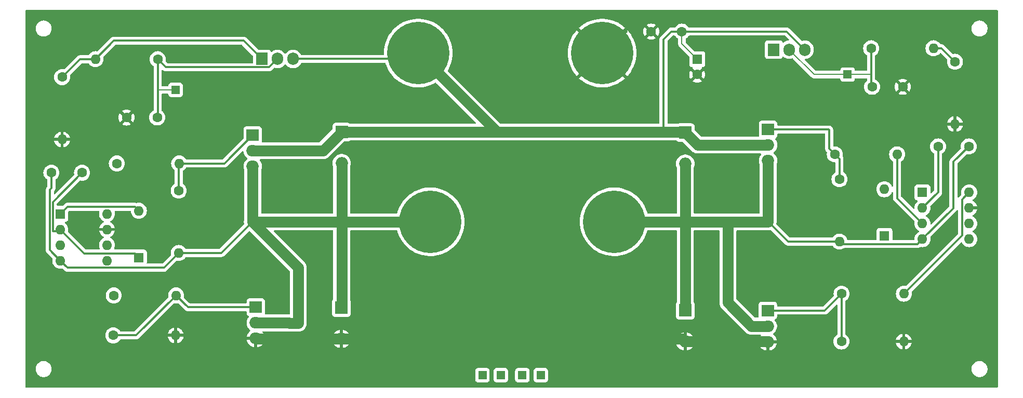
<source format=gtl>
G04 #@! TF.GenerationSoftware,KiCad,Pcbnew,8.0.6*
G04 #@! TF.CreationDate,2024-11-01T15:42:23-04:00*
G04 #@! TF.ProjectId,H_Bridge_KiCAD,485f4272-6964-4676-955f-4b694341442e,rev?*
G04 #@! TF.SameCoordinates,Original*
G04 #@! TF.FileFunction,Copper,L1,Top*
G04 #@! TF.FilePolarity,Positive*
%FSLAX46Y46*%
G04 Gerber Fmt 4.6, Leading zero omitted, Abs format (unit mm)*
G04 Created by KiCad (PCBNEW 8.0.6) date 2024-11-01 15:42:23*
%MOMM*%
%LPD*%
G01*
G04 APERTURE LIST*
G04 #@! TA.AperFunction,ComponentPad*
%ADD10R,2.000000X2.000000*%
G04 #@! TD*
G04 #@! TA.AperFunction,ComponentPad*
%ADD11O,2.000000X2.000000*%
G04 #@! TD*
G04 #@! TA.AperFunction,ComponentPad*
%ADD12C,10.160000*%
G04 #@! TD*
G04 #@! TA.AperFunction,ComponentPad*
%ADD13R,2.000000X1.905000*%
G04 #@! TD*
G04 #@! TA.AperFunction,ComponentPad*
%ADD14O,2.000000X1.905000*%
G04 #@! TD*
G04 #@! TA.AperFunction,ComponentPad*
%ADD15C,1.600000*%
G04 #@! TD*
G04 #@! TA.AperFunction,ComponentPad*
%ADD16O,1.600000X1.600000*%
G04 #@! TD*
G04 #@! TA.AperFunction,ComponentPad*
%ADD17R,1.905000X2.000000*%
G04 #@! TD*
G04 #@! TA.AperFunction,ComponentPad*
%ADD18O,1.905000X2.000000*%
G04 #@! TD*
G04 #@! TA.AperFunction,ComponentPad*
%ADD19R,1.600000X1.600000*%
G04 #@! TD*
G04 #@! TA.AperFunction,ComponentPad*
%ADD20R,1.350000X1.350000*%
G04 #@! TD*
G04 #@! TA.AperFunction,Conductor*
%ADD21C,0.200000*%
G04 #@! TD*
G04 #@! TA.AperFunction,Conductor*
%ADD22C,0.300000*%
G04 #@! TD*
G04 #@! TA.AperFunction,Conductor*
%ADD23C,1.750000*%
G04 #@! TD*
G04 APERTURE END LIST*
D10*
X175055000Y-107420000D03*
D11*
X175055000Y-112500000D03*
D12*
X161500000Y-65500000D03*
X131530000Y-65500000D03*
D13*
X104555000Y-78880000D03*
D14*
X104555000Y-81420000D03*
X104555000Y-83960000D03*
D10*
X119055000Y-78380000D03*
D11*
X119055000Y-83460000D03*
D15*
X200520000Y-104720000D03*
D16*
X210680000Y-104720000D03*
D15*
X216250000Y-80720000D03*
X221250000Y-80720000D03*
D17*
X106055000Y-66460000D03*
D18*
X108595000Y-66460000D03*
X111135000Y-66460000D03*
D15*
X210500000Y-71000000D03*
X205500000Y-71000000D03*
D19*
X213700000Y-88200000D03*
D16*
X213700000Y-90740000D03*
X213700000Y-93280000D03*
X213700000Y-95820000D03*
X221320000Y-95820000D03*
X221320000Y-93280000D03*
X221320000Y-90740000D03*
X221320000Y-88200000D03*
D17*
X189460000Y-64945000D03*
D18*
X192000000Y-64945000D03*
X194540000Y-64945000D03*
D20*
X151500000Y-118000000D03*
X92000000Y-71500000D03*
D15*
X219000000Y-66920000D03*
D16*
X219000000Y-77080000D03*
D20*
X201500000Y-69000000D03*
D19*
X177000000Y-66500000D03*
D15*
X177000000Y-69000000D03*
D13*
X188500000Y-107460000D03*
D14*
X188500000Y-110000000D03*
X188500000Y-112540000D03*
D15*
X73500000Y-69420000D03*
D16*
X73500000Y-79580000D03*
D15*
X200180000Y-86060000D03*
D16*
X200180000Y-96220000D03*
D15*
X81920000Y-105000000D03*
D16*
X92080000Y-105000000D03*
D20*
X145000000Y-118000000D03*
D19*
X73200000Y-91700000D03*
D16*
X73200000Y-94240000D03*
X73200000Y-96780000D03*
X73200000Y-99320000D03*
X80820000Y-99320000D03*
X80820000Y-96780000D03*
X80820000Y-94240000D03*
X80820000Y-91700000D03*
D15*
X89080000Y-66500000D03*
D16*
X78920000Y-66500000D03*
D20*
X142000000Y-118000000D03*
D12*
X133500000Y-93000000D03*
X163470000Y-93000000D03*
D10*
X175055000Y-78460000D03*
D11*
X175055000Y-83540000D03*
D15*
X199420000Y-82000000D03*
D16*
X209580000Y-82000000D03*
D13*
X188555000Y-77960000D03*
D14*
X188555000Y-80500000D03*
X188555000Y-83040000D03*
D15*
X92500000Y-87920000D03*
D16*
X92500000Y-98080000D03*
D15*
X174500000Y-62000000D03*
X169500000Y-62000000D03*
X200500000Y-112500000D03*
D16*
X210660000Y-112500000D03*
D19*
X86000000Y-98810000D03*
D16*
X86000000Y-91190000D03*
D15*
X81840000Y-111500000D03*
D16*
X92000000Y-111500000D03*
D15*
X205340000Y-64720000D03*
D16*
X215500000Y-64720000D03*
D19*
X207500000Y-95310000D03*
D16*
X207500000Y-87690000D03*
D10*
X119000000Y-107000000D03*
D11*
X119000000Y-112080000D03*
D15*
X82420000Y-83500000D03*
D16*
X92580000Y-83500000D03*
D20*
X148500000Y-118000000D03*
D15*
X76750000Y-85000000D03*
X71750000Y-85000000D03*
X84000000Y-76000000D03*
X89000000Y-76000000D03*
D13*
X105055000Y-106920000D03*
D14*
X105055000Y-109460000D03*
X105055000Y-112000000D03*
D21*
X92000000Y-71500000D02*
X89080000Y-71500000D01*
D22*
X89080000Y-75420000D02*
X89080000Y-71500000D01*
X73200000Y-91700000D02*
X74350000Y-90550000D01*
X74350000Y-90550000D02*
X85360000Y-90550000D01*
X89000000Y-76000000D02*
X89000000Y-75500000D01*
X108595000Y-66460000D02*
X107245000Y-67810000D01*
X89000000Y-75500000D02*
X89080000Y-75420000D01*
X89080000Y-71500000D02*
X89080000Y-66500000D01*
X85360000Y-90550000D02*
X86000000Y-91190000D01*
X90390000Y-67810000D02*
X89080000Y-66500000D01*
X107245000Y-67810000D02*
X90390000Y-67810000D01*
X92000000Y-111500000D02*
X92500000Y-111500000D01*
D23*
X174635000Y-112080000D02*
X175055000Y-112500000D01*
X119000000Y-112080000D02*
X174635000Y-112080000D01*
D22*
X162000000Y-65500000D02*
X165500000Y-62000000D01*
D23*
X175055000Y-112500000D02*
X188460000Y-112500000D01*
X188460000Y-112500000D02*
X188500000Y-112540000D01*
D22*
X161500000Y-65500000D02*
X162000000Y-65500000D01*
D23*
X105135000Y-112080000D02*
X105055000Y-112000000D01*
X119000000Y-112080000D02*
X105135000Y-112080000D01*
D22*
X72000000Y-94500000D02*
X72940000Y-94500000D01*
X76750000Y-85000000D02*
X72000000Y-89750000D01*
X86000000Y-98810000D02*
X85360000Y-98170000D01*
X85360000Y-98170000D02*
X77130000Y-98170000D01*
X77130000Y-98170000D02*
X73200000Y-94240000D01*
X72000000Y-89750000D02*
X72000000Y-94500000D01*
X72940000Y-94500000D02*
X73200000Y-94240000D01*
D23*
X119055000Y-93000000D02*
X133500000Y-93000000D01*
D22*
X92500000Y-98080000D02*
X99420000Y-98080000D01*
D23*
X110460000Y-109460000D02*
X105055000Y-109460000D01*
X110500000Y-109500000D02*
X110460000Y-109460000D01*
D22*
X71500000Y-87750000D02*
X71500000Y-97620000D01*
D23*
X104500000Y-93000000D02*
X112000000Y-100500000D01*
X104500000Y-93000000D02*
X104555000Y-92945000D01*
X112000000Y-109500000D02*
X110500000Y-109500000D01*
D22*
X92500000Y-98080000D02*
X90110000Y-100470000D01*
X74350000Y-100470000D02*
X73200000Y-99320000D01*
X71750000Y-87500000D02*
X71750000Y-85000000D01*
X90110000Y-100470000D02*
X74350000Y-100470000D01*
D23*
X119055000Y-83460000D02*
X119055000Y-93000000D01*
X112000000Y-100500000D02*
X112000000Y-109500000D01*
D22*
X71500000Y-97620000D02*
X73200000Y-99320000D01*
D23*
X119055000Y-93000000D02*
X119055000Y-106945000D01*
X119055000Y-93000000D02*
X104500000Y-93000000D01*
X104555000Y-92945000D02*
X104555000Y-83960000D01*
D21*
X119055000Y-106945000D02*
X119000000Y-107000000D01*
D22*
X71500000Y-87750000D02*
X71750000Y-87500000D01*
X99420000Y-98080000D02*
X104500000Y-93000000D01*
X205340000Y-64720000D02*
X205340000Y-69000000D01*
D21*
X201500000Y-69000000D02*
X205340000Y-69000000D01*
D22*
X205340000Y-69000000D02*
X205340000Y-71130000D01*
D21*
X196055000Y-69000000D02*
X201500000Y-69000000D01*
X192000000Y-64945000D02*
X196055000Y-69000000D01*
D22*
X216250000Y-88190000D02*
X213700000Y-90740000D01*
X216250000Y-80720000D02*
X216250000Y-88190000D01*
X212900001Y-96619999D02*
X200579999Y-96619999D01*
X200579999Y-96619999D02*
X200180000Y-96220000D01*
X218750000Y-90770000D02*
X213700000Y-95820000D01*
D23*
X182000000Y-93000000D02*
X182000000Y-106155000D01*
X185845000Y-110000000D02*
X188500000Y-110000000D01*
D22*
X200180000Y-96220000D02*
X191830000Y-96220000D01*
D23*
X175055000Y-93500000D02*
X175055000Y-107420000D01*
X182000000Y-93000000D02*
X188500000Y-93000000D01*
X188555000Y-92945000D02*
X188555000Y-83040000D01*
D22*
X213700000Y-95820000D02*
X212900001Y-96619999D01*
X191830000Y-96220000D02*
X188555000Y-92945000D01*
D23*
X175055000Y-83540000D02*
X175055000Y-93500000D01*
X163470000Y-93000000D02*
X182000000Y-93000000D01*
D22*
X218750000Y-90770000D02*
X218750000Y-83220000D01*
X218750000Y-83220000D02*
X221250000Y-80720000D01*
D23*
X188500000Y-93000000D02*
X188555000Y-92945000D01*
X182000000Y-106155000D02*
X185845000Y-110000000D01*
X171500000Y-78380000D02*
X174975000Y-78380000D01*
D21*
X174975000Y-78380000D02*
X175055000Y-78460000D01*
D23*
X119055000Y-78380000D02*
X116015000Y-81420000D01*
D22*
X111135000Y-66460000D02*
X130570000Y-66460000D01*
D23*
X188555000Y-80500000D02*
X177095000Y-80500000D01*
D22*
X172750000Y-62000000D02*
X191595000Y-62000000D01*
D23*
X177095000Y-80500000D02*
X175055000Y-78460000D01*
D22*
X191595000Y-62000000D02*
X194540000Y-64945000D01*
D23*
X144410000Y-78380000D02*
X131530000Y-65500000D01*
X146500000Y-78380000D02*
X144410000Y-78380000D01*
D22*
X171500000Y-78380000D02*
X171500000Y-63250000D01*
X130570000Y-66460000D02*
X131530000Y-65500000D01*
X171500000Y-63250000D02*
X172750000Y-62000000D01*
D23*
X116015000Y-81420000D02*
X104555000Y-81420000D01*
X120500000Y-78380000D02*
X119055000Y-78380000D01*
D21*
X174500000Y-64000000D02*
X177000000Y-66500000D01*
X174500000Y-62000000D02*
X174500000Y-64000000D01*
D23*
X120500000Y-78380000D02*
X146500000Y-78380000D01*
X146500000Y-78380000D02*
X171500000Y-78380000D01*
D22*
X99935000Y-83500000D02*
X104555000Y-78880000D01*
X92580000Y-83500000D02*
X99935000Y-83500000D01*
X92500000Y-83580000D02*
X92580000Y-83500000D01*
X92500000Y-87920000D02*
X92500000Y-83580000D01*
X85580000Y-111500000D02*
X92080000Y-105000000D01*
X105055000Y-106920000D02*
X94000000Y-106920000D01*
X81840000Y-111500000D02*
X85580000Y-111500000D01*
X94000000Y-106920000D02*
X92080000Y-105000000D01*
X198500000Y-78040000D02*
X198420000Y-77960000D01*
X200180000Y-86060000D02*
X200180000Y-82760000D01*
X198500000Y-81080000D02*
X198500000Y-78040000D01*
X200180000Y-82760000D02*
X199420000Y-82000000D01*
X199420000Y-82000000D02*
X198500000Y-81080000D01*
X198420000Y-77960000D02*
X188555000Y-77960000D01*
X200520000Y-112480000D02*
X200500000Y-112500000D01*
X200520000Y-104720000D02*
X200520000Y-112480000D01*
X188500000Y-107460000D02*
X197780000Y-107460000D01*
X197780000Y-107460000D02*
X200520000Y-104720000D01*
X76420000Y-66500000D02*
X73500000Y-69420000D01*
X78920000Y-66500000D02*
X76420000Y-66500000D01*
X81920000Y-63500000D02*
X78920000Y-66500000D01*
X103095000Y-63500000D02*
X81920000Y-63500000D01*
X106055000Y-66460000D02*
X103095000Y-63500000D01*
X216800000Y-64720000D02*
X219000000Y-66920000D01*
X215500000Y-64720000D02*
X216800000Y-64720000D01*
X213700000Y-93280000D02*
X209580000Y-89160000D01*
X209580000Y-89160000D02*
X209580000Y-82000000D01*
X220170000Y-89350000D02*
X220170000Y-95230000D01*
X220170000Y-95230000D02*
X210680000Y-104720000D01*
X221320000Y-88200000D02*
X220170000Y-89350000D01*
G04 #@! TA.AperFunction,Conductor*
G36*
X79512902Y-91220185D02*
G01*
X79558657Y-91272989D01*
X79568601Y-91342147D01*
X79565638Y-91356593D01*
X79534366Y-91473302D01*
X79534364Y-91473313D01*
X79514532Y-91699998D01*
X79514532Y-91700001D01*
X79534364Y-91926686D01*
X79534366Y-91926697D01*
X79593258Y-92146488D01*
X79593261Y-92146497D01*
X79689431Y-92352732D01*
X79689432Y-92352734D01*
X79819954Y-92539141D01*
X79980858Y-92700045D01*
X79980861Y-92700047D01*
X80167266Y-92830568D01*
X80225865Y-92857893D01*
X80278305Y-92904065D01*
X80297457Y-92971258D01*
X80277242Y-93038139D01*
X80225867Y-93082657D01*
X80167515Y-93109867D01*
X79981179Y-93240342D01*
X79820342Y-93401179D01*
X79689865Y-93587517D01*
X79593734Y-93793673D01*
X79593730Y-93793682D01*
X79541127Y-93989999D01*
X79541128Y-93990000D01*
X80504314Y-93990000D01*
X80499920Y-93994394D01*
X80447259Y-94085606D01*
X80420000Y-94187339D01*
X80420000Y-94292661D01*
X80447259Y-94394394D01*
X80499920Y-94485606D01*
X80504314Y-94490000D01*
X79541128Y-94490000D01*
X79593730Y-94686317D01*
X79593734Y-94686326D01*
X79689865Y-94892482D01*
X79820342Y-95078820D01*
X79981179Y-95239657D01*
X80167518Y-95370134D01*
X80167520Y-95370135D01*
X80225865Y-95397342D01*
X80278305Y-95443514D01*
X80297457Y-95510707D01*
X80277242Y-95577589D01*
X80225867Y-95622105D01*
X80225275Y-95622382D01*
X80167264Y-95649433D01*
X79980858Y-95779954D01*
X79819954Y-95940858D01*
X79689432Y-96127265D01*
X79689431Y-96127267D01*
X79593261Y-96333502D01*
X79593258Y-96333511D01*
X79534366Y-96553302D01*
X79534364Y-96553313D01*
X79514532Y-96779998D01*
X79514532Y-96780001D01*
X79534364Y-97006686D01*
X79534366Y-97006697D01*
X79593258Y-97226488D01*
X79593260Y-97226492D01*
X79593261Y-97226496D01*
X79613780Y-97270499D01*
X79647632Y-97343095D01*
X79658124Y-97412173D01*
X79629604Y-97475957D01*
X79571127Y-97514196D01*
X79535250Y-97519500D01*
X77450808Y-97519500D01*
X77383769Y-97499815D01*
X77363127Y-97483181D01*
X74506884Y-94626938D01*
X74473399Y-94565615D01*
X74474791Y-94507162D01*
X74485633Y-94466699D01*
X74485632Y-94466699D01*
X74485635Y-94466692D01*
X74505468Y-94240000D01*
X74485635Y-94013308D01*
X74426739Y-93793504D01*
X74330568Y-93587266D01*
X74200047Y-93400861D01*
X74200045Y-93400858D01*
X74039143Y-93239956D01*
X74014536Y-93222726D01*
X73970912Y-93168149D01*
X73963719Y-93098650D01*
X73995241Y-93036296D01*
X74055471Y-93000882D01*
X74072404Y-92997861D01*
X74107483Y-92994091D01*
X74242331Y-92943796D01*
X74357546Y-92857546D01*
X74443796Y-92742331D01*
X74494091Y-92607483D01*
X74500500Y-92547873D01*
X74500499Y-91370808D01*
X74520184Y-91303770D01*
X74536819Y-91283127D01*
X74583129Y-91236818D01*
X74644452Y-91203334D01*
X74670809Y-91200500D01*
X79445863Y-91200500D01*
X79512902Y-91220185D01*
G37*
G04 #@! TD.AperFunction*
G04 #@! TA.AperFunction,Conductor*
G36*
X225942539Y-58520185D02*
G01*
X225988294Y-58572989D01*
X225999500Y-58624500D01*
X225999500Y-119891500D01*
X225979815Y-119958539D01*
X225927011Y-120004294D01*
X225875500Y-120015500D01*
X67624500Y-120015500D01*
X67557461Y-119995815D01*
X67511706Y-119943011D01*
X67500500Y-119891500D01*
X67500500Y-116897648D01*
X69199500Y-116897648D01*
X69199500Y-117102351D01*
X69231522Y-117304534D01*
X69294781Y-117499223D01*
X69387715Y-117681613D01*
X69508028Y-117847213D01*
X69652786Y-117991971D01*
X69807749Y-118104556D01*
X69818390Y-118112287D01*
X69934607Y-118171503D01*
X70000776Y-118205218D01*
X70000778Y-118205218D01*
X70000781Y-118205220D01*
X70105137Y-118239127D01*
X70195465Y-118268477D01*
X70296557Y-118284488D01*
X70397648Y-118300500D01*
X70397649Y-118300500D01*
X70602351Y-118300500D01*
X70602352Y-118300500D01*
X70804534Y-118268477D01*
X70999219Y-118205220D01*
X71181610Y-118112287D01*
X71274590Y-118044732D01*
X71347213Y-117991971D01*
X71347215Y-117991968D01*
X71347219Y-117991966D01*
X71491966Y-117847219D01*
X71491968Y-117847215D01*
X71491971Y-117847213D01*
X71544732Y-117774590D01*
X71612287Y-117681610D01*
X71705220Y-117499219D01*
X71768477Y-117304534D01*
X71772817Y-117277135D01*
X140824500Y-117277135D01*
X140824500Y-118722870D01*
X140824501Y-118722876D01*
X140830908Y-118782483D01*
X140881202Y-118917328D01*
X140881206Y-118917335D01*
X140967452Y-119032544D01*
X140967455Y-119032547D01*
X141082664Y-119118793D01*
X141082671Y-119118797D01*
X141217517Y-119169091D01*
X141217516Y-119169091D01*
X141224444Y-119169835D01*
X141277127Y-119175500D01*
X142722872Y-119175499D01*
X142782483Y-119169091D01*
X142917331Y-119118796D01*
X143032546Y-119032546D01*
X143118796Y-118917331D01*
X143169091Y-118782483D01*
X143175500Y-118722873D01*
X143175499Y-117277135D01*
X143824500Y-117277135D01*
X143824500Y-118722870D01*
X143824501Y-118722876D01*
X143830908Y-118782483D01*
X143881202Y-118917328D01*
X143881206Y-118917335D01*
X143967452Y-119032544D01*
X143967455Y-119032547D01*
X144082664Y-119118793D01*
X144082671Y-119118797D01*
X144217517Y-119169091D01*
X144217516Y-119169091D01*
X144224444Y-119169835D01*
X144277127Y-119175500D01*
X145722872Y-119175499D01*
X145782483Y-119169091D01*
X145917331Y-119118796D01*
X146032546Y-119032546D01*
X146118796Y-118917331D01*
X146169091Y-118782483D01*
X146175500Y-118722873D01*
X146175499Y-117277135D01*
X147324500Y-117277135D01*
X147324500Y-118722870D01*
X147324501Y-118722876D01*
X147330908Y-118782483D01*
X147381202Y-118917328D01*
X147381206Y-118917335D01*
X147467452Y-119032544D01*
X147467455Y-119032547D01*
X147582664Y-119118793D01*
X147582671Y-119118797D01*
X147717517Y-119169091D01*
X147717516Y-119169091D01*
X147724444Y-119169835D01*
X147777127Y-119175500D01*
X149222872Y-119175499D01*
X149282483Y-119169091D01*
X149417331Y-119118796D01*
X149532546Y-119032546D01*
X149618796Y-118917331D01*
X149669091Y-118782483D01*
X149675500Y-118722873D01*
X149675499Y-117277135D01*
X150324500Y-117277135D01*
X150324500Y-118722870D01*
X150324501Y-118722876D01*
X150330908Y-118782483D01*
X150381202Y-118917328D01*
X150381206Y-118917335D01*
X150467452Y-119032544D01*
X150467455Y-119032547D01*
X150582664Y-119118793D01*
X150582671Y-119118797D01*
X150717517Y-119169091D01*
X150717516Y-119169091D01*
X150724444Y-119169835D01*
X150777127Y-119175500D01*
X152222872Y-119175499D01*
X152282483Y-119169091D01*
X152417331Y-119118796D01*
X152532546Y-119032546D01*
X152618796Y-118917331D01*
X152669091Y-118782483D01*
X152675500Y-118722873D01*
X152675499Y-117277128D01*
X152669091Y-117217517D01*
X152626137Y-117102352D01*
X152618797Y-117082671D01*
X152618793Y-117082664D01*
X152532547Y-116967455D01*
X152532544Y-116967452D01*
X152439299Y-116897648D01*
X221699500Y-116897648D01*
X221699500Y-117102351D01*
X221731522Y-117304534D01*
X221794781Y-117499223D01*
X221887715Y-117681613D01*
X222008028Y-117847213D01*
X222152786Y-117991971D01*
X222307749Y-118104556D01*
X222318390Y-118112287D01*
X222434607Y-118171503D01*
X222500776Y-118205218D01*
X222500778Y-118205218D01*
X222500781Y-118205220D01*
X222605137Y-118239127D01*
X222695465Y-118268477D01*
X222796557Y-118284488D01*
X222897648Y-118300500D01*
X222897649Y-118300500D01*
X223102351Y-118300500D01*
X223102352Y-118300500D01*
X223304534Y-118268477D01*
X223499219Y-118205220D01*
X223681610Y-118112287D01*
X223774590Y-118044732D01*
X223847213Y-117991971D01*
X223847215Y-117991968D01*
X223847219Y-117991966D01*
X223991966Y-117847219D01*
X223991968Y-117847215D01*
X223991971Y-117847213D01*
X224044732Y-117774590D01*
X224112287Y-117681610D01*
X224205220Y-117499219D01*
X224268477Y-117304534D01*
X224300500Y-117102352D01*
X224300500Y-116897648D01*
X224289929Y-116830908D01*
X224268477Y-116695465D01*
X224205218Y-116500776D01*
X224171503Y-116434607D01*
X224112287Y-116318390D01*
X224104556Y-116307749D01*
X223991971Y-116152786D01*
X223847213Y-116008028D01*
X223681613Y-115887715D01*
X223681612Y-115887714D01*
X223681610Y-115887713D01*
X223624653Y-115858691D01*
X223499223Y-115794781D01*
X223304534Y-115731522D01*
X223129995Y-115703878D01*
X223102352Y-115699500D01*
X222897648Y-115699500D01*
X222873329Y-115703351D01*
X222695465Y-115731522D01*
X222500776Y-115794781D01*
X222318386Y-115887715D01*
X222152786Y-116008028D01*
X222008028Y-116152786D01*
X221887715Y-116318386D01*
X221794781Y-116500776D01*
X221731522Y-116695465D01*
X221699500Y-116897648D01*
X152439299Y-116897648D01*
X152417335Y-116881206D01*
X152417328Y-116881202D01*
X152282482Y-116830908D01*
X152282483Y-116830908D01*
X152222883Y-116824501D01*
X152222881Y-116824500D01*
X152222873Y-116824500D01*
X152222864Y-116824500D01*
X150777129Y-116824500D01*
X150777123Y-116824501D01*
X150717516Y-116830908D01*
X150582671Y-116881202D01*
X150582664Y-116881206D01*
X150467455Y-116967452D01*
X150467452Y-116967455D01*
X150381206Y-117082664D01*
X150381202Y-117082671D01*
X150330908Y-117217517D01*
X150324501Y-117277116D01*
X150324501Y-117277123D01*
X150324500Y-117277135D01*
X149675499Y-117277135D01*
X149675499Y-117277128D01*
X149669091Y-117217517D01*
X149626137Y-117102352D01*
X149618797Y-117082671D01*
X149618793Y-117082664D01*
X149532547Y-116967455D01*
X149532544Y-116967452D01*
X149417335Y-116881206D01*
X149417328Y-116881202D01*
X149282482Y-116830908D01*
X149282483Y-116830908D01*
X149222883Y-116824501D01*
X149222881Y-116824500D01*
X149222873Y-116824500D01*
X149222864Y-116824500D01*
X147777129Y-116824500D01*
X147777123Y-116824501D01*
X147717516Y-116830908D01*
X147582671Y-116881202D01*
X147582664Y-116881206D01*
X147467455Y-116967452D01*
X147467452Y-116967455D01*
X147381206Y-117082664D01*
X147381202Y-117082671D01*
X147330908Y-117217517D01*
X147324501Y-117277116D01*
X147324501Y-117277123D01*
X147324500Y-117277135D01*
X146175499Y-117277135D01*
X146175499Y-117277128D01*
X146169091Y-117217517D01*
X146126137Y-117102352D01*
X146118797Y-117082671D01*
X146118793Y-117082664D01*
X146032547Y-116967455D01*
X146032544Y-116967452D01*
X145917335Y-116881206D01*
X145917328Y-116881202D01*
X145782482Y-116830908D01*
X145782483Y-116830908D01*
X145722883Y-116824501D01*
X145722881Y-116824500D01*
X145722873Y-116824500D01*
X145722864Y-116824500D01*
X144277129Y-116824500D01*
X144277123Y-116824501D01*
X144217516Y-116830908D01*
X144082671Y-116881202D01*
X144082664Y-116881206D01*
X143967455Y-116967452D01*
X143967452Y-116967455D01*
X143881206Y-117082664D01*
X143881202Y-117082671D01*
X143830908Y-117217517D01*
X143824501Y-117277116D01*
X143824501Y-117277123D01*
X143824500Y-117277135D01*
X143175499Y-117277135D01*
X143175499Y-117277128D01*
X143169091Y-117217517D01*
X143126137Y-117102352D01*
X143118797Y-117082671D01*
X143118793Y-117082664D01*
X143032547Y-116967455D01*
X143032544Y-116967452D01*
X142917335Y-116881206D01*
X142917328Y-116881202D01*
X142782482Y-116830908D01*
X142782483Y-116830908D01*
X142722883Y-116824501D01*
X142722881Y-116824500D01*
X142722873Y-116824500D01*
X142722864Y-116824500D01*
X141277129Y-116824500D01*
X141277123Y-116824501D01*
X141217516Y-116830908D01*
X141082671Y-116881202D01*
X141082664Y-116881206D01*
X140967455Y-116967452D01*
X140967452Y-116967455D01*
X140881206Y-117082664D01*
X140881202Y-117082671D01*
X140830908Y-117217517D01*
X140824501Y-117277116D01*
X140824501Y-117277123D01*
X140824500Y-117277135D01*
X71772817Y-117277135D01*
X71800500Y-117102352D01*
X71800500Y-116897648D01*
X71789929Y-116830908D01*
X71768477Y-116695465D01*
X71705218Y-116500776D01*
X71671503Y-116434607D01*
X71612287Y-116318390D01*
X71604556Y-116307749D01*
X71491971Y-116152786D01*
X71347213Y-116008028D01*
X71181613Y-115887715D01*
X71181612Y-115887714D01*
X71181610Y-115887713D01*
X71124653Y-115858691D01*
X70999223Y-115794781D01*
X70804534Y-115731522D01*
X70629995Y-115703878D01*
X70602352Y-115699500D01*
X70397648Y-115699500D01*
X70373329Y-115703351D01*
X70195465Y-115731522D01*
X70000776Y-115794781D01*
X69818386Y-115887715D01*
X69652786Y-116008028D01*
X69508028Y-116152786D01*
X69387715Y-116318386D01*
X69294781Y-116500776D01*
X69231522Y-116695465D01*
X69199500Y-116897648D01*
X67500500Y-116897648D01*
X67500500Y-104999998D01*
X80614532Y-104999998D01*
X80614532Y-105000001D01*
X80634364Y-105226686D01*
X80634366Y-105226697D01*
X80693258Y-105446488D01*
X80693261Y-105446497D01*
X80789431Y-105652732D01*
X80789432Y-105652734D01*
X80919954Y-105839141D01*
X81080858Y-106000045D01*
X81090791Y-106007000D01*
X81267266Y-106130568D01*
X81473504Y-106226739D01*
X81693308Y-106285635D01*
X81855230Y-106299801D01*
X81919998Y-106305468D01*
X81920000Y-106305468D01*
X81920002Y-106305468D01*
X81976673Y-106300509D01*
X82146692Y-106285635D01*
X82366496Y-106226739D01*
X82572734Y-106130568D01*
X82759139Y-106000047D01*
X82920047Y-105839139D01*
X83050568Y-105652734D01*
X83146739Y-105446496D01*
X83205635Y-105226692D01*
X83225468Y-105000000D01*
X83205635Y-104773308D01*
X83146739Y-104553504D01*
X83050568Y-104347266D01*
X82920047Y-104160861D01*
X82920045Y-104160858D01*
X82759141Y-103999954D01*
X82572734Y-103869432D01*
X82572732Y-103869431D01*
X82366497Y-103773261D01*
X82366488Y-103773258D01*
X82146697Y-103714366D01*
X82146693Y-103714365D01*
X82146692Y-103714365D01*
X82146691Y-103714364D01*
X82146686Y-103714364D01*
X81920002Y-103694532D01*
X81919998Y-103694532D01*
X81693313Y-103714364D01*
X81693302Y-103714366D01*
X81473511Y-103773258D01*
X81473502Y-103773261D01*
X81267267Y-103869431D01*
X81267265Y-103869432D01*
X81080858Y-103999954D01*
X80919954Y-104160858D01*
X80789432Y-104347265D01*
X80789431Y-104347267D01*
X80693261Y-104553502D01*
X80693258Y-104553511D01*
X80634366Y-104773302D01*
X80634364Y-104773313D01*
X80614532Y-104999998D01*
X67500500Y-104999998D01*
X67500500Y-84999998D01*
X70444532Y-84999998D01*
X70444532Y-85000001D01*
X70464364Y-85226686D01*
X70464366Y-85226697D01*
X70523258Y-85446488D01*
X70523261Y-85446497D01*
X70619431Y-85652732D01*
X70619432Y-85652734D01*
X70749954Y-85839141D01*
X70910855Y-86000042D01*
X70910858Y-86000044D01*
X70910861Y-86000047D01*
X71046626Y-86095109D01*
X71090248Y-86149683D01*
X71099500Y-86196682D01*
X71099500Y-87179192D01*
X71079815Y-87246231D01*
X71063181Y-87266873D01*
X70994722Y-87335331D01*
X70994718Y-87335336D01*
X70950187Y-87401985D01*
X70950185Y-87401988D01*
X70923539Y-87441864D01*
X70923533Y-87441875D01*
X70874499Y-87560255D01*
X70874497Y-87560261D01*
X70849500Y-87685928D01*
X70849500Y-87685931D01*
X70849500Y-97684069D01*
X70863855Y-97756236D01*
X70863857Y-97756243D01*
X70863857Y-97756245D01*
X70874497Y-97809736D01*
X70874499Y-97809744D01*
X70916262Y-97910570D01*
X70923535Y-97928127D01*
X70963181Y-97987462D01*
X70994726Y-98034673D01*
X70994727Y-98034674D01*
X71893115Y-98933061D01*
X71926600Y-98994384D01*
X71925209Y-99052834D01*
X71914367Y-99093299D01*
X71914364Y-99093313D01*
X71894532Y-99319998D01*
X71894532Y-99320001D01*
X71914364Y-99546686D01*
X71914366Y-99546697D01*
X71973258Y-99766488D01*
X71973261Y-99766497D01*
X72069431Y-99972732D01*
X72069432Y-99972734D01*
X72199954Y-100159141D01*
X72360858Y-100320045D01*
X72360861Y-100320047D01*
X72547266Y-100450568D01*
X72753504Y-100546739D01*
X72973308Y-100605635D01*
X73135230Y-100619801D01*
X73199998Y-100625468D01*
X73200000Y-100625468D01*
X73200002Y-100625468D01*
X73231421Y-100622719D01*
X73426692Y-100605635D01*
X73467162Y-100594791D01*
X73537012Y-100596452D01*
X73586938Y-100626884D01*
X73935325Y-100975272D01*
X73935331Y-100975277D01*
X74041874Y-101046466D01*
X74111221Y-101075189D01*
X74160256Y-101095501D01*
X74160259Y-101095501D01*
X74160260Y-101095502D01*
X74285928Y-101120500D01*
X74285931Y-101120500D01*
X90174071Y-101120500D01*
X90258615Y-101103682D01*
X90299744Y-101095501D01*
X90418127Y-101046465D01*
X90524669Y-100975277D01*
X92113062Y-99386882D01*
X92174383Y-99353399D01*
X92232834Y-99354790D01*
X92273308Y-99365635D01*
X92435230Y-99379801D01*
X92499998Y-99385468D01*
X92500000Y-99385468D01*
X92500002Y-99385468D01*
X92556673Y-99380509D01*
X92726692Y-99365635D01*
X92946496Y-99306739D01*
X93152734Y-99210568D01*
X93339139Y-99080047D01*
X93500047Y-98919139D01*
X93586618Y-98795502D01*
X93595108Y-98783377D01*
X93649685Y-98739752D01*
X93696683Y-98730500D01*
X99484071Y-98730500D01*
X99568615Y-98713682D01*
X99609744Y-98705501D01*
X99728127Y-98656465D01*
X99781899Y-98620536D01*
X99834669Y-98585277D01*
X103899666Y-94520278D01*
X103960989Y-94486794D01*
X104030681Y-94491778D01*
X104075028Y-94520279D01*
X110588181Y-101033432D01*
X110621666Y-101094755D01*
X110624500Y-101121113D01*
X110624500Y-107960500D01*
X110604815Y-108027539D01*
X110552011Y-108073294D01*
X110500500Y-108084500D01*
X106675900Y-108084500D01*
X106608861Y-108064815D01*
X106563106Y-108012011D01*
X106552611Y-107947245D01*
X106553029Y-107943346D01*
X106555500Y-107920373D01*
X106555499Y-105919628D01*
X106549091Y-105860017D01*
X106545566Y-105850567D01*
X106498797Y-105725171D01*
X106498793Y-105725164D01*
X106412547Y-105609955D01*
X106412544Y-105609952D01*
X106297335Y-105523706D01*
X106297328Y-105523702D01*
X106162482Y-105473408D01*
X106162483Y-105473408D01*
X106102883Y-105467001D01*
X106102881Y-105467000D01*
X106102873Y-105467000D01*
X106102864Y-105467000D01*
X104007129Y-105467000D01*
X104007123Y-105467001D01*
X103947516Y-105473408D01*
X103812671Y-105523702D01*
X103812664Y-105523706D01*
X103697455Y-105609952D01*
X103697452Y-105609955D01*
X103611206Y-105725164D01*
X103611202Y-105725171D01*
X103560908Y-105860017D01*
X103554501Y-105919616D01*
X103554501Y-105919623D01*
X103554500Y-105919635D01*
X103554500Y-106145500D01*
X103534815Y-106212539D01*
X103482011Y-106258294D01*
X103430500Y-106269500D01*
X94320808Y-106269500D01*
X94253769Y-106249815D01*
X94233127Y-106233181D01*
X93386884Y-105386938D01*
X93353399Y-105325615D01*
X93354791Y-105267162D01*
X93365633Y-105226699D01*
X93365632Y-105226699D01*
X93365635Y-105226692D01*
X93385468Y-105000000D01*
X93365635Y-104773308D01*
X93306739Y-104553504D01*
X93210568Y-104347266D01*
X93080047Y-104160861D01*
X93080045Y-104160858D01*
X92919141Y-103999954D01*
X92732734Y-103869432D01*
X92732732Y-103869431D01*
X92526497Y-103773261D01*
X92526488Y-103773258D01*
X92306697Y-103714366D01*
X92306693Y-103714365D01*
X92306692Y-103714365D01*
X92306691Y-103714364D01*
X92306686Y-103714364D01*
X92080002Y-103694532D01*
X92079998Y-103694532D01*
X91853313Y-103714364D01*
X91853302Y-103714366D01*
X91633511Y-103773258D01*
X91633502Y-103773261D01*
X91427267Y-103869431D01*
X91427265Y-103869432D01*
X91240858Y-103999954D01*
X91079954Y-104160858D01*
X90949432Y-104347265D01*
X90949431Y-104347267D01*
X90853261Y-104553502D01*
X90853258Y-104553511D01*
X90794366Y-104773302D01*
X90794364Y-104773313D01*
X90774532Y-104999998D01*
X90774532Y-105000001D01*
X90794364Y-105226686D01*
X90794367Y-105226700D01*
X90805209Y-105267165D01*
X90803546Y-105337015D01*
X90773115Y-105386938D01*
X85346873Y-110813181D01*
X85285550Y-110846666D01*
X85259192Y-110849500D01*
X83036683Y-110849500D01*
X82969644Y-110829815D01*
X82935108Y-110796623D01*
X82840045Y-110660858D01*
X82679141Y-110499954D01*
X82492734Y-110369432D01*
X82492732Y-110369431D01*
X82286497Y-110273261D01*
X82286488Y-110273258D01*
X82066697Y-110214366D01*
X82066693Y-110214365D01*
X82066692Y-110214365D01*
X82066691Y-110214364D01*
X82066686Y-110214364D01*
X81840002Y-110194532D01*
X81839998Y-110194532D01*
X81613313Y-110214364D01*
X81613302Y-110214366D01*
X81393511Y-110273258D01*
X81393502Y-110273261D01*
X81187267Y-110369431D01*
X81187265Y-110369432D01*
X81000858Y-110499954D01*
X80839954Y-110660858D01*
X80709432Y-110847265D01*
X80709431Y-110847267D01*
X80613261Y-111053502D01*
X80613258Y-111053511D01*
X80554366Y-111273302D01*
X80554364Y-111273313D01*
X80534532Y-111499998D01*
X80534532Y-111500001D01*
X80554364Y-111726686D01*
X80554366Y-111726697D01*
X80613258Y-111946488D01*
X80613261Y-111946497D01*
X80709431Y-112152732D01*
X80709432Y-112152734D01*
X80839954Y-112339141D01*
X81000858Y-112500045D01*
X81000861Y-112500047D01*
X81187266Y-112630568D01*
X81393504Y-112726739D01*
X81613308Y-112785635D01*
X81775230Y-112799801D01*
X81839998Y-112805468D01*
X81840000Y-112805468D01*
X81840002Y-112805468D01*
X81896673Y-112800509D01*
X82066692Y-112785635D01*
X82286496Y-112726739D01*
X82492734Y-112630568D01*
X82679139Y-112500047D01*
X82840047Y-112339139D01*
X82904255Y-112247438D01*
X82935108Y-112203377D01*
X82989685Y-112159752D01*
X83036683Y-112150500D01*
X85644071Y-112150500D01*
X85728615Y-112133682D01*
X85769744Y-112125501D01*
X85888127Y-112076465D01*
X85922491Y-112053504D01*
X85994669Y-112005277D01*
X86749947Y-111249999D01*
X90721127Y-111249999D01*
X90721128Y-111250000D01*
X91684314Y-111250000D01*
X91679920Y-111254394D01*
X91627259Y-111345606D01*
X91600000Y-111447339D01*
X91600000Y-111552661D01*
X91627259Y-111654394D01*
X91679920Y-111745606D01*
X91684314Y-111750000D01*
X90721128Y-111750000D01*
X90773730Y-111946317D01*
X90773734Y-111946326D01*
X90869865Y-112152482D01*
X91000342Y-112338820D01*
X91161179Y-112499657D01*
X91347517Y-112630134D01*
X91553673Y-112726265D01*
X91553682Y-112726269D01*
X91749999Y-112778872D01*
X91750000Y-112778871D01*
X91750000Y-111815686D01*
X91754394Y-111820080D01*
X91845606Y-111872741D01*
X91947339Y-111900000D01*
X92052661Y-111900000D01*
X92154394Y-111872741D01*
X92245606Y-111820080D01*
X92250000Y-111815686D01*
X92250000Y-112778872D01*
X92446317Y-112726269D01*
X92446326Y-112726265D01*
X92652482Y-112630134D01*
X92838820Y-112499657D01*
X92999657Y-112338820D01*
X93130134Y-112152482D01*
X93226265Y-111946326D01*
X93226269Y-111946317D01*
X93278872Y-111750000D01*
X92315686Y-111750000D01*
X92320080Y-111745606D01*
X92372741Y-111654394D01*
X92400000Y-111552661D01*
X92400000Y-111447339D01*
X92372741Y-111345606D01*
X92320080Y-111254394D01*
X92315686Y-111250000D01*
X93278872Y-111250000D01*
X93278872Y-111249999D01*
X93226269Y-111053682D01*
X93226265Y-111053673D01*
X93130134Y-110847517D01*
X92999657Y-110661179D01*
X92838820Y-110500342D01*
X92652482Y-110369865D01*
X92446328Y-110273734D01*
X92250000Y-110221127D01*
X92250000Y-111184314D01*
X92245606Y-111179920D01*
X92154394Y-111127259D01*
X92052661Y-111100000D01*
X91947339Y-111100000D01*
X91845606Y-111127259D01*
X91754394Y-111179920D01*
X91750000Y-111184314D01*
X91750000Y-110221127D01*
X91553671Y-110273734D01*
X91347517Y-110369865D01*
X91161179Y-110500342D01*
X91000342Y-110661179D01*
X90869865Y-110847517D01*
X90773734Y-111053673D01*
X90773730Y-111053682D01*
X90721127Y-111249999D01*
X86749947Y-111249999D01*
X91693061Y-106306882D01*
X91754382Y-106273399D01*
X91812833Y-106274790D01*
X91829306Y-106279203D01*
X91853308Y-106285635D01*
X92015230Y-106299801D01*
X92079998Y-106305468D01*
X92080000Y-106305468D01*
X92080002Y-106305468D01*
X92111421Y-106302719D01*
X92306692Y-106285635D01*
X92347162Y-106274791D01*
X92417012Y-106276452D01*
X92466938Y-106306884D01*
X93585325Y-107425272D01*
X93585332Y-107425278D01*
X93668005Y-107480518D01*
X93668008Y-107480519D01*
X93675999Y-107485858D01*
X93691872Y-107496465D01*
X93740908Y-107516776D01*
X93810256Y-107545501D01*
X93810260Y-107545501D01*
X93810261Y-107545502D01*
X93935928Y-107570500D01*
X93935931Y-107570500D01*
X103430501Y-107570500D01*
X103497540Y-107590185D01*
X103543295Y-107642989D01*
X103554501Y-107694500D01*
X103554501Y-107920376D01*
X103560908Y-107979983D01*
X103611202Y-108114828D01*
X103611206Y-108114835D01*
X103697452Y-108230044D01*
X103697455Y-108230047D01*
X103812664Y-108316293D01*
X103812669Y-108316296D01*
X103840539Y-108326690D01*
X103896473Y-108368561D01*
X103920891Y-108434024D01*
X103906040Y-108502298D01*
X103897525Y-108515759D01*
X103764783Y-108698461D01*
X103660950Y-108902244D01*
X103590278Y-109119750D01*
X103590278Y-109119753D01*
X103554500Y-109345646D01*
X103554500Y-109574353D01*
X103590278Y-109800246D01*
X103590278Y-109800249D01*
X103660950Y-110017755D01*
X103710170Y-110114354D01*
X103764783Y-110221538D01*
X103899214Y-110406566D01*
X104060934Y-110568286D01*
X104145864Y-110629991D01*
X104188529Y-110685321D01*
X104194508Y-110754935D01*
X104161902Y-110816730D01*
X104145864Y-110830627D01*
X104061257Y-110892097D01*
X103899597Y-111053757D01*
X103765211Y-111238723D01*
X103661417Y-111442429D01*
X103590765Y-111659871D01*
X103576491Y-111750000D01*
X104564252Y-111750000D01*
X104542482Y-111787708D01*
X104505000Y-111927591D01*
X104505000Y-112072409D01*
X104542482Y-112212292D01*
X104564252Y-112250000D01*
X103576491Y-112250000D01*
X103590765Y-112340128D01*
X103661417Y-112557570D01*
X103765211Y-112761276D01*
X103899597Y-112946242D01*
X104061257Y-113107902D01*
X104246223Y-113242288D01*
X104449929Y-113346082D01*
X104667371Y-113416734D01*
X104805000Y-113438532D01*
X104805000Y-112490747D01*
X104842708Y-112512518D01*
X104982591Y-112550000D01*
X105127409Y-112550000D01*
X105267292Y-112512518D01*
X105305000Y-112490747D01*
X105305000Y-113438531D01*
X105442628Y-113416734D01*
X105660070Y-113346082D01*
X105863776Y-113242288D01*
X106048742Y-113107902D01*
X106210402Y-112946242D01*
X106344788Y-112761276D01*
X106448582Y-112557570D01*
X106519234Y-112340128D01*
X106533509Y-112250000D01*
X105545748Y-112250000D01*
X105567518Y-112212292D01*
X105605000Y-112072409D01*
X105605000Y-111927591D01*
X105578850Y-111830000D01*
X117515960Y-111830000D01*
X118509252Y-111830000D01*
X118487482Y-111867708D01*
X118450000Y-112007591D01*
X118450000Y-112152409D01*
X118487482Y-112292292D01*
X118509252Y-112330000D01*
X117515960Y-112330000D01*
X117576411Y-112568716D01*
X117676267Y-112796367D01*
X117812232Y-113004478D01*
X117980592Y-113187364D01*
X117980602Y-113187373D01*
X118176762Y-113340051D01*
X118176771Y-113340057D01*
X118395385Y-113458364D01*
X118395396Y-113458369D01*
X118630507Y-113539083D01*
X118749999Y-113559023D01*
X118750000Y-113559022D01*
X118750000Y-112570747D01*
X118787708Y-112592518D01*
X118927591Y-112630000D01*
X119072409Y-112630000D01*
X119212292Y-112592518D01*
X119250000Y-112570747D01*
X119250000Y-113559023D01*
X119369492Y-113539083D01*
X119604603Y-113458369D01*
X119604614Y-113458364D01*
X119823228Y-113340057D01*
X119823237Y-113340051D01*
X120019397Y-113187373D01*
X120019407Y-113187364D01*
X120187767Y-113004478D01*
X120323732Y-112796367D01*
X120423588Y-112568716D01*
X120484040Y-112330000D01*
X119490748Y-112330000D01*
X119512518Y-112292292D01*
X119523850Y-112250000D01*
X173570960Y-112250000D01*
X174564252Y-112250000D01*
X174542482Y-112287708D01*
X174505000Y-112427591D01*
X174505000Y-112572409D01*
X174542482Y-112712292D01*
X174564252Y-112750000D01*
X173570960Y-112750000D01*
X173631411Y-112988716D01*
X173731267Y-113216367D01*
X173867232Y-113424478D01*
X174035592Y-113607364D01*
X174035602Y-113607373D01*
X174231762Y-113760051D01*
X174231771Y-113760057D01*
X174450385Y-113878364D01*
X174450396Y-113878369D01*
X174685507Y-113959083D01*
X174804999Y-113979023D01*
X174805000Y-113979022D01*
X174805000Y-112990747D01*
X174842708Y-113012518D01*
X174982591Y-113050000D01*
X175127409Y-113050000D01*
X175267292Y-113012518D01*
X175305000Y-112990747D01*
X175305000Y-113979023D01*
X175424492Y-113959083D01*
X175659603Y-113878369D01*
X175659614Y-113878364D01*
X175878228Y-113760057D01*
X175878237Y-113760051D01*
X176074397Y-113607373D01*
X176074407Y-113607364D01*
X176242767Y-113424478D01*
X176378732Y-113216367D01*
X176478588Y-112988716D01*
X176539040Y-112750000D01*
X175545748Y-112750000D01*
X175567518Y-112712292D01*
X175605000Y-112572409D01*
X175605000Y-112427591D01*
X175567518Y-112287708D01*
X175545748Y-112250000D01*
X176539040Y-112250000D01*
X176478588Y-112011283D01*
X176378732Y-111783632D01*
X176242767Y-111575521D01*
X176074407Y-111392635D01*
X176074397Y-111392626D01*
X175878237Y-111239948D01*
X175878228Y-111239942D01*
X175659614Y-111121635D01*
X175659603Y-111121630D01*
X175424492Y-111040916D01*
X175305000Y-111020976D01*
X175305000Y-112009252D01*
X175267292Y-111987482D01*
X175127409Y-111950000D01*
X174982591Y-111950000D01*
X174842708Y-111987482D01*
X174805000Y-112009252D01*
X174805000Y-111020976D01*
X174804999Y-111020976D01*
X174685507Y-111040916D01*
X174450396Y-111121630D01*
X174450385Y-111121635D01*
X174231771Y-111239942D01*
X174231762Y-111239948D01*
X174035602Y-111392626D01*
X174035592Y-111392635D01*
X173867232Y-111575521D01*
X173731267Y-111783632D01*
X173631411Y-112011283D01*
X173570960Y-112250000D01*
X119523850Y-112250000D01*
X119550000Y-112152409D01*
X119550000Y-112007591D01*
X119512518Y-111867708D01*
X119490748Y-111830000D01*
X120484040Y-111830000D01*
X120423588Y-111591283D01*
X120323732Y-111363632D01*
X120187767Y-111155521D01*
X120019407Y-110972635D01*
X120019397Y-110972626D01*
X119823237Y-110819948D01*
X119823228Y-110819942D01*
X119604614Y-110701635D01*
X119604603Y-110701630D01*
X119369492Y-110620916D01*
X119250000Y-110600976D01*
X119250000Y-111589252D01*
X119212292Y-111567482D01*
X119072409Y-111530000D01*
X118927591Y-111530000D01*
X118787708Y-111567482D01*
X118750000Y-111589252D01*
X118750000Y-110600976D01*
X118749999Y-110600976D01*
X118630507Y-110620916D01*
X118395396Y-110701630D01*
X118395385Y-110701635D01*
X118176771Y-110819942D01*
X118176762Y-110819948D01*
X117980602Y-110972626D01*
X117980592Y-110972635D01*
X117812232Y-111155521D01*
X117676267Y-111363632D01*
X117576411Y-111591283D01*
X117515960Y-111830000D01*
X105578850Y-111830000D01*
X105567518Y-111787708D01*
X105545748Y-111750000D01*
X106533509Y-111750000D01*
X106519234Y-111659871D01*
X106448582Y-111442429D01*
X106344788Y-111238723D01*
X106210402Y-111053757D01*
X106203826Y-111047181D01*
X106170341Y-110985858D01*
X106175325Y-110916166D01*
X106217197Y-110860233D01*
X106282661Y-110835816D01*
X106291507Y-110835500D01*
X110139395Y-110835500D01*
X110173085Y-110840835D01*
X110173168Y-110840494D01*
X110177505Y-110841535D01*
X110177707Y-110841567D01*
X110177903Y-110841631D01*
X110362507Y-110870869D01*
X110362506Y-110870869D01*
X110391745Y-110875500D01*
X110391746Y-110875500D01*
X112108253Y-110875500D01*
X112108254Y-110875500D01*
X112322097Y-110841630D01*
X112528009Y-110774726D01*
X112720919Y-110676433D01*
X112896078Y-110549172D01*
X113049172Y-110396078D01*
X113176433Y-110220919D01*
X113274726Y-110028009D01*
X113341630Y-109822097D01*
X113375500Y-109608254D01*
X113375500Y-100391746D01*
X113375500Y-100391741D01*
X113357842Y-100280258D01*
X113357842Y-100280256D01*
X113341631Y-100177903D01*
X113341631Y-100177902D01*
X113276233Y-99976630D01*
X113275170Y-99972864D01*
X113274726Y-99971992D01*
X113274726Y-99971991D01*
X113176433Y-99779081D01*
X113088370Y-99657873D01*
X113088369Y-99657871D01*
X113088368Y-99657869D01*
X113049176Y-99603926D01*
X113049171Y-99603920D01*
X108032432Y-94587181D01*
X107998947Y-94525858D01*
X108003931Y-94456166D01*
X108045803Y-94400233D01*
X108111267Y-94375816D01*
X108120113Y-94375500D01*
X117555500Y-94375500D01*
X117622539Y-94395185D01*
X117668294Y-94447989D01*
X117679500Y-94499500D01*
X117679500Y-105554045D01*
X117659815Y-105621084D01*
X117643188Y-105641720D01*
X117642452Y-105642455D01*
X117556206Y-105757664D01*
X117556202Y-105757671D01*
X117505908Y-105892517D01*
X117502993Y-105919635D01*
X117499501Y-105952123D01*
X117499500Y-105952135D01*
X117499500Y-108047870D01*
X117499501Y-108047876D01*
X117505908Y-108107483D01*
X117556202Y-108242328D01*
X117556206Y-108242335D01*
X117642452Y-108357544D01*
X117642455Y-108357547D01*
X117757664Y-108443793D01*
X117757671Y-108443797D01*
X117892517Y-108494091D01*
X117892516Y-108494091D01*
X117899444Y-108494835D01*
X117952127Y-108500500D01*
X120047872Y-108500499D01*
X120107483Y-108494091D01*
X120242331Y-108443796D01*
X120357546Y-108357546D01*
X120443796Y-108242331D01*
X120494091Y-108107483D01*
X120500500Y-108047873D01*
X120500499Y-105952128D01*
X120494091Y-105892517D01*
X120481969Y-105860017D01*
X120440697Y-105749360D01*
X120442500Y-105748687D01*
X120430500Y-105701670D01*
X120430500Y-94499500D01*
X120450185Y-94432461D01*
X120502989Y-94386706D01*
X120554500Y-94375500D01*
X127993207Y-94375500D01*
X128060246Y-94395185D01*
X128106001Y-94447989D01*
X128111770Y-94463185D01*
X128151605Y-94593261D01*
X128233527Y-94860765D01*
X128233529Y-94860770D01*
X128410298Y-95300677D01*
X128410302Y-95300688D01*
X128623741Y-95724018D01*
X128623752Y-95724038D01*
X128718299Y-95877592D01*
X128872332Y-96127758D01*
X129154256Y-96508944D01*
X129154261Y-96508949D01*
X129154262Y-96508951D01*
X129467489Y-96864846D01*
X129809788Y-97192913D01*
X129809790Y-97192914D01*
X130178654Y-97490751D01*
X130178655Y-97490752D01*
X130290290Y-97566204D01*
X130571464Y-97756244D01*
X130745225Y-97853313D01*
X130985362Y-97987462D01*
X130985384Y-97987473D01*
X131417391Y-98182752D01*
X131417398Y-98182755D01*
X131864429Y-98340701D01*
X132323244Y-98460167D01*
X132790538Y-98540293D01*
X132936774Y-98552739D01*
X133262924Y-98580499D01*
X133262941Y-98580499D01*
X133262943Y-98580500D01*
X133262944Y-98580500D01*
X133737056Y-98580500D01*
X133737057Y-98580500D01*
X133737058Y-98580499D01*
X133737075Y-98580499D01*
X134018242Y-98556567D01*
X134209462Y-98540293D01*
X134676756Y-98460167D01*
X135135571Y-98340701D01*
X135582602Y-98182755D01*
X135910194Y-98034674D01*
X136014615Y-97987473D01*
X136014617Y-97987471D01*
X136014628Y-97987467D01*
X136428536Y-97756244D01*
X136821343Y-97490753D01*
X137130828Y-97240861D01*
X137190209Y-97192914D01*
X137190211Y-97192913D01*
X137190215Y-97192908D01*
X137190220Y-97192905D01*
X137532510Y-96864847D01*
X137845744Y-96508944D01*
X138127668Y-96127758D01*
X138376249Y-95724036D01*
X138589697Y-95300688D01*
X138766473Y-94860763D01*
X138905304Y-94407432D01*
X139005190Y-93943960D01*
X139065411Y-93473686D01*
X139066376Y-93450991D01*
X139085533Y-93000006D01*
X139085533Y-92999993D01*
X139065412Y-92526326D01*
X139065411Y-92526320D01*
X139065411Y-92526314D01*
X139005190Y-92056040D01*
X138905304Y-91592568D01*
X138766473Y-91139237D01*
X138753018Y-91105754D01*
X138589701Y-90699322D01*
X138589697Y-90699311D01*
X138376258Y-90275981D01*
X138376247Y-90275961D01*
X138375963Y-90275500D01*
X138127668Y-89872242D01*
X137845744Y-89491056D01*
X137626838Y-89242331D01*
X137532510Y-89135153D01*
X137190211Y-88807086D01*
X137190209Y-88807085D01*
X136821345Y-88509248D01*
X136821344Y-88509247D01*
X136454049Y-88261000D01*
X136428536Y-88243756D01*
X136350211Y-88200001D01*
X136014637Y-88012537D01*
X136014615Y-88012526D01*
X135582608Y-87817247D01*
X135135566Y-87659297D01*
X134676754Y-87539832D01*
X134209472Y-87459708D01*
X134209446Y-87459705D01*
X133737075Y-87419500D01*
X133737057Y-87419500D01*
X133262943Y-87419500D01*
X133262924Y-87419500D01*
X132790553Y-87459705D01*
X132790527Y-87459708D01*
X132323245Y-87539832D01*
X131864433Y-87659297D01*
X131417391Y-87817247D01*
X130985384Y-88012526D01*
X130985362Y-88012537D01*
X130571472Y-88243751D01*
X130571453Y-88243763D01*
X130178655Y-88509247D01*
X130178654Y-88509248D01*
X129809790Y-88807085D01*
X129809788Y-88807086D01*
X129467489Y-89135153D01*
X129154262Y-89491048D01*
X128872331Y-89872243D01*
X128623752Y-90275961D01*
X128623741Y-90275981D01*
X128410302Y-90699311D01*
X128410298Y-90699322D01*
X128233529Y-91139229D01*
X128233527Y-91139234D01*
X128155895Y-91392732D01*
X128122892Y-91500500D01*
X128111772Y-91536810D01*
X128073319Y-91595147D01*
X128009432Y-91623434D01*
X127993207Y-91624500D01*
X120554500Y-91624500D01*
X120487461Y-91604815D01*
X120441706Y-91552011D01*
X120430500Y-91500500D01*
X120430500Y-84085593D01*
X120440943Y-84035784D01*
X120479063Y-83948881D01*
X120540108Y-83707821D01*
X120546212Y-83634160D01*
X120560643Y-83460005D01*
X120560643Y-83459994D01*
X120540109Y-83212187D01*
X120540107Y-83212175D01*
X120479063Y-82971118D01*
X120379173Y-82743393D01*
X120243166Y-82535217D01*
X120148388Y-82432261D01*
X120074744Y-82352262D01*
X119878509Y-82199526D01*
X119878507Y-82199525D01*
X119878506Y-82199524D01*
X119659811Y-82081172D01*
X119659802Y-82081169D01*
X119424616Y-82000429D01*
X119179335Y-81959500D01*
X118930665Y-81959500D01*
X118685383Y-82000429D01*
X118450197Y-82081169D01*
X118450188Y-82081172D01*
X118231493Y-82199524D01*
X118035257Y-82352261D01*
X117866833Y-82535217D01*
X117730826Y-82743393D01*
X117630936Y-82971118D01*
X117569892Y-83212175D01*
X117569890Y-83212187D01*
X117549357Y-83459994D01*
X117549357Y-83460005D01*
X117569890Y-83707812D01*
X117569892Y-83707824D01*
X117630331Y-83946488D01*
X117630937Y-83948881D01*
X117669056Y-84035784D01*
X117679500Y-84085593D01*
X117679500Y-91500500D01*
X117659815Y-91567539D01*
X117607011Y-91613294D01*
X117555500Y-91624500D01*
X106054500Y-91624500D01*
X105987461Y-91604815D01*
X105941706Y-91552011D01*
X105930500Y-91500500D01*
X105930500Y-84583928D01*
X105944016Y-84527633D01*
X105949048Y-84517758D01*
X106019722Y-84300245D01*
X106055500Y-84074354D01*
X106055500Y-83845646D01*
X106019722Y-83619755D01*
X106019721Y-83619751D01*
X106019721Y-83619750D01*
X105949049Y-83402244D01*
X105899739Y-83305468D01*
X105845217Y-83198462D01*
X105710786Y-83013434D01*
X105704533Y-83007181D01*
X105671048Y-82945858D01*
X105676032Y-82876166D01*
X105717904Y-82820233D01*
X105783368Y-82795816D01*
X105792214Y-82795500D01*
X116123253Y-82795500D01*
X116123254Y-82795500D01*
X116337097Y-82761630D01*
X116543009Y-82694726D01*
X116735919Y-82596433D01*
X116752343Y-82584500D01*
X116911078Y-82469173D01*
X119463431Y-79916817D01*
X119524754Y-79883333D01*
X119551112Y-79880499D01*
X120102871Y-79880499D01*
X120102872Y-79880499D01*
X120162483Y-79874091D01*
X120297331Y-79823796D01*
X120355524Y-79780233D01*
X120420989Y-79755816D01*
X120429835Y-79755500D01*
X144301746Y-79755500D01*
X146391746Y-79755500D01*
X171391746Y-79755500D01*
X173588937Y-79755500D01*
X173655976Y-79775185D01*
X173688204Y-79805190D01*
X173697454Y-79817546D01*
X173726095Y-79838987D01*
X173812664Y-79903793D01*
X173812671Y-79903797D01*
X173821916Y-79907245D01*
X173947517Y-79954091D01*
X174007127Y-79960500D01*
X174558886Y-79960499D01*
X174625925Y-79980183D01*
X174646567Y-79996818D01*
X176198920Y-81549171D01*
X176198926Y-81549176D01*
X176280285Y-81608287D01*
X176364789Y-81669682D01*
X176374081Y-81676433D01*
X176566991Y-81774726D01*
X176617486Y-81791132D01*
X176617487Y-81791133D01*
X176656341Y-81803757D01*
X176772903Y-81841631D01*
X176853094Y-81854331D01*
X176986741Y-81875500D01*
X176986746Y-81875500D01*
X177203254Y-81875500D01*
X187317786Y-81875500D01*
X187384825Y-81895185D01*
X187430580Y-81947989D01*
X187440524Y-82017147D01*
X187411499Y-82080703D01*
X187405467Y-82087181D01*
X187399216Y-82093431D01*
X187399216Y-82093432D01*
X187399214Y-82093434D01*
X187350002Y-82161169D01*
X187264783Y-82278461D01*
X187160950Y-82482244D01*
X187090278Y-82699750D01*
X187090278Y-82699753D01*
X187054500Y-82925646D01*
X187054500Y-83154353D01*
X187090278Y-83380246D01*
X187090278Y-83380249D01*
X187160951Y-83597756D01*
X187160952Y-83597758D01*
X187165983Y-83607633D01*
X187179500Y-83663928D01*
X187179500Y-91500500D01*
X187159815Y-91567539D01*
X187107011Y-91613294D01*
X187055500Y-91624500D01*
X176554500Y-91624500D01*
X176487461Y-91604815D01*
X176441706Y-91552011D01*
X176430500Y-91500500D01*
X176430500Y-84165593D01*
X176440943Y-84115784D01*
X176479063Y-84028881D01*
X176540108Y-83787821D01*
X176540109Y-83787812D01*
X176560643Y-83540005D01*
X176560643Y-83539994D01*
X176540109Y-83292187D01*
X176540107Y-83292175D01*
X176479063Y-83051118D01*
X176379173Y-82823393D01*
X176243166Y-82615217D01*
X176201775Y-82570255D01*
X176074744Y-82432262D01*
X175878509Y-82279526D01*
X175878507Y-82279525D01*
X175878506Y-82279524D01*
X175659811Y-82161172D01*
X175659802Y-82161169D01*
X175424616Y-82080429D01*
X175179335Y-82039500D01*
X174930665Y-82039500D01*
X174685383Y-82080429D01*
X174450197Y-82161169D01*
X174450188Y-82161172D01*
X174231493Y-82279524D01*
X174035257Y-82432261D01*
X173866833Y-82615217D01*
X173730826Y-82823393D01*
X173630936Y-83051118D01*
X173569892Y-83292175D01*
X173569890Y-83292187D01*
X173549357Y-83539994D01*
X173549357Y-83540005D01*
X173569890Y-83787812D01*
X173569892Y-83787824D01*
X173624960Y-84005278D01*
X173630937Y-84028881D01*
X173669056Y-84115784D01*
X173679500Y-84165593D01*
X173679500Y-91500500D01*
X173659815Y-91567539D01*
X173607011Y-91613294D01*
X173555500Y-91624500D01*
X168976793Y-91624500D01*
X168909754Y-91604815D01*
X168863999Y-91552011D01*
X168858228Y-91536810D01*
X168847108Y-91500500D01*
X168736473Y-91139237D01*
X168723018Y-91105754D01*
X168559701Y-90699322D01*
X168559697Y-90699311D01*
X168346258Y-90275981D01*
X168346247Y-90275961D01*
X168345963Y-90275500D01*
X168097668Y-89872242D01*
X167815744Y-89491056D01*
X167596838Y-89242331D01*
X167502510Y-89135153D01*
X167160211Y-88807086D01*
X167160209Y-88807085D01*
X166791345Y-88509248D01*
X166791344Y-88509247D01*
X166424049Y-88261000D01*
X166398536Y-88243756D01*
X166320211Y-88200001D01*
X165984637Y-88012537D01*
X165984615Y-88012526D01*
X165552608Y-87817247D01*
X165105566Y-87659297D01*
X164646754Y-87539832D01*
X164179472Y-87459708D01*
X164179446Y-87459705D01*
X163707075Y-87419500D01*
X163707057Y-87419500D01*
X163232943Y-87419500D01*
X163232924Y-87419500D01*
X162760553Y-87459705D01*
X162760527Y-87459708D01*
X162293245Y-87539832D01*
X161834433Y-87659297D01*
X161387391Y-87817247D01*
X160955384Y-88012526D01*
X160955362Y-88012537D01*
X160541472Y-88243751D01*
X160541453Y-88243763D01*
X160148655Y-88509247D01*
X160148654Y-88509248D01*
X159779790Y-88807085D01*
X159779788Y-88807086D01*
X159437489Y-89135153D01*
X159124262Y-89491048D01*
X158842331Y-89872243D01*
X158593752Y-90275961D01*
X158593741Y-90275981D01*
X158380302Y-90699311D01*
X158380298Y-90699322D01*
X158203529Y-91139229D01*
X158203527Y-91139234D01*
X158064698Y-91592559D01*
X158064696Y-91592567D01*
X157964810Y-92056038D01*
X157904587Y-92526326D01*
X157884467Y-92999993D01*
X157884467Y-93000006D01*
X157904587Y-93473673D01*
X157964810Y-93943961D01*
X158064696Y-94407432D01*
X158064698Y-94407440D01*
X158203527Y-94860765D01*
X158203529Y-94860770D01*
X158380298Y-95300677D01*
X158380302Y-95300688D01*
X158593741Y-95724018D01*
X158593752Y-95724038D01*
X158688299Y-95877592D01*
X158842332Y-96127758D01*
X159124256Y-96508944D01*
X159124261Y-96508949D01*
X159124262Y-96508951D01*
X159437489Y-96864846D01*
X159779788Y-97192913D01*
X159779790Y-97192914D01*
X160148654Y-97490751D01*
X160148655Y-97490752D01*
X160260290Y-97566204D01*
X160541464Y-97756244D01*
X160715225Y-97853313D01*
X160955362Y-97987462D01*
X160955384Y-97987473D01*
X161387391Y-98182752D01*
X161387398Y-98182755D01*
X161834429Y-98340701D01*
X162293244Y-98460167D01*
X162760538Y-98540293D01*
X162906774Y-98552739D01*
X163232924Y-98580499D01*
X163232941Y-98580499D01*
X163232943Y-98580500D01*
X163232944Y-98580500D01*
X163707056Y-98580500D01*
X163707057Y-98580500D01*
X163707058Y-98580499D01*
X163707075Y-98580499D01*
X163988242Y-98556567D01*
X164179462Y-98540293D01*
X164646756Y-98460167D01*
X165105571Y-98340701D01*
X165552602Y-98182755D01*
X165880194Y-98034674D01*
X165984615Y-97987473D01*
X165984617Y-97987471D01*
X165984628Y-97987467D01*
X166398536Y-97756244D01*
X166791343Y-97490753D01*
X167100828Y-97240861D01*
X167160209Y-97192914D01*
X167160211Y-97192913D01*
X167160215Y-97192908D01*
X167160220Y-97192905D01*
X167502510Y-96864847D01*
X167815744Y-96508944D01*
X168097668Y-96127758D01*
X168346249Y-95724036D01*
X168559697Y-95300688D01*
X168736473Y-94860763D01*
X168858228Y-94463189D01*
X168896681Y-94404853D01*
X168960568Y-94376566D01*
X168976793Y-94375500D01*
X173555500Y-94375500D01*
X173622539Y-94395185D01*
X173668294Y-94447989D01*
X173679500Y-94499500D01*
X173679500Y-106045165D01*
X173659815Y-106112204D01*
X173654767Y-106119476D01*
X173611204Y-106177668D01*
X173611202Y-106177671D01*
X173560908Y-106312517D01*
X173554501Y-106372116D01*
X173554501Y-106372123D01*
X173554500Y-106372135D01*
X173554500Y-108467870D01*
X173554501Y-108467876D01*
X173560908Y-108527483D01*
X173611202Y-108662328D01*
X173611206Y-108662335D01*
X173697452Y-108777544D01*
X173697455Y-108777547D01*
X173812664Y-108863793D01*
X173812671Y-108863797D01*
X173947517Y-108914091D01*
X173947516Y-108914091D01*
X173954444Y-108914835D01*
X174007127Y-108920500D01*
X176102872Y-108920499D01*
X176162483Y-108914091D01*
X176297331Y-108863796D01*
X176412546Y-108777546D01*
X176498796Y-108662331D01*
X176549091Y-108527483D01*
X176555500Y-108467873D01*
X176555499Y-106372128D01*
X176549091Y-106312517D01*
X176539064Y-106285634D01*
X176498797Y-106177671D01*
X176498795Y-106177668D01*
X176455233Y-106119476D01*
X176430816Y-106054011D01*
X176430500Y-106045165D01*
X176430500Y-94499500D01*
X176450185Y-94432461D01*
X176502989Y-94386706D01*
X176554500Y-94375500D01*
X180500500Y-94375500D01*
X180567539Y-94395185D01*
X180613294Y-94447989D01*
X180624500Y-94499500D01*
X180624500Y-106263254D01*
X180632303Y-106312517D01*
X180647722Y-106409870D01*
X180658370Y-106477098D01*
X180725272Y-106683006D01*
X180725273Y-106683009D01*
X180823569Y-106875922D01*
X180950821Y-107051071D01*
X180950825Y-107051076D01*
X180950826Y-107051077D01*
X180950827Y-107051078D01*
X184795828Y-110896078D01*
X184948922Y-111049172D01*
X185124081Y-111176433D01*
X185211798Y-111221127D01*
X185316990Y-111274726D01*
X185316993Y-111274727D01*
X185419947Y-111308178D01*
X185522903Y-111341630D01*
X185736746Y-111375500D01*
X187263493Y-111375500D01*
X187330532Y-111395185D01*
X187376287Y-111447989D01*
X187386231Y-111517147D01*
X187357206Y-111580703D01*
X187351174Y-111587181D01*
X187344597Y-111593757D01*
X187210211Y-111778723D01*
X187106417Y-111982429D01*
X187035765Y-112199871D01*
X187021491Y-112290000D01*
X188009252Y-112290000D01*
X187987482Y-112327708D01*
X187950000Y-112467591D01*
X187950000Y-112612409D01*
X187987482Y-112752292D01*
X188009252Y-112790000D01*
X187021491Y-112790000D01*
X187035765Y-112880128D01*
X187106417Y-113097570D01*
X187210211Y-113301276D01*
X187344597Y-113486242D01*
X187506257Y-113647902D01*
X187691223Y-113782288D01*
X187894929Y-113886082D01*
X188112371Y-113956734D01*
X188250000Y-113978532D01*
X188250000Y-113030747D01*
X188287708Y-113052518D01*
X188427591Y-113090000D01*
X188572409Y-113090000D01*
X188712292Y-113052518D01*
X188750000Y-113030747D01*
X188750000Y-113978531D01*
X188887628Y-113956734D01*
X189105070Y-113886082D01*
X189308776Y-113782288D01*
X189493742Y-113647902D01*
X189655402Y-113486242D01*
X189789788Y-113301276D01*
X189893582Y-113097570D01*
X189964234Y-112880128D01*
X189978509Y-112790000D01*
X188990748Y-112790000D01*
X189012518Y-112752292D01*
X189050000Y-112612409D01*
X189050000Y-112467591D01*
X189012518Y-112327708D01*
X188990748Y-112290000D01*
X189978509Y-112290000D01*
X189964234Y-112199871D01*
X189893582Y-111982429D01*
X189789788Y-111778723D01*
X189655402Y-111593757D01*
X189493742Y-111432097D01*
X189409135Y-111370626D01*
X189366470Y-111315296D01*
X189360491Y-111245682D01*
X189393097Y-111183887D01*
X189409125Y-111169999D01*
X189494066Y-111108286D01*
X189655786Y-110946566D01*
X189790217Y-110761538D01*
X189894048Y-110557758D01*
X189912830Y-110499953D01*
X189964721Y-110340249D01*
X189964721Y-110340248D01*
X189964722Y-110340245D01*
X190000500Y-110114354D01*
X190000500Y-109885646D01*
X189964722Y-109659755D01*
X189964721Y-109659751D01*
X189964721Y-109659750D01*
X189894049Y-109442244D01*
X189790216Y-109238461D01*
X189657472Y-109055755D01*
X189633994Y-108989953D01*
X189649819Y-108921899D01*
X189699925Y-108873204D01*
X189714455Y-108866692D01*
X189742331Y-108856296D01*
X189857546Y-108770046D01*
X189943796Y-108654831D01*
X189994091Y-108519983D01*
X190000500Y-108460373D01*
X190000500Y-108234500D01*
X190020185Y-108167461D01*
X190072989Y-108121706D01*
X190124500Y-108110500D01*
X197844071Y-108110500D01*
X197929994Y-108093408D01*
X197969744Y-108085501D01*
X198088127Y-108036465D01*
X198194669Y-107965277D01*
X199657819Y-106502125D01*
X199719142Y-106468641D01*
X199788833Y-106473625D01*
X199844767Y-106515497D01*
X199869184Y-106580961D01*
X199869500Y-106589807D01*
X199869500Y-111289313D01*
X199849815Y-111356352D01*
X199816623Y-111390888D01*
X199660858Y-111499954D01*
X199499954Y-111660858D01*
X199369432Y-111847265D01*
X199369431Y-111847267D01*
X199273261Y-112053502D01*
X199273258Y-112053511D01*
X199214366Y-112273302D01*
X199214364Y-112273313D01*
X199194532Y-112499998D01*
X199194532Y-112500001D01*
X199214364Y-112726686D01*
X199214366Y-112726697D01*
X199273258Y-112946488D01*
X199273261Y-112946497D01*
X199369431Y-113152732D01*
X199369432Y-113152734D01*
X199499954Y-113339141D01*
X199660858Y-113500045D01*
X199660861Y-113500047D01*
X199847266Y-113630568D01*
X200053504Y-113726739D01*
X200273308Y-113785635D01*
X200435230Y-113799801D01*
X200499998Y-113805468D01*
X200500000Y-113805468D01*
X200500002Y-113805468D01*
X200556673Y-113800509D01*
X200726692Y-113785635D01*
X200946496Y-113726739D01*
X201152734Y-113630568D01*
X201339139Y-113500047D01*
X201500047Y-113339139D01*
X201630568Y-113152734D01*
X201726739Y-112946496D01*
X201785635Y-112726692D01*
X201805468Y-112500000D01*
X201785635Y-112273308D01*
X201779389Y-112249999D01*
X209381127Y-112249999D01*
X209381128Y-112250000D01*
X210344314Y-112250000D01*
X210339920Y-112254394D01*
X210287259Y-112345606D01*
X210260000Y-112447339D01*
X210260000Y-112552661D01*
X210287259Y-112654394D01*
X210339920Y-112745606D01*
X210344314Y-112750000D01*
X209381128Y-112750000D01*
X209433730Y-112946317D01*
X209433734Y-112946326D01*
X209529865Y-113152482D01*
X209660342Y-113338820D01*
X209821179Y-113499657D01*
X210007517Y-113630134D01*
X210213673Y-113726265D01*
X210213682Y-113726269D01*
X210409999Y-113778872D01*
X210410000Y-113778871D01*
X210410000Y-112815686D01*
X210414394Y-112820080D01*
X210505606Y-112872741D01*
X210607339Y-112900000D01*
X210712661Y-112900000D01*
X210814394Y-112872741D01*
X210905606Y-112820080D01*
X210910000Y-112815686D01*
X210910000Y-113778872D01*
X211106317Y-113726269D01*
X211106326Y-113726265D01*
X211312482Y-113630134D01*
X211498820Y-113499657D01*
X211659657Y-113338820D01*
X211790134Y-113152482D01*
X211886265Y-112946326D01*
X211886269Y-112946317D01*
X211938872Y-112750000D01*
X210975686Y-112750000D01*
X210980080Y-112745606D01*
X211032741Y-112654394D01*
X211060000Y-112552661D01*
X211060000Y-112447339D01*
X211032741Y-112345606D01*
X210980080Y-112254394D01*
X210975686Y-112250000D01*
X211938872Y-112250000D01*
X211938872Y-112249999D01*
X211886269Y-112053682D01*
X211886265Y-112053673D01*
X211790134Y-111847517D01*
X211659657Y-111661179D01*
X211498820Y-111500342D01*
X211312482Y-111369865D01*
X211106328Y-111273734D01*
X210910000Y-111221127D01*
X210910000Y-112184314D01*
X210905606Y-112179920D01*
X210814394Y-112127259D01*
X210712661Y-112100000D01*
X210607339Y-112100000D01*
X210505606Y-112127259D01*
X210414394Y-112179920D01*
X210410000Y-112184314D01*
X210410000Y-111221127D01*
X210213671Y-111273734D01*
X210007517Y-111369865D01*
X209821179Y-111500342D01*
X209660342Y-111661179D01*
X209529865Y-111847517D01*
X209433734Y-112053673D01*
X209433730Y-112053682D01*
X209381127Y-112249999D01*
X201779389Y-112249999D01*
X201726739Y-112053504D01*
X201630568Y-111847266D01*
X201500047Y-111660861D01*
X201500045Y-111660858D01*
X201339143Y-111499956D01*
X201321328Y-111487482D01*
X201223376Y-111418895D01*
X201179752Y-111364318D01*
X201170500Y-111317320D01*
X201170500Y-105916682D01*
X201190185Y-105849643D01*
X201223371Y-105815111D01*
X201359139Y-105720047D01*
X201520047Y-105559139D01*
X201650568Y-105372734D01*
X201746739Y-105166496D01*
X201805635Y-104946692D01*
X201825468Y-104720000D01*
X201805635Y-104493308D01*
X201746739Y-104273504D01*
X201650568Y-104067266D01*
X201520047Y-103880861D01*
X201520045Y-103880858D01*
X201359141Y-103719954D01*
X201172734Y-103589432D01*
X201172732Y-103589431D01*
X200966497Y-103493261D01*
X200966488Y-103493258D01*
X200746697Y-103434366D01*
X200746693Y-103434365D01*
X200746692Y-103434365D01*
X200746691Y-103434364D01*
X200746686Y-103434364D01*
X200520002Y-103414532D01*
X200519998Y-103414532D01*
X200293313Y-103434364D01*
X200293302Y-103434366D01*
X200073511Y-103493258D01*
X200073502Y-103493261D01*
X199867267Y-103589431D01*
X199867265Y-103589432D01*
X199680858Y-103719954D01*
X199519954Y-103880858D01*
X199389432Y-104067265D01*
X199389431Y-104067267D01*
X199293261Y-104273502D01*
X199293258Y-104273511D01*
X199234366Y-104493302D01*
X199234364Y-104493313D01*
X199214532Y-104719998D01*
X199214532Y-104720001D01*
X199234364Y-104946686D01*
X199234367Y-104946700D01*
X199245209Y-104987165D01*
X199243546Y-105057015D01*
X199213115Y-105106938D01*
X197546873Y-106773181D01*
X197485550Y-106806666D01*
X197459192Y-106809500D01*
X190124499Y-106809500D01*
X190057460Y-106789815D01*
X190011705Y-106737011D01*
X190000499Y-106685500D01*
X190000499Y-106459629D01*
X190000498Y-106459623D01*
X190000497Y-106459616D01*
X189994091Y-106400017D01*
X189983689Y-106372129D01*
X189943797Y-106265171D01*
X189943793Y-106265164D01*
X189857547Y-106149955D01*
X189857544Y-106149952D01*
X189742335Y-106063706D01*
X189742328Y-106063702D01*
X189607482Y-106013408D01*
X189607483Y-106013408D01*
X189547883Y-106007001D01*
X189547881Y-106007000D01*
X189547873Y-106007000D01*
X189547864Y-106007000D01*
X187452129Y-106007000D01*
X187452123Y-106007001D01*
X187392516Y-106013408D01*
X187257671Y-106063702D01*
X187257664Y-106063706D01*
X187142455Y-106149952D01*
X187142452Y-106149955D01*
X187056206Y-106265164D01*
X187056202Y-106265171D01*
X187005908Y-106400017D01*
X186999501Y-106459616D01*
X186999501Y-106459623D01*
X186999500Y-106459635D01*
X186999500Y-108460370D01*
X186999501Y-108460373D01*
X187002390Y-108487246D01*
X186989983Y-108556005D01*
X186942373Y-108607142D01*
X186879100Y-108624500D01*
X186466112Y-108624500D01*
X186399073Y-108604815D01*
X186378431Y-108588181D01*
X183411819Y-105621568D01*
X183378334Y-105560245D01*
X183375500Y-105533887D01*
X183375500Y-94499500D01*
X183395185Y-94432461D01*
X183447989Y-94386706D01*
X183499500Y-94375500D01*
X188608253Y-94375500D01*
X188608254Y-94375500D01*
X188822097Y-94341630D01*
X188908019Y-94313711D01*
X188977857Y-94311717D01*
X189034016Y-94343962D01*
X191415324Y-96725271D01*
X191415327Y-96725274D01*
X191415330Y-96725276D01*
X191489048Y-96774532D01*
X191521873Y-96796465D01*
X191640256Y-96845501D01*
X191640260Y-96845501D01*
X191640261Y-96845502D01*
X191765928Y-96870500D01*
X191765931Y-96870500D01*
X198983317Y-96870500D01*
X199050356Y-96890185D01*
X199084892Y-96923377D01*
X199179954Y-97059141D01*
X199340858Y-97220045D01*
X199340861Y-97220047D01*
X199527266Y-97350568D01*
X199733504Y-97446739D01*
X199953308Y-97505635D01*
X200111786Y-97519500D01*
X200179998Y-97525468D01*
X200180000Y-97525468D01*
X200180002Y-97525468D01*
X200248214Y-97519500D01*
X200406692Y-97505635D01*
X200626496Y-97446739D01*
X200832734Y-97350568D01*
X200915059Y-97292923D01*
X200981264Y-97270597D01*
X200986181Y-97270499D01*
X212964072Y-97270499D01*
X213048616Y-97253681D01*
X213089745Y-97245500D01*
X213208128Y-97196464D01*
X213314670Y-97125276D01*
X213314674Y-97125271D01*
X213319374Y-97121415D01*
X213320522Y-97122814D01*
X213374361Y-97093404D01*
X213432834Y-97094789D01*
X213473308Y-97105635D01*
X213635230Y-97119801D01*
X213699998Y-97125468D01*
X213700000Y-97125468D01*
X213700002Y-97125468D01*
X213756673Y-97120509D01*
X213926692Y-97105635D01*
X214146496Y-97046739D01*
X214352734Y-96950568D01*
X214539139Y-96820047D01*
X214700047Y-96659139D01*
X214830568Y-96472734D01*
X214926739Y-96266496D01*
X214985635Y-96046692D01*
X215005468Y-95820000D01*
X214985635Y-95593308D01*
X214976997Y-95561074D01*
X214974790Y-95552834D01*
X214976453Y-95482984D01*
X215006882Y-95433062D01*
X219255276Y-91184670D01*
X219285635Y-91139234D01*
X219292398Y-91129113D01*
X219346010Y-91084307D01*
X219415335Y-91075600D01*
X219478362Y-91105754D01*
X219515082Y-91165197D01*
X219519500Y-91198003D01*
X219519500Y-94909191D01*
X219499815Y-94976230D01*
X219483181Y-94996872D01*
X211066937Y-103413115D01*
X211005614Y-103446600D01*
X210947163Y-103445209D01*
X210906697Y-103434366D01*
X210906693Y-103434365D01*
X210906692Y-103434365D01*
X210906691Y-103434364D01*
X210906686Y-103434364D01*
X210680002Y-103414532D01*
X210679998Y-103414532D01*
X210453313Y-103434364D01*
X210453302Y-103434366D01*
X210233511Y-103493258D01*
X210233502Y-103493261D01*
X210027267Y-103589431D01*
X210027265Y-103589432D01*
X209840858Y-103719954D01*
X209679954Y-103880858D01*
X209549432Y-104067265D01*
X209549431Y-104067267D01*
X209453261Y-104273502D01*
X209453258Y-104273511D01*
X209394366Y-104493302D01*
X209394364Y-104493313D01*
X209374532Y-104719998D01*
X209374532Y-104720001D01*
X209394364Y-104946686D01*
X209394366Y-104946697D01*
X209453258Y-105166488D01*
X209453261Y-105166497D01*
X209549431Y-105372732D01*
X209549432Y-105372734D01*
X209679954Y-105559141D01*
X209840858Y-105720045D01*
X209840861Y-105720047D01*
X210027266Y-105850568D01*
X210233504Y-105946739D01*
X210453308Y-106005635D01*
X210615230Y-106019801D01*
X210679998Y-106025468D01*
X210680000Y-106025468D01*
X210680002Y-106025468D01*
X210736673Y-106020509D01*
X210906692Y-106005635D01*
X211126496Y-105946739D01*
X211332734Y-105850568D01*
X211519139Y-105720047D01*
X211680047Y-105559139D01*
X211810568Y-105372734D01*
X211906739Y-105166496D01*
X211965635Y-104946692D01*
X211985468Y-104720000D01*
X211965635Y-104493308D01*
X211954790Y-104452834D01*
X211956453Y-104382984D01*
X211986882Y-104333062D01*
X219955380Y-96364564D01*
X220016701Y-96331081D01*
X220086393Y-96336065D01*
X220142326Y-96377937D01*
X220155441Y-96399841D01*
X220189432Y-96472734D01*
X220189433Y-96472735D01*
X220319954Y-96659141D01*
X220480858Y-96820045D01*
X220480861Y-96820047D01*
X220667266Y-96950568D01*
X220873504Y-97046739D01*
X221093308Y-97105635D01*
X221255230Y-97119801D01*
X221319998Y-97125468D01*
X221320000Y-97125468D01*
X221320002Y-97125468D01*
X221376673Y-97120509D01*
X221546692Y-97105635D01*
X221766496Y-97046739D01*
X221972734Y-96950568D01*
X222159139Y-96820047D01*
X222320047Y-96659139D01*
X222450568Y-96472734D01*
X222546739Y-96266496D01*
X222605635Y-96046692D01*
X222625468Y-95820000D01*
X222605635Y-95593308D01*
X222548710Y-95380861D01*
X222546741Y-95373511D01*
X222546738Y-95373502D01*
X222545168Y-95370135D01*
X222450568Y-95167266D01*
X222331258Y-94996872D01*
X222320045Y-94980858D01*
X222159141Y-94819954D01*
X221972734Y-94689432D01*
X221972728Y-94689429D01*
X221914725Y-94662382D01*
X221862285Y-94616210D01*
X221843133Y-94549017D01*
X221863348Y-94482135D01*
X221914725Y-94437618D01*
X221972734Y-94410568D01*
X222159139Y-94280047D01*
X222320047Y-94119139D01*
X222450568Y-93932734D01*
X222546739Y-93726496D01*
X222605635Y-93506692D01*
X222625468Y-93280000D01*
X222625467Y-93279994D01*
X222609602Y-93098650D01*
X222605635Y-93053308D01*
X222553181Y-92857546D01*
X222546741Y-92833511D01*
X222546738Y-92833502D01*
X222504224Y-92742331D01*
X222450568Y-92627266D01*
X222320047Y-92440861D01*
X222320045Y-92440858D01*
X222159141Y-92279954D01*
X221972734Y-92149432D01*
X221972732Y-92149431D01*
X221914725Y-92122382D01*
X221914132Y-92122105D01*
X221861694Y-92075934D01*
X221842542Y-92008740D01*
X221862758Y-91941859D01*
X221914134Y-91897341D01*
X221972484Y-91870132D01*
X222158820Y-91739657D01*
X222319657Y-91578820D01*
X222450134Y-91392482D01*
X222546265Y-91186326D01*
X222546269Y-91186317D01*
X222598872Y-90990000D01*
X221635686Y-90990000D01*
X221640080Y-90985606D01*
X221692741Y-90894394D01*
X221720000Y-90792661D01*
X221720000Y-90687339D01*
X221692741Y-90585606D01*
X221640080Y-90494394D01*
X221635686Y-90490000D01*
X222598872Y-90490000D01*
X222598872Y-90489999D01*
X222546269Y-90293682D01*
X222546265Y-90293673D01*
X222450134Y-90087517D01*
X222319657Y-89901179D01*
X222158820Y-89740342D01*
X221972482Y-89609865D01*
X221914133Y-89582657D01*
X221861694Y-89536484D01*
X221842542Y-89469291D01*
X221862758Y-89402410D01*
X221914129Y-89357895D01*
X221972734Y-89330568D01*
X222159139Y-89200047D01*
X222320047Y-89039139D01*
X222450568Y-88852734D01*
X222546739Y-88646496D01*
X222605635Y-88426692D01*
X222625468Y-88200000D01*
X222605635Y-87973308D01*
X222546739Y-87753504D01*
X222450568Y-87547266D01*
X222320047Y-87360861D01*
X222320045Y-87360858D01*
X222159141Y-87199954D01*
X221972734Y-87069432D01*
X221972732Y-87069431D01*
X221766497Y-86973261D01*
X221766488Y-86973258D01*
X221546697Y-86914366D01*
X221546693Y-86914365D01*
X221546692Y-86914365D01*
X221546691Y-86914364D01*
X221546686Y-86914364D01*
X221320002Y-86894532D01*
X221319998Y-86894532D01*
X221093313Y-86914364D01*
X221093302Y-86914366D01*
X220873511Y-86973258D01*
X220873502Y-86973261D01*
X220667267Y-87069431D01*
X220667265Y-87069432D01*
X220480858Y-87199954D01*
X220319954Y-87360858D01*
X220189432Y-87547265D01*
X220189431Y-87547267D01*
X220093261Y-87753502D01*
X220093258Y-87753511D01*
X220034366Y-87973302D01*
X220034364Y-87973313D01*
X220014532Y-88199998D01*
X220014532Y-88200001D01*
X220034364Y-88426686D01*
X220034366Y-88426697D01*
X220045209Y-88467163D01*
X220043546Y-88537013D01*
X220013115Y-88586937D01*
X219664725Y-88935328D01*
X219664722Y-88935332D01*
X219627602Y-88990887D01*
X219573990Y-89035692D01*
X219504665Y-89044399D01*
X219441638Y-89014245D01*
X219404918Y-88954802D01*
X219400500Y-88921996D01*
X219400500Y-83540807D01*
X219420185Y-83473768D01*
X219436814Y-83453131D01*
X220863062Y-82026882D01*
X220924383Y-81993399D01*
X220982834Y-81994790D01*
X221023308Y-82005635D01*
X221185230Y-82019801D01*
X221249998Y-82025468D01*
X221250000Y-82025468D01*
X221250002Y-82025468D01*
X221306673Y-82020509D01*
X221476692Y-82005635D01*
X221696496Y-81946739D01*
X221902734Y-81850568D01*
X222089139Y-81720047D01*
X222250047Y-81559139D01*
X222380568Y-81372734D01*
X222476739Y-81166496D01*
X222535635Y-80946692D01*
X222555468Y-80720000D01*
X222535635Y-80493308D01*
X222476739Y-80273504D01*
X222380568Y-80067266D01*
X222250047Y-79880861D01*
X222250045Y-79880858D01*
X222089141Y-79719954D01*
X221902734Y-79589432D01*
X221902732Y-79589431D01*
X221696497Y-79493261D01*
X221696488Y-79493258D01*
X221476697Y-79434366D01*
X221476693Y-79434365D01*
X221476692Y-79434365D01*
X221476691Y-79434364D01*
X221476686Y-79434364D01*
X221250002Y-79414532D01*
X221249998Y-79414532D01*
X221023313Y-79434364D01*
X221023302Y-79434366D01*
X220803511Y-79493258D01*
X220803502Y-79493261D01*
X220597267Y-79589431D01*
X220597265Y-79589432D01*
X220410858Y-79719954D01*
X220249954Y-79880858D01*
X220119432Y-80067265D01*
X220119431Y-80067267D01*
X220023261Y-80273502D01*
X220023258Y-80273511D01*
X219964366Y-80493302D01*
X219964364Y-80493313D01*
X219944532Y-80719998D01*
X219944532Y-80720001D01*
X219964364Y-80946686D01*
X219964366Y-80946697D01*
X219975209Y-80987163D01*
X219973546Y-81057013D01*
X219943115Y-81106937D01*
X218244725Y-82805328D01*
X218244719Y-82805336D01*
X218204256Y-82865893D01*
X218204257Y-82865894D01*
X218173534Y-82911874D01*
X218124499Y-83030255D01*
X218124497Y-83030261D01*
X218099500Y-83155928D01*
X218099500Y-90449191D01*
X218079815Y-90516230D01*
X218063181Y-90536872D01*
X215216208Y-93383844D01*
X215154885Y-93417329D01*
X215085193Y-93412345D01*
X215029260Y-93370473D01*
X215004843Y-93305009D01*
X215004998Y-93285361D01*
X215005468Y-93280000D01*
X214985635Y-93053308D01*
X214933181Y-92857546D01*
X214926741Y-92833511D01*
X214926738Y-92833502D01*
X214884224Y-92742331D01*
X214830568Y-92627266D01*
X214700047Y-92440861D01*
X214700045Y-92440858D01*
X214539141Y-92279954D01*
X214352734Y-92149432D01*
X214352728Y-92149429D01*
X214294725Y-92122382D01*
X214242285Y-92076210D01*
X214223133Y-92009017D01*
X214243348Y-91942135D01*
X214294725Y-91897618D01*
X214295319Y-91897341D01*
X214352734Y-91870568D01*
X214539139Y-91740047D01*
X214700047Y-91579139D01*
X214830568Y-91392734D01*
X214926739Y-91186496D01*
X214985635Y-90966692D01*
X215005161Y-90743511D01*
X215005468Y-90740001D01*
X215005468Y-90739998D01*
X214987731Y-90537265D01*
X214985635Y-90513308D01*
X214974790Y-90472834D01*
X214976453Y-90402984D01*
X215006882Y-90353062D01*
X216755277Y-88604669D01*
X216826466Y-88498126D01*
X216856052Y-88426697D01*
X216871358Y-88389746D01*
X216871358Y-88389745D01*
X216871651Y-88389037D01*
X216875501Y-88379744D01*
X216892457Y-88294502D01*
X216900500Y-88254071D01*
X216900500Y-81916682D01*
X216920185Y-81849643D01*
X216953371Y-81815111D01*
X217089139Y-81720047D01*
X217250047Y-81559139D01*
X217380568Y-81372734D01*
X217476739Y-81166496D01*
X217535635Y-80946692D01*
X217555468Y-80720000D01*
X217535635Y-80493308D01*
X217476739Y-80273504D01*
X217380568Y-80067266D01*
X217250047Y-79880861D01*
X217250045Y-79880858D01*
X217089141Y-79719954D01*
X216902734Y-79589432D01*
X216902732Y-79589431D01*
X216696497Y-79493261D01*
X216696488Y-79493258D01*
X216476697Y-79434366D01*
X216476693Y-79434365D01*
X216476692Y-79434365D01*
X216476691Y-79434364D01*
X216476686Y-79434364D01*
X216250002Y-79414532D01*
X216249998Y-79414532D01*
X216023313Y-79434364D01*
X216023302Y-79434366D01*
X215803511Y-79493258D01*
X215803502Y-79493261D01*
X215597267Y-79589431D01*
X215597265Y-79589432D01*
X215410858Y-79719954D01*
X215249954Y-79880858D01*
X215119432Y-80067265D01*
X215119431Y-80067267D01*
X215023261Y-80273502D01*
X215023258Y-80273511D01*
X214964366Y-80493302D01*
X214964364Y-80493313D01*
X214944532Y-80719998D01*
X214944532Y-80720001D01*
X214964364Y-80946686D01*
X214964366Y-80946697D01*
X215023258Y-81166488D01*
X215023261Y-81166497D01*
X215119431Y-81372732D01*
X215119432Y-81372734D01*
X215249954Y-81559141D01*
X215410855Y-81720042D01*
X215410858Y-81720044D01*
X215410861Y-81720047D01*
X215546626Y-81815109D01*
X215590248Y-81869683D01*
X215599500Y-81916682D01*
X215599500Y-87869191D01*
X215579815Y-87936230D01*
X215563181Y-87956872D01*
X215212180Y-88307873D01*
X215150857Y-88341358D01*
X215081165Y-88336374D01*
X215025232Y-88294502D01*
X215000815Y-88229038D01*
X215000499Y-88220192D01*
X215000499Y-87352129D01*
X215000498Y-87352123D01*
X215000497Y-87352116D01*
X214994091Y-87292517D01*
X214984673Y-87267267D01*
X214943797Y-87157671D01*
X214943793Y-87157664D01*
X214857547Y-87042455D01*
X214857544Y-87042452D01*
X214742335Y-86956206D01*
X214742328Y-86956202D01*
X214607482Y-86905908D01*
X214607483Y-86905908D01*
X214547883Y-86899501D01*
X214547881Y-86899500D01*
X214547873Y-86899500D01*
X214547864Y-86899500D01*
X212852129Y-86899500D01*
X212852123Y-86899501D01*
X212792516Y-86905908D01*
X212657671Y-86956202D01*
X212657664Y-86956206D01*
X212542455Y-87042452D01*
X212542452Y-87042455D01*
X212456206Y-87157664D01*
X212456202Y-87157671D01*
X212405908Y-87292517D01*
X212401305Y-87335336D01*
X212399501Y-87352123D01*
X212399500Y-87352135D01*
X212399501Y-89047862D01*
X212399501Y-89047876D01*
X212405908Y-89107483D01*
X212456202Y-89242328D01*
X212456206Y-89242335D01*
X212542452Y-89357544D01*
X212542455Y-89357547D01*
X212657664Y-89443793D01*
X212657671Y-89443797D01*
X212691089Y-89456261D01*
X212792517Y-89494091D01*
X212827596Y-89497862D01*
X212892144Y-89524599D01*
X212931993Y-89581991D01*
X212934488Y-89651816D01*
X212898836Y-89711905D01*
X212885464Y-89722725D01*
X212860858Y-89739954D01*
X212699954Y-89900858D01*
X212569432Y-90087265D01*
X212569431Y-90087267D01*
X212473261Y-90293502D01*
X212473258Y-90293511D01*
X212414366Y-90513302D01*
X212414364Y-90513313D01*
X212394532Y-90739998D01*
X212395001Y-90745362D01*
X212381231Y-90813862D01*
X212332613Y-90864042D01*
X212264584Y-90879973D01*
X212198741Y-90856594D01*
X212183791Y-90843845D01*
X210266819Y-88926873D01*
X210233334Y-88865550D01*
X210230500Y-88839192D01*
X210230500Y-83196682D01*
X210250185Y-83129643D01*
X210283371Y-83095111D01*
X210419139Y-83000047D01*
X210580047Y-82839139D01*
X210710568Y-82652734D01*
X210806739Y-82446496D01*
X210865635Y-82226692D01*
X210884975Y-82005633D01*
X210885468Y-82000001D01*
X210885468Y-81999998D01*
X210876298Y-81895185D01*
X210865635Y-81773308D01*
X210820916Y-81606415D01*
X210806741Y-81553511D01*
X210806738Y-81553502D01*
X210797809Y-81534354D01*
X210710568Y-81347266D01*
X210580047Y-81160861D01*
X210580045Y-81160858D01*
X210419141Y-80999954D01*
X210232734Y-80869432D01*
X210232732Y-80869431D01*
X210026497Y-80773261D01*
X210026488Y-80773258D01*
X209806697Y-80714366D01*
X209806693Y-80714365D01*
X209806692Y-80714365D01*
X209806691Y-80714364D01*
X209806686Y-80714364D01*
X209580002Y-80694532D01*
X209579998Y-80694532D01*
X209353313Y-80714364D01*
X209353302Y-80714366D01*
X209133511Y-80773258D01*
X209133502Y-80773261D01*
X208927267Y-80869431D01*
X208927265Y-80869432D01*
X208740858Y-80999954D01*
X208579954Y-81160858D01*
X208449432Y-81347265D01*
X208449431Y-81347267D01*
X208353261Y-81553502D01*
X208353258Y-81553511D01*
X208294366Y-81773302D01*
X208294364Y-81773313D01*
X208274532Y-81999998D01*
X208274532Y-82000001D01*
X208294364Y-82226686D01*
X208294366Y-82226697D01*
X208353258Y-82446488D01*
X208353261Y-82446497D01*
X208449431Y-82652732D01*
X208449432Y-82652734D01*
X208579954Y-82839141D01*
X208740855Y-83000042D01*
X208740858Y-83000044D01*
X208740861Y-83000047D01*
X208876626Y-83095109D01*
X208920248Y-83149683D01*
X208929500Y-83196682D01*
X208929500Y-87118999D01*
X208909815Y-87186038D01*
X208857011Y-87231793D01*
X208787853Y-87241737D01*
X208724297Y-87212712D01*
X208693118Y-87171404D01*
X208641190Y-87060045D01*
X208630568Y-87037266D01*
X208500047Y-86850861D01*
X208500045Y-86850858D01*
X208339141Y-86689954D01*
X208152734Y-86559432D01*
X208152732Y-86559431D01*
X207946497Y-86463261D01*
X207946488Y-86463258D01*
X207726697Y-86404366D01*
X207726693Y-86404365D01*
X207726692Y-86404365D01*
X207726691Y-86404364D01*
X207726686Y-86404364D01*
X207500002Y-86384532D01*
X207499998Y-86384532D01*
X207273313Y-86404364D01*
X207273302Y-86404366D01*
X207053511Y-86463258D01*
X207053502Y-86463261D01*
X206847267Y-86559431D01*
X206847265Y-86559432D01*
X206660858Y-86689954D01*
X206499954Y-86850858D01*
X206369432Y-87037265D01*
X206369431Y-87037267D01*
X206273261Y-87243502D01*
X206273258Y-87243511D01*
X206214366Y-87463302D01*
X206214364Y-87463313D01*
X206194532Y-87689998D01*
X206194532Y-87690001D01*
X206214364Y-87916686D01*
X206214366Y-87916697D01*
X206273258Y-88136488D01*
X206273261Y-88136497D01*
X206369431Y-88342732D01*
X206369432Y-88342734D01*
X206499954Y-88529141D01*
X206660858Y-88690045D01*
X206660861Y-88690047D01*
X206847266Y-88820568D01*
X207053504Y-88916739D01*
X207053509Y-88916740D01*
X207053511Y-88916741D01*
X207073123Y-88921996D01*
X207273308Y-88975635D01*
X207435230Y-88989801D01*
X207499998Y-88995468D01*
X207500000Y-88995468D01*
X207500002Y-88995468D01*
X207556673Y-88990509D01*
X207726692Y-88975635D01*
X207946496Y-88916739D01*
X208152734Y-88820568D01*
X208339139Y-88690047D01*
X208500047Y-88529139D01*
X208630568Y-88342734D01*
X208693118Y-88208593D01*
X208739290Y-88156156D01*
X208806484Y-88137004D01*
X208873365Y-88157220D01*
X208918700Y-88210385D01*
X208929500Y-88261000D01*
X208929500Y-89224070D01*
X208950684Y-89330563D01*
X208950684Y-89330565D01*
X208954497Y-89349736D01*
X208954501Y-89349749D01*
X209003532Y-89468123D01*
X209074726Y-89574673D01*
X209074727Y-89574674D01*
X212393115Y-92893061D01*
X212426600Y-92954384D01*
X212425209Y-93012834D01*
X212414367Y-93053299D01*
X212414364Y-93053313D01*
X212394532Y-93279998D01*
X212394532Y-93280001D01*
X212414364Y-93506686D01*
X212414366Y-93506697D01*
X212473258Y-93726488D01*
X212473261Y-93726497D01*
X212569431Y-93932732D01*
X212569432Y-93932734D01*
X212699954Y-94119141D01*
X212860858Y-94280045D01*
X212860861Y-94280047D01*
X213047266Y-94410568D01*
X213105275Y-94437618D01*
X213157714Y-94483791D01*
X213176866Y-94550984D01*
X213156650Y-94617865D01*
X213105275Y-94662382D01*
X213047267Y-94689431D01*
X213047265Y-94689432D01*
X212860858Y-94819954D01*
X212699954Y-94980858D01*
X212569432Y-95167265D01*
X212569431Y-95167267D01*
X212473261Y-95373502D01*
X212473258Y-95373511D01*
X212414366Y-95593302D01*
X212414364Y-95593313D01*
X212394532Y-95819998D01*
X212394532Y-95820003D01*
X212395817Y-95834693D01*
X212382050Y-95903193D01*
X212333434Y-95953375D01*
X212272289Y-95969499D01*
X208924500Y-95969499D01*
X208857461Y-95949814D01*
X208811706Y-95897010D01*
X208800500Y-95845499D01*
X208800499Y-94462129D01*
X208800498Y-94462123D01*
X208800497Y-94462116D01*
X208794091Y-94402517D01*
X208791356Y-94395185D01*
X208743797Y-94267671D01*
X208743793Y-94267664D01*
X208657547Y-94152455D01*
X208657544Y-94152452D01*
X208542335Y-94066206D01*
X208542328Y-94066202D01*
X208407482Y-94015908D01*
X208407483Y-94015908D01*
X208347883Y-94009501D01*
X208347881Y-94009500D01*
X208347873Y-94009500D01*
X208347864Y-94009500D01*
X206652129Y-94009500D01*
X206652123Y-94009501D01*
X206592516Y-94015908D01*
X206457671Y-94066202D01*
X206457664Y-94066206D01*
X206342455Y-94152452D01*
X206342452Y-94152455D01*
X206256206Y-94267664D01*
X206256202Y-94267671D01*
X206205908Y-94402517D01*
X206202135Y-94437618D01*
X206199500Y-94462127D01*
X206199500Y-95206310D01*
X206199501Y-95845499D01*
X206179816Y-95912538D01*
X206127013Y-95958293D01*
X206075501Y-95969499D01*
X201554404Y-95969499D01*
X201487365Y-95949814D01*
X201441610Y-95897010D01*
X201434629Y-95877592D01*
X201406741Y-95773511D01*
X201406738Y-95773502D01*
X201383672Y-95724038D01*
X201310568Y-95567266D01*
X201180047Y-95380861D01*
X201180045Y-95380858D01*
X201019141Y-95219954D01*
X200832734Y-95089432D01*
X200832732Y-95089431D01*
X200626497Y-94993261D01*
X200626488Y-94993258D01*
X200406697Y-94934366D01*
X200406693Y-94934365D01*
X200406692Y-94934365D01*
X200406691Y-94934364D01*
X200406686Y-94934364D01*
X200180002Y-94914532D01*
X200179998Y-94914532D01*
X199953313Y-94934364D01*
X199953302Y-94934366D01*
X199733511Y-94993258D01*
X199733502Y-94993261D01*
X199527267Y-95089431D01*
X199527265Y-95089432D01*
X199340858Y-95219954D01*
X199179954Y-95380858D01*
X199084892Y-95516623D01*
X199030315Y-95560248D01*
X198983317Y-95569500D01*
X192150808Y-95569500D01*
X192083769Y-95549815D01*
X192063127Y-95533181D01*
X189925939Y-93395993D01*
X189892454Y-93334670D01*
X189895597Y-93271856D01*
X189895494Y-93271832D01*
X189895626Y-93271280D01*
X189895691Y-93269989D01*
X189896631Y-93267097D01*
X189912303Y-93168149D01*
X189930500Y-93053259D01*
X189930500Y-83663928D01*
X189944016Y-83607633D01*
X189949048Y-83597758D01*
X190019722Y-83380245D01*
X190055500Y-83154354D01*
X190055500Y-82925646D01*
X190019722Y-82699755D01*
X190019721Y-82699751D01*
X190019721Y-82699750D01*
X189949049Y-82482244D01*
X189942389Y-82469173D01*
X189845217Y-82278462D01*
X189710786Y-82093434D01*
X189549066Y-81931714D01*
X189464559Y-81870316D01*
X189421896Y-81814988D01*
X189415917Y-81745375D01*
X189448523Y-81683580D01*
X189464556Y-81669685D01*
X189549066Y-81608286D01*
X189710786Y-81446566D01*
X189845217Y-81261538D01*
X189949048Y-81057758D01*
X189985134Y-80946697D01*
X190019721Y-80840249D01*
X190019721Y-80840248D01*
X190019722Y-80840245D01*
X190055500Y-80614354D01*
X190055500Y-80385646D01*
X190019722Y-80159755D01*
X190019721Y-80159751D01*
X190019721Y-80159750D01*
X189949049Y-79942244D01*
X189917524Y-79880373D01*
X189845217Y-79738462D01*
X189712472Y-79555755D01*
X189688994Y-79489953D01*
X189704819Y-79421899D01*
X189754925Y-79373204D01*
X189769455Y-79366692D01*
X189797331Y-79356296D01*
X189912546Y-79270046D01*
X189998796Y-79154831D01*
X190049091Y-79019983D01*
X190055500Y-78960373D01*
X190055500Y-78734500D01*
X190075185Y-78667461D01*
X190127989Y-78621706D01*
X190179500Y-78610500D01*
X197725500Y-78610500D01*
X197792539Y-78630185D01*
X197838294Y-78682989D01*
X197849500Y-78734500D01*
X197849500Y-81144069D01*
X197854590Y-81169654D01*
X197854589Y-81169654D01*
X197854590Y-81169657D01*
X197872866Y-81261538D01*
X197874499Y-81269744D01*
X197923535Y-81388127D01*
X197994723Y-81494669D01*
X198113116Y-81613062D01*
X198146600Y-81674383D01*
X198145209Y-81732834D01*
X198134367Y-81773299D01*
X198134364Y-81773313D01*
X198114532Y-81999998D01*
X198114532Y-82000001D01*
X198134364Y-82226686D01*
X198134366Y-82226697D01*
X198193258Y-82446488D01*
X198193261Y-82446497D01*
X198289431Y-82652732D01*
X198289432Y-82652734D01*
X198419954Y-82839141D01*
X198580858Y-83000045D01*
X198599977Y-83013432D01*
X198767266Y-83130568D01*
X198973504Y-83226739D01*
X199193308Y-83285635D01*
X199376190Y-83301635D01*
X199416307Y-83305145D01*
X199481376Y-83330597D01*
X199522355Y-83387188D01*
X199529500Y-83428673D01*
X199529500Y-84863316D01*
X199509815Y-84930355D01*
X199476623Y-84964891D01*
X199340859Y-85059953D01*
X199179954Y-85220858D01*
X199049432Y-85407265D01*
X199049431Y-85407267D01*
X198953261Y-85613502D01*
X198953258Y-85613511D01*
X198894366Y-85833302D01*
X198894364Y-85833313D01*
X198874532Y-86059998D01*
X198874532Y-86060001D01*
X198894364Y-86286686D01*
X198894366Y-86286697D01*
X198953258Y-86506488D01*
X198953261Y-86506497D01*
X199049431Y-86712732D01*
X199049432Y-86712734D01*
X199179954Y-86899141D01*
X199340858Y-87060045D01*
X199340861Y-87060047D01*
X199527266Y-87190568D01*
X199733504Y-87286739D01*
X199953308Y-87345635D01*
X200115230Y-87359801D01*
X200179998Y-87365468D01*
X200180000Y-87365468D01*
X200180002Y-87365468D01*
X200236673Y-87360509D01*
X200406692Y-87345635D01*
X200626496Y-87286739D01*
X200832734Y-87190568D01*
X201019139Y-87060047D01*
X201180047Y-86899139D01*
X201310568Y-86712734D01*
X201406739Y-86506496D01*
X201465635Y-86286692D01*
X201485468Y-86060000D01*
X201465635Y-85833308D01*
X201406739Y-85613504D01*
X201310568Y-85407266D01*
X201180047Y-85220861D01*
X201180045Y-85220858D01*
X201019140Y-85059953D01*
X200883377Y-84964891D01*
X200839752Y-84910314D01*
X200830500Y-84863316D01*
X200830500Y-82695928D01*
X200805502Y-82570261D01*
X200805501Y-82570260D01*
X200805501Y-82570256D01*
X200756465Y-82451873D01*
X200729040Y-82410828D01*
X200708330Y-82379833D01*
X200687453Y-82313159D01*
X200691658Y-82278851D01*
X200705635Y-82226692D01*
X200724975Y-82005633D01*
X200725468Y-82000001D01*
X200725468Y-81999998D01*
X200716298Y-81895185D01*
X200705635Y-81773308D01*
X200660916Y-81606415D01*
X200646741Y-81553511D01*
X200646738Y-81553502D01*
X200637809Y-81534354D01*
X200550568Y-81347266D01*
X200420047Y-81160861D01*
X200420045Y-81160858D01*
X200259141Y-80999954D01*
X200072734Y-80869432D01*
X200072732Y-80869431D01*
X199866497Y-80773261D01*
X199866488Y-80773258D01*
X199646697Y-80714366D01*
X199646693Y-80714365D01*
X199646692Y-80714365D01*
X199646691Y-80714364D01*
X199646686Y-80714364D01*
X199420002Y-80694532D01*
X199419998Y-80694532D01*
X199285307Y-80706316D01*
X199216807Y-80692549D01*
X199166624Y-80643934D01*
X199150500Y-80582788D01*
X199150500Y-77975928D01*
X199125502Y-77850261D01*
X199125501Y-77850260D01*
X199125501Y-77850256D01*
X199076465Y-77731873D01*
X199005277Y-77625331D01*
X199005275Y-77625329D01*
X199005273Y-77625326D01*
X198834673Y-77454726D01*
X198834669Y-77454723D01*
X198728127Y-77383535D01*
X198609744Y-77334499D01*
X198609738Y-77334497D01*
X198484071Y-77309500D01*
X198484069Y-77309500D01*
X190179499Y-77309500D01*
X190112460Y-77289815D01*
X190066705Y-77237011D01*
X190055499Y-77185500D01*
X190055499Y-76959629D01*
X190055498Y-76959623D01*
X190055497Y-76959616D01*
X190049091Y-76900017D01*
X190024615Y-76834394D01*
X190022976Y-76829999D01*
X217721127Y-76829999D01*
X217721128Y-76830000D01*
X218684314Y-76830000D01*
X218679920Y-76834394D01*
X218627259Y-76925606D01*
X218600000Y-77027339D01*
X218600000Y-77132661D01*
X218627259Y-77234394D01*
X218679920Y-77325606D01*
X218684314Y-77330000D01*
X217721128Y-77330000D01*
X217773730Y-77526317D01*
X217773734Y-77526326D01*
X217869865Y-77732482D01*
X218000342Y-77918820D01*
X218161179Y-78079657D01*
X218347517Y-78210134D01*
X218553673Y-78306265D01*
X218553682Y-78306269D01*
X218749999Y-78358872D01*
X218750000Y-78358871D01*
X218750000Y-77395686D01*
X218754394Y-77400080D01*
X218845606Y-77452741D01*
X218947339Y-77480000D01*
X219052661Y-77480000D01*
X219154394Y-77452741D01*
X219245606Y-77400080D01*
X219250000Y-77395686D01*
X219250000Y-78358872D01*
X219446317Y-78306269D01*
X219446326Y-78306265D01*
X219652482Y-78210134D01*
X219838820Y-78079657D01*
X219999657Y-77918820D01*
X220130134Y-77732482D01*
X220226265Y-77526326D01*
X220226269Y-77526317D01*
X220278872Y-77330000D01*
X219315686Y-77330000D01*
X219320080Y-77325606D01*
X219372741Y-77234394D01*
X219400000Y-77132661D01*
X219400000Y-77027339D01*
X219372741Y-76925606D01*
X219320080Y-76834394D01*
X219315686Y-76830000D01*
X220278872Y-76830000D01*
X220278872Y-76829999D01*
X220226269Y-76633682D01*
X220226265Y-76633673D01*
X220130134Y-76427517D01*
X219999657Y-76241179D01*
X219838820Y-76080342D01*
X219652482Y-75949865D01*
X219446328Y-75853734D01*
X219250000Y-75801127D01*
X219250000Y-76764314D01*
X219245606Y-76759920D01*
X219154394Y-76707259D01*
X219052661Y-76680000D01*
X218947339Y-76680000D01*
X218845606Y-76707259D01*
X218754394Y-76759920D01*
X218750000Y-76764314D01*
X218750000Y-75801127D01*
X218553671Y-75853734D01*
X218347517Y-75949865D01*
X218161179Y-76080342D01*
X218000342Y-76241179D01*
X217869865Y-76427517D01*
X217773734Y-76633673D01*
X217773730Y-76633682D01*
X217721127Y-76829999D01*
X190022976Y-76829999D01*
X189998797Y-76765171D01*
X189998793Y-76765164D01*
X189912547Y-76649955D01*
X189912544Y-76649952D01*
X189797335Y-76563706D01*
X189797328Y-76563702D01*
X189662482Y-76513408D01*
X189662483Y-76513408D01*
X189602883Y-76507001D01*
X189602881Y-76507000D01*
X189602873Y-76507000D01*
X189602864Y-76507000D01*
X187507129Y-76507000D01*
X187507123Y-76507001D01*
X187447516Y-76513408D01*
X187312671Y-76563702D01*
X187312664Y-76563706D01*
X187197455Y-76649952D01*
X187197452Y-76649955D01*
X187111206Y-76765164D01*
X187111202Y-76765171D01*
X187060908Y-76900017D01*
X187054501Y-76959616D01*
X187054501Y-76959623D01*
X187054500Y-76959635D01*
X187054500Y-78960370D01*
X187054501Y-78960373D01*
X187057390Y-78987246D01*
X187044983Y-79056005D01*
X186997373Y-79107142D01*
X186934100Y-79124500D01*
X177716113Y-79124500D01*
X177649074Y-79104815D01*
X177628432Y-79088181D01*
X176591818Y-78051567D01*
X176558333Y-77990244D01*
X176555499Y-77963886D01*
X176555499Y-77412129D01*
X176555498Y-77412123D01*
X176549091Y-77352516D01*
X176498797Y-77217671D01*
X176498793Y-77217664D01*
X176412547Y-77102455D01*
X176412544Y-77102452D01*
X176297335Y-77016206D01*
X176297328Y-77016202D01*
X176162482Y-76965908D01*
X176162483Y-76965908D01*
X176102883Y-76959501D01*
X176102881Y-76959500D01*
X176102873Y-76959500D01*
X176102864Y-76959500D01*
X174007129Y-76959500D01*
X174007123Y-76959501D01*
X173947516Y-76965908D01*
X173865010Y-76996682D01*
X173821677Y-77004500D01*
X172274500Y-77004500D01*
X172207461Y-76984815D01*
X172161706Y-76932011D01*
X172150500Y-76880500D01*
X172150500Y-63570808D01*
X172170185Y-63503769D01*
X172186819Y-63483127D01*
X172983127Y-62686819D01*
X173044450Y-62653334D01*
X173070808Y-62650500D01*
X173303317Y-62650500D01*
X173370356Y-62670185D01*
X173404892Y-62703377D01*
X173499954Y-62839141D01*
X173660858Y-63000045D01*
X173660861Y-63000047D01*
X173846624Y-63130118D01*
X173890248Y-63184693D01*
X173899500Y-63231692D01*
X173899500Y-63913330D01*
X173899499Y-63913348D01*
X173899499Y-64079054D01*
X173899498Y-64079054D01*
X173940422Y-64231783D01*
X173964509Y-64273502D01*
X173964511Y-64273505D01*
X174019479Y-64368714D01*
X174019481Y-64368717D01*
X174138349Y-64487585D01*
X174138355Y-64487590D01*
X175663181Y-66012416D01*
X175696666Y-66073739D01*
X175699500Y-66100097D01*
X175699500Y-67347870D01*
X175699501Y-67347876D01*
X175705908Y-67407483D01*
X175756202Y-67542328D01*
X175756206Y-67542335D01*
X175842452Y-67657544D01*
X175842455Y-67657547D01*
X175957664Y-67743793D01*
X175957671Y-67743797D01*
X175998806Y-67759139D01*
X176092517Y-67794091D01*
X176152127Y-67800500D01*
X176152153Y-67800499D01*
X176155453Y-67800678D01*
X176155372Y-67802183D01*
X176216672Y-67820112D01*
X176262483Y-67872867D01*
X176270016Y-67916464D01*
X176953553Y-68600000D01*
X176947339Y-68600000D01*
X176845606Y-68627259D01*
X176754394Y-68679920D01*
X176679920Y-68754394D01*
X176627259Y-68845606D01*
X176600000Y-68947339D01*
X176600000Y-68953552D01*
X175920974Y-68274526D01*
X175920973Y-68274526D01*
X175869868Y-68347512D01*
X175869866Y-68347516D01*
X175773734Y-68553673D01*
X175773730Y-68553682D01*
X175714860Y-68773389D01*
X175714858Y-68773400D01*
X175695034Y-68999997D01*
X175695034Y-69000002D01*
X175714858Y-69226599D01*
X175714860Y-69226610D01*
X175773730Y-69446317D01*
X175773735Y-69446331D01*
X175869863Y-69652478D01*
X175920974Y-69725472D01*
X176600000Y-69046446D01*
X176600000Y-69052661D01*
X176627259Y-69154394D01*
X176679920Y-69245606D01*
X176754394Y-69320080D01*
X176845606Y-69372741D01*
X176947339Y-69400000D01*
X176953553Y-69400000D01*
X176274526Y-70079025D01*
X176347513Y-70130132D01*
X176347521Y-70130136D01*
X176553668Y-70226264D01*
X176553682Y-70226269D01*
X176773389Y-70285139D01*
X176773400Y-70285141D01*
X176999998Y-70304966D01*
X177000002Y-70304966D01*
X177226599Y-70285141D01*
X177226610Y-70285139D01*
X177446317Y-70226269D01*
X177446331Y-70226264D01*
X177652478Y-70130136D01*
X177725471Y-70079024D01*
X177046447Y-69400000D01*
X177052661Y-69400000D01*
X177154394Y-69372741D01*
X177245606Y-69320080D01*
X177320080Y-69245606D01*
X177372741Y-69154394D01*
X177400000Y-69052661D01*
X177400000Y-69046447D01*
X178079024Y-69725471D01*
X178130136Y-69652478D01*
X178226264Y-69446331D01*
X178226269Y-69446317D01*
X178285139Y-69226610D01*
X178285141Y-69226599D01*
X178304966Y-69000002D01*
X178304966Y-68999997D01*
X178285141Y-68773400D01*
X178285139Y-68773389D01*
X178226269Y-68553682D01*
X178226264Y-68553668D01*
X178130136Y-68347521D01*
X178130132Y-68347513D01*
X178079025Y-68274526D01*
X177400000Y-68953551D01*
X177400000Y-68947339D01*
X177372741Y-68845606D01*
X177320080Y-68754394D01*
X177245606Y-68679920D01*
X177154394Y-68627259D01*
X177052661Y-68600000D01*
X177046448Y-68600000D01*
X177730645Y-67915801D01*
X177740492Y-67866807D01*
X177789107Y-67816624D01*
X177844633Y-67801981D01*
X177844576Y-67800900D01*
X177844571Y-67800854D01*
X177844573Y-67800853D01*
X177844564Y-67800676D01*
X177847857Y-67800499D01*
X177847872Y-67800499D01*
X177907483Y-67794091D01*
X178042331Y-67743796D01*
X178157546Y-67657546D01*
X178243796Y-67542331D01*
X178294091Y-67407483D01*
X178300500Y-67347873D01*
X178300499Y-65652128D01*
X178294091Y-65592517D01*
X178284378Y-65566476D01*
X178243797Y-65457671D01*
X178243793Y-65457664D01*
X178157547Y-65342455D01*
X178157544Y-65342452D01*
X178042335Y-65256206D01*
X178042328Y-65256202D01*
X177907482Y-65205908D01*
X177907483Y-65205908D01*
X177847883Y-65199501D01*
X177847881Y-65199500D01*
X177847873Y-65199500D01*
X177847865Y-65199500D01*
X176600097Y-65199500D01*
X176533058Y-65179815D01*
X176512416Y-65163181D01*
X175136819Y-63787584D01*
X175103334Y-63726261D01*
X175100500Y-63699903D01*
X175100500Y-63231692D01*
X175120185Y-63164653D01*
X175153374Y-63130119D01*
X175339139Y-63000047D01*
X175500047Y-62839139D01*
X175579637Y-62725472D01*
X175595108Y-62703377D01*
X175649685Y-62659752D01*
X175696683Y-62650500D01*
X191274192Y-62650500D01*
X191341231Y-62670185D01*
X191361873Y-62686819D01*
X191915488Y-63240434D01*
X191948973Y-63301757D01*
X191943989Y-63371449D01*
X191902117Y-63427382D01*
X191847205Y-63450588D01*
X191659753Y-63480278D01*
X191659750Y-63480278D01*
X191442244Y-63550950D01*
X191238461Y-63654783D01*
X191055759Y-63787525D01*
X190989952Y-63811005D01*
X190921898Y-63795180D01*
X190873203Y-63745074D01*
X190866690Y-63730538D01*
X190862742Y-63719953D01*
X190856296Y-63702669D01*
X190856293Y-63702664D01*
X190770047Y-63587455D01*
X190770044Y-63587452D01*
X190654835Y-63501206D01*
X190654828Y-63501202D01*
X190519982Y-63450908D01*
X190519983Y-63450908D01*
X190460383Y-63444501D01*
X190460381Y-63444500D01*
X190460373Y-63444500D01*
X190460364Y-63444500D01*
X188459629Y-63444500D01*
X188459623Y-63444501D01*
X188400016Y-63450908D01*
X188265171Y-63501202D01*
X188265164Y-63501206D01*
X188149955Y-63587452D01*
X188149952Y-63587455D01*
X188063706Y-63702664D01*
X188063702Y-63702671D01*
X188013408Y-63837517D01*
X188007001Y-63897116D01*
X188007000Y-63897135D01*
X188007000Y-65992870D01*
X188007001Y-65992876D01*
X188013408Y-66052483D01*
X188063702Y-66187328D01*
X188063706Y-66187335D01*
X188149952Y-66302544D01*
X188149955Y-66302547D01*
X188265164Y-66388793D01*
X188265171Y-66388797D01*
X188400017Y-66439091D01*
X188400016Y-66439091D01*
X188406944Y-66439835D01*
X188459627Y-66445500D01*
X190460372Y-66445499D01*
X190519983Y-66439091D01*
X190654831Y-66388796D01*
X190770046Y-66302546D01*
X190856296Y-66187331D01*
X190866690Y-66159460D01*
X190908560Y-66103527D01*
X190974023Y-66079108D01*
X191042297Y-66093958D01*
X191055746Y-66102465D01*
X191238462Y-66235217D01*
X191313220Y-66273308D01*
X191442244Y-66339049D01*
X191659751Y-66409721D01*
X191659752Y-66409721D01*
X191659755Y-66409722D01*
X191885646Y-66445500D01*
X191885647Y-66445500D01*
X192114353Y-66445500D01*
X192114354Y-66445500D01*
X192340245Y-66409722D01*
X192475720Y-66365702D01*
X192545560Y-66363708D01*
X192601718Y-66395953D01*
X195570139Y-69364374D01*
X195570149Y-69364385D01*
X195574479Y-69368715D01*
X195574480Y-69368716D01*
X195686284Y-69480520D01*
X195773095Y-69530639D01*
X195773097Y-69530641D01*
X195811151Y-69552611D01*
X195823215Y-69559577D01*
X195975943Y-69600501D01*
X195975946Y-69600501D01*
X196141653Y-69600501D01*
X196141669Y-69600500D01*
X200200501Y-69600500D01*
X200267540Y-69620185D01*
X200313295Y-69672989D01*
X200323437Y-69719611D01*
X200324099Y-69719576D01*
X200324146Y-69719571D01*
X200324146Y-69719573D01*
X200324324Y-69719564D01*
X200324501Y-69722876D01*
X200330908Y-69782483D01*
X200381202Y-69917328D01*
X200381206Y-69917335D01*
X200467452Y-70032544D01*
X200467455Y-70032547D01*
X200582664Y-70118793D01*
X200582671Y-70118797D01*
X200717517Y-70169091D01*
X200717516Y-70169091D01*
X200724444Y-70169835D01*
X200777127Y-70175500D01*
X202222872Y-70175499D01*
X202282483Y-70169091D01*
X202417331Y-70118796D01*
X202532546Y-70032546D01*
X202618796Y-69917331D01*
X202669091Y-69782483D01*
X202675500Y-69722873D01*
X202675500Y-69722845D01*
X202675678Y-69719548D01*
X202676934Y-69719615D01*
X202695185Y-69657461D01*
X202747989Y-69611706D01*
X202799500Y-69600500D01*
X204565500Y-69600500D01*
X204632539Y-69620185D01*
X204678294Y-69672989D01*
X204689500Y-69724500D01*
X204689500Y-69919951D01*
X204669815Y-69986990D01*
X204653181Y-70007632D01*
X204499954Y-70160858D01*
X204369432Y-70347265D01*
X204369431Y-70347267D01*
X204273261Y-70553502D01*
X204273258Y-70553511D01*
X204214366Y-70773302D01*
X204214364Y-70773313D01*
X204194532Y-70999998D01*
X204194532Y-71000001D01*
X204214364Y-71226686D01*
X204214366Y-71226697D01*
X204273258Y-71446488D01*
X204273261Y-71446497D01*
X204369431Y-71652732D01*
X204369432Y-71652734D01*
X204499954Y-71839141D01*
X204660858Y-72000045D01*
X204660861Y-72000047D01*
X204847266Y-72130568D01*
X205053504Y-72226739D01*
X205273308Y-72285635D01*
X205435230Y-72299801D01*
X205499998Y-72305468D01*
X205500000Y-72305468D01*
X205500002Y-72305468D01*
X205556673Y-72300509D01*
X205726692Y-72285635D01*
X205946496Y-72226739D01*
X206152734Y-72130568D01*
X206339139Y-72000047D01*
X206500047Y-71839139D01*
X206630568Y-71652734D01*
X206726739Y-71446496D01*
X206785635Y-71226692D01*
X206805468Y-71000000D01*
X206805468Y-70999997D01*
X209195034Y-70999997D01*
X209195034Y-71000002D01*
X209214858Y-71226599D01*
X209214860Y-71226610D01*
X209273730Y-71446317D01*
X209273735Y-71446331D01*
X209369863Y-71652478D01*
X209420974Y-71725472D01*
X210100000Y-71046446D01*
X210100000Y-71052661D01*
X210127259Y-71154394D01*
X210179920Y-71245606D01*
X210254394Y-71320080D01*
X210345606Y-71372741D01*
X210447339Y-71400000D01*
X210453553Y-71400000D01*
X209774526Y-72079025D01*
X209847513Y-72130132D01*
X209847521Y-72130136D01*
X210053668Y-72226264D01*
X210053682Y-72226269D01*
X210273389Y-72285139D01*
X210273400Y-72285141D01*
X210499998Y-72304966D01*
X210500002Y-72304966D01*
X210726599Y-72285141D01*
X210726610Y-72285139D01*
X210946317Y-72226269D01*
X210946331Y-72226264D01*
X211152478Y-72130136D01*
X211225471Y-72079024D01*
X210546447Y-71400000D01*
X210552661Y-71400000D01*
X210654394Y-71372741D01*
X210745606Y-71320080D01*
X210820080Y-71245606D01*
X210872741Y-71154394D01*
X210900000Y-71052661D01*
X210900000Y-71046447D01*
X211579024Y-71725471D01*
X211630136Y-71652478D01*
X211726264Y-71446331D01*
X211726269Y-71446317D01*
X211785139Y-71226610D01*
X211785141Y-71226599D01*
X211804966Y-71000002D01*
X211804966Y-70999997D01*
X211785141Y-70773400D01*
X211785139Y-70773389D01*
X211726269Y-70553682D01*
X211726264Y-70553668D01*
X211630136Y-70347521D01*
X211630132Y-70347513D01*
X211579025Y-70274526D01*
X210900000Y-70953551D01*
X210900000Y-70947339D01*
X210872741Y-70845606D01*
X210820080Y-70754394D01*
X210745606Y-70679920D01*
X210654394Y-70627259D01*
X210552661Y-70600000D01*
X210546448Y-70600000D01*
X211225472Y-69920974D01*
X211152478Y-69869863D01*
X210946331Y-69773735D01*
X210946317Y-69773730D01*
X210726610Y-69714860D01*
X210726599Y-69714858D01*
X210500002Y-69695034D01*
X210499998Y-69695034D01*
X210273400Y-69714858D01*
X210273389Y-69714860D01*
X210053682Y-69773730D01*
X210053673Y-69773734D01*
X209847516Y-69869866D01*
X209847512Y-69869868D01*
X209774526Y-69920973D01*
X209774526Y-69920974D01*
X210453553Y-70600000D01*
X210447339Y-70600000D01*
X210345606Y-70627259D01*
X210254394Y-70679920D01*
X210179920Y-70754394D01*
X210127259Y-70845606D01*
X210100000Y-70947339D01*
X210100000Y-70953552D01*
X209420974Y-70274526D01*
X209420973Y-70274526D01*
X209369868Y-70347512D01*
X209369866Y-70347516D01*
X209273734Y-70553673D01*
X209273730Y-70553682D01*
X209214860Y-70773389D01*
X209214858Y-70773400D01*
X209195034Y-70999997D01*
X206805468Y-70999997D01*
X206785635Y-70773308D01*
X206726739Y-70553504D01*
X206630568Y-70347266D01*
X206500047Y-70160861D01*
X206500045Y-70160858D01*
X206339141Y-69999954D01*
X206152733Y-69869431D01*
X206062094Y-69827165D01*
X206009655Y-69780992D01*
X205990500Y-69714783D01*
X205990500Y-65916682D01*
X206010185Y-65849643D01*
X206043371Y-65815111D01*
X206179139Y-65720047D01*
X206340047Y-65559139D01*
X206470568Y-65372734D01*
X206566739Y-65166496D01*
X206625635Y-64946692D01*
X206645468Y-64720000D01*
X206645468Y-64719998D01*
X214194532Y-64719998D01*
X214194532Y-64720001D01*
X214214364Y-64946686D01*
X214214366Y-64946697D01*
X214273258Y-65166488D01*
X214273261Y-65166497D01*
X214369431Y-65372732D01*
X214369432Y-65372734D01*
X214499954Y-65559141D01*
X214660858Y-65720045D01*
X214660861Y-65720047D01*
X214847266Y-65850568D01*
X215053504Y-65946739D01*
X215273308Y-66005635D01*
X215435230Y-66019801D01*
X215499998Y-66025468D01*
X215500000Y-66025468D01*
X215500002Y-66025468D01*
X215556673Y-66020509D01*
X215726692Y-66005635D01*
X215946496Y-65946739D01*
X216152734Y-65850568D01*
X216339139Y-65720047D01*
X216415641Y-65643545D01*
X216500041Y-65559146D01*
X216500043Y-65559143D01*
X216500047Y-65559139D01*
X216505536Y-65551299D01*
X216560109Y-65507674D01*
X216629607Y-65500478D01*
X216691963Y-65531997D01*
X216694793Y-65534739D01*
X217693115Y-66533061D01*
X217726600Y-66594384D01*
X217725209Y-66652834D01*
X217714367Y-66693299D01*
X217714364Y-66693313D01*
X217694532Y-66919998D01*
X217694532Y-66920001D01*
X217714364Y-67146686D01*
X217714366Y-67146697D01*
X217773258Y-67366488D01*
X217773261Y-67366497D01*
X217869431Y-67572732D01*
X217869432Y-67572734D01*
X217999954Y-67759141D01*
X218160858Y-67920045D01*
X218160861Y-67920047D01*
X218347266Y-68050568D01*
X218553504Y-68146739D01*
X218773308Y-68205635D01*
X218935230Y-68219801D01*
X218999998Y-68225468D01*
X219000000Y-68225468D01*
X219000002Y-68225468D01*
X219056673Y-68220509D01*
X219226692Y-68205635D01*
X219446496Y-68146739D01*
X219652734Y-68050568D01*
X219839139Y-67920047D01*
X220000047Y-67759139D01*
X220130568Y-67572734D01*
X220226739Y-67366496D01*
X220285635Y-67146692D01*
X220305468Y-66920000D01*
X220304368Y-66907432D01*
X220299801Y-66855230D01*
X220285635Y-66693308D01*
X220226739Y-66473504D01*
X220130568Y-66267266D01*
X220015918Y-66103527D01*
X220000045Y-66080858D01*
X219839141Y-65919954D01*
X219652734Y-65789432D01*
X219652732Y-65789431D01*
X219446497Y-65693261D01*
X219446488Y-65693258D01*
X219226697Y-65634366D01*
X219226693Y-65634365D01*
X219226692Y-65634365D01*
X219226691Y-65634364D01*
X219226686Y-65634364D01*
X219000002Y-65614532D01*
X218999998Y-65614532D01*
X218773313Y-65634364D01*
X218773299Y-65634367D01*
X218732834Y-65645209D01*
X218662984Y-65643545D01*
X218613061Y-65613115D01*
X217214674Y-64214727D01*
X217214673Y-64214726D01*
X217118551Y-64150500D01*
X217108127Y-64143535D01*
X217089844Y-64135962D01*
X216989744Y-64094499D01*
X216989740Y-64094498D01*
X216980664Y-64092693D01*
X216980039Y-64092568D01*
X216980036Y-64092567D01*
X216980036Y-64092568D01*
X216864071Y-64069500D01*
X216864069Y-64069500D01*
X216696683Y-64069500D01*
X216629644Y-64049815D01*
X216595108Y-64016623D01*
X216500045Y-63880858D01*
X216339141Y-63719954D01*
X216152734Y-63589432D01*
X216152732Y-63589431D01*
X215946497Y-63493261D01*
X215946488Y-63493258D01*
X215726697Y-63434366D01*
X215726693Y-63434365D01*
X215726692Y-63434365D01*
X215726691Y-63434364D01*
X215726686Y-63434364D01*
X215500002Y-63414532D01*
X215499998Y-63414532D01*
X215273313Y-63434364D01*
X215273302Y-63434366D01*
X215053511Y-63493258D01*
X215053502Y-63493261D01*
X214847267Y-63589431D01*
X214847265Y-63589432D01*
X214660858Y-63719954D01*
X214499954Y-63880858D01*
X214369432Y-64067265D01*
X214369431Y-64067267D01*
X214273261Y-64273502D01*
X214273258Y-64273511D01*
X214214366Y-64493302D01*
X214214364Y-64493313D01*
X214194532Y-64719998D01*
X206645468Y-64719998D01*
X206625635Y-64493308D01*
X206566739Y-64273504D01*
X206470568Y-64067266D01*
X206351437Y-63897128D01*
X206340045Y-63880858D01*
X206179141Y-63719954D01*
X205992734Y-63589432D01*
X205992732Y-63589431D01*
X205786497Y-63493261D01*
X205786488Y-63493258D01*
X205566697Y-63434366D01*
X205566693Y-63434365D01*
X205566692Y-63434365D01*
X205566691Y-63434364D01*
X205566686Y-63434364D01*
X205340002Y-63414532D01*
X205339998Y-63414532D01*
X205113313Y-63434364D01*
X205113302Y-63434366D01*
X204893511Y-63493258D01*
X204893502Y-63493261D01*
X204687267Y-63589431D01*
X204687265Y-63589432D01*
X204500858Y-63719954D01*
X204339954Y-63880858D01*
X204209432Y-64067265D01*
X204209431Y-64067267D01*
X204113261Y-64273502D01*
X204113258Y-64273511D01*
X204054366Y-64493302D01*
X204054364Y-64493313D01*
X204034532Y-64719998D01*
X204034532Y-64720001D01*
X204054364Y-64946686D01*
X204054366Y-64946697D01*
X204113258Y-65166488D01*
X204113261Y-65166497D01*
X204209431Y-65372732D01*
X204209432Y-65372734D01*
X204339954Y-65559141D01*
X204500855Y-65720042D01*
X204500858Y-65720044D01*
X204500861Y-65720047D01*
X204636626Y-65815109D01*
X204680248Y-65869683D01*
X204689500Y-65916682D01*
X204689500Y-68275500D01*
X204669815Y-68342539D01*
X204617011Y-68388294D01*
X204565500Y-68399500D01*
X202799499Y-68399500D01*
X202732460Y-68379815D01*
X202686705Y-68327011D01*
X202676562Y-68280388D01*
X202675900Y-68280423D01*
X202675854Y-68280429D01*
X202675853Y-68280426D01*
X202675676Y-68280436D01*
X202675499Y-68277141D01*
X202675499Y-68277128D01*
X202669091Y-68217517D01*
X202664659Y-68205635D01*
X202618797Y-68082671D01*
X202618793Y-68082664D01*
X202532547Y-67967455D01*
X202532544Y-67967452D01*
X202417335Y-67881206D01*
X202417328Y-67881202D01*
X202282482Y-67830908D01*
X202282483Y-67830908D01*
X202222883Y-67824501D01*
X202222881Y-67824500D01*
X202222873Y-67824500D01*
X202222864Y-67824500D01*
X200777129Y-67824500D01*
X200777123Y-67824501D01*
X200717516Y-67830908D01*
X200582671Y-67881202D01*
X200582664Y-67881206D01*
X200467455Y-67967452D01*
X200467452Y-67967455D01*
X200381206Y-68082664D01*
X200381202Y-68082671D01*
X200330908Y-68217517D01*
X200324675Y-68275500D01*
X200324501Y-68277123D01*
X200324322Y-68280452D01*
X200323065Y-68280384D01*
X200304815Y-68342539D01*
X200252011Y-68388294D01*
X200200500Y-68399500D01*
X196355097Y-68399500D01*
X196288058Y-68379815D01*
X196267416Y-68363181D01*
X194561416Y-66657181D01*
X194527931Y-66595858D01*
X194532915Y-66526166D01*
X194574787Y-66470233D01*
X194640251Y-66445816D01*
X194649097Y-66445500D01*
X194654353Y-66445500D01*
X194654354Y-66445500D01*
X194880245Y-66409722D01*
X194880248Y-66409721D01*
X194880249Y-66409721D01*
X195097755Y-66339049D01*
X195097755Y-66339048D01*
X195097758Y-66339048D01*
X195301538Y-66235217D01*
X195486566Y-66100786D01*
X195648286Y-65939066D01*
X195782717Y-65754038D01*
X195886548Y-65550258D01*
X195900384Y-65507674D01*
X195957221Y-65332749D01*
X195957221Y-65332748D01*
X195957222Y-65332745D01*
X195993000Y-65106854D01*
X195993000Y-64783146D01*
X195957222Y-64557255D01*
X195957221Y-64557251D01*
X195957221Y-64557250D01*
X195886549Y-64339744D01*
X195886548Y-64339742D01*
X195782717Y-64135962D01*
X195648286Y-63950934D01*
X195486566Y-63789214D01*
X195301538Y-63654783D01*
X195271012Y-63639229D01*
X195097755Y-63550950D01*
X194880248Y-63480278D01*
X194694812Y-63450908D01*
X194654354Y-63444500D01*
X194425646Y-63444500D01*
X194394760Y-63449391D01*
X194199755Y-63480277D01*
X194117647Y-63506955D01*
X194047806Y-63508949D01*
X193991650Y-63476704D01*
X192009674Y-61494727D01*
X192009673Y-61494726D01*
X192009669Y-61494723D01*
X191903127Y-61423535D01*
X191840630Y-61397648D01*
X221699500Y-61397648D01*
X221699500Y-61602351D01*
X221731522Y-61804534D01*
X221794781Y-61999223D01*
X221887715Y-62181613D01*
X222008028Y-62347213D01*
X222152786Y-62491971D01*
X222307749Y-62604556D01*
X222318390Y-62612287D01*
X222432021Y-62670185D01*
X222500776Y-62705218D01*
X222500778Y-62705218D01*
X222500781Y-62705220D01*
X222605137Y-62739127D01*
X222695465Y-62768477D01*
X222744384Y-62776225D01*
X222897648Y-62800500D01*
X222897649Y-62800500D01*
X223102351Y-62800500D01*
X223102352Y-62800500D01*
X223304534Y-62768477D01*
X223499219Y-62705220D01*
X223681610Y-62612287D01*
X223774590Y-62544732D01*
X223847213Y-62491971D01*
X223847215Y-62491968D01*
X223847219Y-62491966D01*
X223991966Y-62347219D01*
X223991968Y-62347215D01*
X223991971Y-62347213D01*
X224044732Y-62274590D01*
X224112287Y-62181610D01*
X224205220Y-61999219D01*
X224268477Y-61804534D01*
X224300500Y-61602352D01*
X224300500Y-61397648D01*
X224297773Y-61380430D01*
X224268477Y-61195465D01*
X224208102Y-61009651D01*
X224205220Y-61000781D01*
X224205218Y-61000778D01*
X224205218Y-61000776D01*
X224138515Y-60869866D01*
X224112287Y-60818390D01*
X224079497Y-60773258D01*
X223991971Y-60652786D01*
X223847213Y-60508028D01*
X223681613Y-60387715D01*
X223681612Y-60387714D01*
X223681610Y-60387713D01*
X223624653Y-60358691D01*
X223499223Y-60294781D01*
X223304534Y-60231522D01*
X223129995Y-60203878D01*
X223102352Y-60199500D01*
X222897648Y-60199500D01*
X222873329Y-60203351D01*
X222695465Y-60231522D01*
X222500776Y-60294781D01*
X222318386Y-60387715D01*
X222152786Y-60508028D01*
X222008028Y-60652786D01*
X221887715Y-60818386D01*
X221794781Y-61000776D01*
X221731522Y-61195465D01*
X221699500Y-61397648D01*
X191840630Y-61397648D01*
X191784744Y-61374499D01*
X191784738Y-61374497D01*
X191659071Y-61349500D01*
X191659069Y-61349500D01*
X175696683Y-61349500D01*
X175629644Y-61329815D01*
X175595108Y-61296623D01*
X175500045Y-61160858D01*
X175339141Y-60999954D01*
X175152734Y-60869432D01*
X175152732Y-60869431D01*
X174946497Y-60773261D01*
X174946488Y-60773258D01*
X174726697Y-60714366D01*
X174726693Y-60714365D01*
X174726692Y-60714365D01*
X174726691Y-60714364D01*
X174726686Y-60714364D01*
X174500002Y-60694532D01*
X174499998Y-60694532D01*
X174273313Y-60714364D01*
X174273302Y-60714366D01*
X174053511Y-60773258D01*
X174053502Y-60773261D01*
X173847267Y-60869431D01*
X173847265Y-60869432D01*
X173660858Y-60999954D01*
X173499954Y-61160858D01*
X173404892Y-61296623D01*
X173350315Y-61340248D01*
X173303317Y-61349500D01*
X172685929Y-61349500D01*
X172560261Y-61374497D01*
X172560255Y-61374499D01*
X172441874Y-61423534D01*
X172335326Y-61494726D01*
X170994727Y-62835325D01*
X170994721Y-62835332D01*
X170935787Y-62923534D01*
X170935788Y-62923535D01*
X170923534Y-62941874D01*
X170874499Y-63060255D01*
X170874497Y-63060261D01*
X170849500Y-63185928D01*
X170849500Y-76880500D01*
X170829815Y-76947539D01*
X170777011Y-76993294D01*
X170725500Y-77004500D01*
X145031113Y-77004500D01*
X144964074Y-76984815D01*
X144943432Y-76968181D01*
X136396652Y-68421401D01*
X136363167Y-68360078D01*
X136368151Y-68290386D01*
X136378740Y-68268712D01*
X136406249Y-68224036D01*
X136619697Y-67800688D01*
X136619697Y-67800687D01*
X136619702Y-67800678D01*
X136794169Y-67366496D01*
X136796473Y-67360763D01*
X136935304Y-66907432D01*
X137035190Y-66443960D01*
X137095411Y-65973686D01*
X137095414Y-65973631D01*
X137115533Y-65500006D01*
X137115533Y-65499993D01*
X155914968Y-65499993D01*
X155914968Y-65500006D01*
X155935086Y-65973631D01*
X155995304Y-66443874D01*
X156095181Y-66907306D01*
X156095183Y-66907314D01*
X156233999Y-67360598D01*
X156234004Y-67360612D01*
X156410755Y-67800471D01*
X156410759Y-67800482D01*
X156624179Y-68223774D01*
X156624189Y-68223794D01*
X156872750Y-68627481D01*
X157154648Y-69008633D01*
X157154654Y-69008641D01*
X157380825Y-69265620D01*
X157380826Y-69265620D01*
X159172818Y-67473627D01*
X159222208Y-67535560D01*
X159464440Y-67777792D01*
X159526371Y-67827180D01*
X157733983Y-69619568D01*
X157810120Y-69692537D01*
X157810122Y-69692538D01*
X158178952Y-69990348D01*
X158178953Y-69990349D01*
X158571716Y-70255809D01*
X158571735Y-70255821D01*
X158985588Y-70487014D01*
X158985610Y-70487025D01*
X159417579Y-70682288D01*
X159417585Y-70682290D01*
X159864579Y-70840223D01*
X160323351Y-70959677D01*
X160790597Y-71039795D01*
X160790605Y-71039796D01*
X161262946Y-71079999D01*
X161262966Y-71080000D01*
X161737034Y-71080000D01*
X161737053Y-71079999D01*
X162209394Y-71039796D01*
X162209402Y-71039795D01*
X162676648Y-70959677D01*
X163135420Y-70840223D01*
X163582414Y-70682290D01*
X163582420Y-70682288D01*
X164014389Y-70487025D01*
X164014411Y-70487014D01*
X164428264Y-70255821D01*
X164428283Y-70255809D01*
X164821039Y-69990353D01*
X165189886Y-69692531D01*
X165266015Y-69619568D01*
X163473628Y-67827181D01*
X163535560Y-67777792D01*
X163777792Y-67535560D01*
X163827181Y-67473628D01*
X165619173Y-69265620D01*
X165845346Y-69008638D01*
X165845360Y-69008621D01*
X166127249Y-68627481D01*
X166375810Y-68223794D01*
X166375820Y-68223774D01*
X166589240Y-67800482D01*
X166589244Y-67800471D01*
X166765995Y-67360612D01*
X166766000Y-67360598D01*
X166904816Y-66907314D01*
X166904818Y-66907306D01*
X167004695Y-66443874D01*
X167064913Y-65973631D01*
X167085032Y-65500006D01*
X167085032Y-65499993D01*
X167064913Y-65026368D01*
X167004695Y-64556125D01*
X166904818Y-64092693D01*
X166904816Y-64092685D01*
X166766000Y-63639401D01*
X166765995Y-63639387D01*
X166589244Y-63199528D01*
X166589240Y-63199517D01*
X166375820Y-62776225D01*
X166375810Y-62776205D01*
X166127249Y-62372518D01*
X165851734Y-61999997D01*
X168195034Y-61999997D01*
X168195034Y-62000002D01*
X168214858Y-62226599D01*
X168214860Y-62226610D01*
X168273730Y-62446317D01*
X168273735Y-62446331D01*
X168369863Y-62652478D01*
X168420974Y-62725472D01*
X169100000Y-62046446D01*
X169100000Y-62052661D01*
X169127259Y-62154394D01*
X169179920Y-62245606D01*
X169254394Y-62320080D01*
X169345606Y-62372741D01*
X169447339Y-62400000D01*
X169453553Y-62400000D01*
X168774526Y-63079025D01*
X168847513Y-63130132D01*
X168847521Y-63130136D01*
X169053668Y-63226264D01*
X169053682Y-63226269D01*
X169273389Y-63285139D01*
X169273400Y-63285141D01*
X169499998Y-63304966D01*
X169500002Y-63304966D01*
X169726599Y-63285141D01*
X169726610Y-63285139D01*
X169946317Y-63226269D01*
X169946331Y-63226264D01*
X170152478Y-63130136D01*
X170225471Y-63079024D01*
X169546447Y-62400000D01*
X169552661Y-62400000D01*
X169654394Y-62372741D01*
X169745606Y-62320080D01*
X169820080Y-62245606D01*
X169872741Y-62154394D01*
X169900000Y-62052661D01*
X169900000Y-62046447D01*
X170579024Y-62725471D01*
X170630136Y-62652478D01*
X170726264Y-62446331D01*
X170726269Y-62446317D01*
X170785139Y-62226610D01*
X170785141Y-62226599D01*
X170804966Y-62000002D01*
X170804966Y-61999997D01*
X170785141Y-61773400D01*
X170785139Y-61773389D01*
X170726269Y-61553682D01*
X170726264Y-61553668D01*
X170630136Y-61347521D01*
X170630132Y-61347513D01*
X170579025Y-61274526D01*
X169900000Y-61953551D01*
X169900000Y-61947339D01*
X169872741Y-61845606D01*
X169820080Y-61754394D01*
X169745606Y-61679920D01*
X169654394Y-61627259D01*
X169552661Y-61600000D01*
X169546448Y-61600000D01*
X170225472Y-60920974D01*
X170152478Y-60869863D01*
X169946331Y-60773735D01*
X169946317Y-60773730D01*
X169726610Y-60714860D01*
X169726599Y-60714858D01*
X169500002Y-60695034D01*
X169499998Y-60695034D01*
X169273400Y-60714858D01*
X169273389Y-60714860D01*
X169053682Y-60773730D01*
X169053673Y-60773734D01*
X168847516Y-60869866D01*
X168847512Y-60869868D01*
X168774526Y-60920973D01*
X168774526Y-60920974D01*
X169453553Y-61600000D01*
X169447339Y-61600000D01*
X169345606Y-61627259D01*
X169254394Y-61679920D01*
X169179920Y-61754394D01*
X169127259Y-61845606D01*
X169100000Y-61947339D01*
X169100000Y-61953552D01*
X168420974Y-61274526D01*
X168420973Y-61274526D01*
X168369868Y-61347512D01*
X168369866Y-61347516D01*
X168273734Y-61553673D01*
X168273730Y-61553682D01*
X168214860Y-61773389D01*
X168214858Y-61773400D01*
X168195034Y-61999997D01*
X165851734Y-61999997D01*
X165845351Y-61991366D01*
X165845345Y-61991358D01*
X165619173Y-61734378D01*
X163827180Y-63526371D01*
X163777792Y-63464440D01*
X163535560Y-63222208D01*
X163473627Y-63172818D01*
X165266015Y-61380430D01*
X165189879Y-61307462D01*
X165189877Y-61307461D01*
X164821047Y-61009651D01*
X164821046Y-61009650D01*
X164428283Y-60744190D01*
X164428264Y-60744178D01*
X164014411Y-60512985D01*
X164014389Y-60512974D01*
X163582420Y-60317711D01*
X163582414Y-60317709D01*
X163135420Y-60159776D01*
X162676648Y-60040322D01*
X162209402Y-59960204D01*
X162209394Y-59960203D01*
X161737053Y-59920000D01*
X161262946Y-59920000D01*
X160790605Y-59960203D01*
X160790597Y-59960204D01*
X160323351Y-60040322D01*
X159864579Y-60159776D01*
X159417585Y-60317709D01*
X159417579Y-60317711D01*
X158985610Y-60512974D01*
X158985588Y-60512985D01*
X158571735Y-60744178D01*
X158571716Y-60744190D01*
X158178953Y-61009650D01*
X158178952Y-61009651D01*
X157810123Y-61307460D01*
X157810107Y-61307474D01*
X157733984Y-61380431D01*
X159526371Y-63172819D01*
X159464440Y-63222208D01*
X159222208Y-63464440D01*
X159172818Y-63526371D01*
X157380826Y-61734379D01*
X157154648Y-61991366D01*
X157154645Y-61991370D01*
X156872750Y-62372518D01*
X156624189Y-62776205D01*
X156624179Y-62776225D01*
X156410759Y-63199517D01*
X156410755Y-63199528D01*
X156234004Y-63639387D01*
X156233999Y-63639401D01*
X156095183Y-64092685D01*
X156095181Y-64092693D01*
X155995304Y-64556125D01*
X155935086Y-65026368D01*
X155914968Y-65499993D01*
X137115533Y-65499993D01*
X137095412Y-65026326D01*
X137095411Y-65026320D01*
X137095411Y-65026314D01*
X137035190Y-64556040D01*
X136935304Y-64092568D01*
X136796473Y-63639237D01*
X136776459Y-63589431D01*
X136619701Y-63199322D01*
X136619697Y-63199311D01*
X136406258Y-62775981D01*
X136406247Y-62775961D01*
X136362689Y-62705218D01*
X136157668Y-62372242D01*
X135875744Y-61991056D01*
X135562510Y-61635153D01*
X135415988Y-61494723D01*
X135220211Y-61307086D01*
X135220209Y-61307085D01*
X134851345Y-61009248D01*
X134851344Y-61009247D01*
X134502190Y-60773261D01*
X134458536Y-60743756D01*
X134370421Y-60694532D01*
X134044637Y-60512537D01*
X134044615Y-60512526D01*
X133612608Y-60317247D01*
X133165566Y-60159297D01*
X132706754Y-60039832D01*
X132239472Y-59959708D01*
X132239446Y-59959705D01*
X131767075Y-59919500D01*
X131767057Y-59919500D01*
X131292943Y-59919500D01*
X131292924Y-59919500D01*
X130820553Y-59959705D01*
X130820527Y-59959708D01*
X130353245Y-60039832D01*
X129894433Y-60159297D01*
X129447391Y-60317247D01*
X129015384Y-60512526D01*
X129015362Y-60512537D01*
X128601472Y-60743751D01*
X128601453Y-60743763D01*
X128208655Y-61009247D01*
X128208654Y-61009248D01*
X127839790Y-61307085D01*
X127839788Y-61307086D01*
X127497489Y-61635153D01*
X127184262Y-61991048D01*
X126902331Y-62372243D01*
X126653752Y-62775961D01*
X126653741Y-62775981D01*
X126440302Y-63199311D01*
X126440298Y-63199322D01*
X126263529Y-63639229D01*
X126263527Y-63639234D01*
X126124698Y-64092559D01*
X126124696Y-64092567D01*
X126024810Y-64556038D01*
X125964587Y-65026326D01*
X125944467Y-65499993D01*
X125944467Y-65500005D01*
X125952123Y-65680237D01*
X125935302Y-65748052D01*
X125884487Y-65796007D01*
X125828235Y-65809500D01*
X112534484Y-65809500D01*
X112467445Y-65789815D01*
X112423999Y-65741795D01*
X112392633Y-65680237D01*
X112377717Y-65650962D01*
X112243286Y-65465934D01*
X112081566Y-65304214D01*
X111896538Y-65169783D01*
X111883581Y-65163181D01*
X111692755Y-65065950D01*
X111475248Y-64995278D01*
X111289812Y-64965908D01*
X111249354Y-64959500D01*
X111020646Y-64959500D01*
X110980188Y-64965908D01*
X110794753Y-64995278D01*
X110794750Y-64995278D01*
X110577244Y-65065950D01*
X110373461Y-65169783D01*
X110297175Y-65225209D01*
X110188434Y-65304214D01*
X110188432Y-65304216D01*
X110188431Y-65304216D01*
X110026715Y-65465932D01*
X109965318Y-65550438D01*
X109909987Y-65593103D01*
X109840374Y-65599082D01*
X109778579Y-65566476D01*
X109764682Y-65550438D01*
X109733612Y-65507674D01*
X109703286Y-65465934D01*
X109541566Y-65304214D01*
X109356538Y-65169783D01*
X109343581Y-65163181D01*
X109152755Y-65065950D01*
X108935248Y-64995278D01*
X108749812Y-64965908D01*
X108709354Y-64959500D01*
X108480646Y-64959500D01*
X108440188Y-64965908D01*
X108254753Y-64995278D01*
X108254750Y-64995278D01*
X108037244Y-65065950D01*
X107833461Y-65169783D01*
X107650759Y-65302525D01*
X107584952Y-65326005D01*
X107516898Y-65310180D01*
X107468203Y-65260074D01*
X107461690Y-65245538D01*
X107451296Y-65217669D01*
X107451293Y-65217664D01*
X107365047Y-65102455D01*
X107365044Y-65102452D01*
X107249835Y-65016206D01*
X107249828Y-65016202D01*
X107114982Y-64965908D01*
X107114983Y-64965908D01*
X107055383Y-64959501D01*
X107055381Y-64959500D01*
X107055373Y-64959500D01*
X107055365Y-64959500D01*
X105525808Y-64959500D01*
X105458769Y-64939815D01*
X105438127Y-64923181D01*
X103509674Y-62994727D01*
X103509673Y-62994726D01*
X103509669Y-62994723D01*
X103403127Y-62923535D01*
X103284744Y-62874499D01*
X103284738Y-62874497D01*
X103159071Y-62849500D01*
X103159069Y-62849500D01*
X81855931Y-62849500D01*
X81855929Y-62849500D01*
X81730261Y-62874497D01*
X81730255Y-62874499D01*
X81611874Y-62923534D01*
X81505326Y-62994726D01*
X79306937Y-65193115D01*
X79245614Y-65226600D01*
X79187163Y-65225209D01*
X79146697Y-65214366D01*
X79146693Y-65214365D01*
X79146692Y-65214365D01*
X79146691Y-65214364D01*
X79146686Y-65214364D01*
X78920002Y-65194532D01*
X78919998Y-65194532D01*
X78693313Y-65214364D01*
X78693302Y-65214366D01*
X78473511Y-65273258D01*
X78473502Y-65273261D01*
X78267267Y-65369431D01*
X78267265Y-65369432D01*
X78080858Y-65499954D01*
X77919954Y-65660858D01*
X77824892Y-65796623D01*
X77770315Y-65840248D01*
X77723317Y-65849500D01*
X76355929Y-65849500D01*
X76230261Y-65874497D01*
X76230251Y-65874500D01*
X76181220Y-65894810D01*
X76111881Y-65923530D01*
X76111863Y-65923540D01*
X76005332Y-65994721D01*
X76005325Y-65994727D01*
X73886937Y-68113115D01*
X73825614Y-68146600D01*
X73767163Y-68145209D01*
X73726697Y-68134366D01*
X73726693Y-68134365D01*
X73726692Y-68134365D01*
X73726691Y-68134364D01*
X73726686Y-68134364D01*
X73500002Y-68114532D01*
X73499998Y-68114532D01*
X73273313Y-68134364D01*
X73273302Y-68134366D01*
X73053511Y-68193258D01*
X73053502Y-68193261D01*
X72847267Y-68289431D01*
X72847265Y-68289432D01*
X72660858Y-68419954D01*
X72499954Y-68580858D01*
X72369432Y-68767265D01*
X72369431Y-68767267D01*
X72273261Y-68973502D01*
X72273258Y-68973511D01*
X72214366Y-69193302D01*
X72214364Y-69193313D01*
X72194532Y-69419998D01*
X72194532Y-69420001D01*
X72214364Y-69646686D01*
X72214366Y-69646697D01*
X72273258Y-69866488D01*
X72273261Y-69866497D01*
X72369431Y-70072732D01*
X72369432Y-70072734D01*
X72499954Y-70259141D01*
X72660858Y-70420045D01*
X72660861Y-70420047D01*
X72847266Y-70550568D01*
X73053504Y-70646739D01*
X73273308Y-70705635D01*
X73435230Y-70719801D01*
X73499998Y-70725468D01*
X73500000Y-70725468D01*
X73500002Y-70725468D01*
X73556673Y-70720509D01*
X73726692Y-70705635D01*
X73946496Y-70646739D01*
X74152734Y-70550568D01*
X74339139Y-70420047D01*
X74500047Y-70259139D01*
X74630568Y-70072734D01*
X74726739Y-69866496D01*
X74785635Y-69646692D01*
X74805468Y-69420000D01*
X74785635Y-69193308D01*
X74774790Y-69152834D01*
X74776453Y-69082984D01*
X74806882Y-69033062D01*
X76653127Y-67186819D01*
X76714450Y-67153334D01*
X76740808Y-67150500D01*
X77723317Y-67150500D01*
X77790356Y-67170185D01*
X77824892Y-67203377D01*
X77919954Y-67339141D01*
X78080858Y-67500045D01*
X78080861Y-67500047D01*
X78267266Y-67630568D01*
X78473504Y-67726739D01*
X78693308Y-67785635D01*
X78855230Y-67799801D01*
X78919998Y-67805468D01*
X78920000Y-67805468D01*
X78920002Y-67805468D01*
X78977116Y-67800471D01*
X79146692Y-67785635D01*
X79366496Y-67726739D01*
X79572734Y-67630568D01*
X79759139Y-67500047D01*
X79920047Y-67339139D01*
X80050568Y-67152734D01*
X80146739Y-66946496D01*
X80205635Y-66726692D01*
X80225468Y-66500000D01*
X80205635Y-66273308D01*
X80196997Y-66241074D01*
X80194790Y-66232834D01*
X80196453Y-66162984D01*
X80226882Y-66113062D01*
X82153127Y-64186819D01*
X82214450Y-64153334D01*
X82240808Y-64150500D01*
X102774192Y-64150500D01*
X102841231Y-64170185D01*
X102861873Y-64186819D01*
X104565681Y-65890626D01*
X104599166Y-65951949D01*
X104602000Y-65978307D01*
X104602000Y-66533061D01*
X104602001Y-67035500D01*
X104582317Y-67102539D01*
X104529513Y-67148294D01*
X104478001Y-67159500D01*
X90710808Y-67159500D01*
X90643769Y-67139815D01*
X90623127Y-67123181D01*
X90386884Y-66886938D01*
X90353399Y-66825615D01*
X90354791Y-66767162D01*
X90365633Y-66726699D01*
X90365632Y-66726699D01*
X90365635Y-66726692D01*
X90385468Y-66500000D01*
X90365635Y-66273308D01*
X90319407Y-66100783D01*
X90306741Y-66053511D01*
X90306738Y-66053502D01*
X90304515Y-66048735D01*
X90210568Y-65847266D01*
X90087345Y-65671284D01*
X90080045Y-65660858D01*
X89919141Y-65499954D01*
X89732734Y-65369432D01*
X89732732Y-65369431D01*
X89526497Y-65273261D01*
X89526488Y-65273258D01*
X89306697Y-65214366D01*
X89306693Y-65214365D01*
X89306692Y-65214365D01*
X89306691Y-65214364D01*
X89306686Y-65214364D01*
X89080002Y-65194532D01*
X89079998Y-65194532D01*
X88853313Y-65214364D01*
X88853302Y-65214366D01*
X88633511Y-65273258D01*
X88633502Y-65273261D01*
X88427267Y-65369431D01*
X88427265Y-65369432D01*
X88240858Y-65499954D01*
X88079954Y-65660858D01*
X87949432Y-65847265D01*
X87949431Y-65847267D01*
X87853261Y-66053502D01*
X87853258Y-66053511D01*
X87794366Y-66273302D01*
X87794364Y-66273313D01*
X87774532Y-66499998D01*
X87774532Y-66500001D01*
X87794364Y-66726686D01*
X87794366Y-66726697D01*
X87853258Y-66946488D01*
X87853261Y-66946497D01*
X87949431Y-67152732D01*
X87949432Y-67152734D01*
X88079954Y-67339141D01*
X88240855Y-67500042D01*
X88240858Y-67500044D01*
X88240861Y-67500047D01*
X88376626Y-67595109D01*
X88420248Y-67649683D01*
X88429500Y-67696682D01*
X88429500Y-74752088D01*
X88409815Y-74819127D01*
X88357909Y-74864468D01*
X88347271Y-74869428D01*
X88347268Y-74869430D01*
X88160858Y-74999954D01*
X87999954Y-75160858D01*
X87869432Y-75347265D01*
X87869431Y-75347267D01*
X87773261Y-75553502D01*
X87773258Y-75553511D01*
X87714366Y-75773302D01*
X87714364Y-75773313D01*
X87694532Y-75999998D01*
X87694532Y-76000001D01*
X87714364Y-76226686D01*
X87714366Y-76226697D01*
X87773258Y-76446488D01*
X87773261Y-76446497D01*
X87869431Y-76652732D01*
X87869432Y-76652734D01*
X87999954Y-76839141D01*
X88160858Y-77000045D01*
X88183933Y-77016202D01*
X88347266Y-77130568D01*
X88553504Y-77226739D01*
X88773308Y-77285635D01*
X88935230Y-77299801D01*
X88999998Y-77305468D01*
X89000000Y-77305468D01*
X89000002Y-77305468D01*
X89056673Y-77300509D01*
X89226692Y-77285635D01*
X89446496Y-77226739D01*
X89652734Y-77130568D01*
X89839139Y-77000047D01*
X90000047Y-76839139D01*
X90130568Y-76652734D01*
X90226739Y-76446496D01*
X90285635Y-76226692D01*
X90305468Y-76000000D01*
X90285635Y-75773308D01*
X90226739Y-75553504D01*
X90130568Y-75347266D01*
X90000047Y-75160861D01*
X89839139Y-74999953D01*
X89807860Y-74978051D01*
X89783375Y-74960906D01*
X89739751Y-74906328D01*
X89730500Y-74859332D01*
X89730500Y-72224500D01*
X89750185Y-72157461D01*
X89802989Y-72111706D01*
X89854500Y-72100500D01*
X90700501Y-72100500D01*
X90767540Y-72120185D01*
X90813295Y-72172989D01*
X90823437Y-72219611D01*
X90824099Y-72219576D01*
X90824146Y-72219571D01*
X90824146Y-72219573D01*
X90824324Y-72219564D01*
X90824501Y-72222876D01*
X90830908Y-72282483D01*
X90881202Y-72417328D01*
X90881206Y-72417335D01*
X90967452Y-72532544D01*
X90967455Y-72532547D01*
X91082664Y-72618793D01*
X91082671Y-72618797D01*
X91217517Y-72669091D01*
X91217516Y-72669091D01*
X91224444Y-72669835D01*
X91277127Y-72675500D01*
X92722872Y-72675499D01*
X92782483Y-72669091D01*
X92917331Y-72618796D01*
X93032546Y-72532546D01*
X93118796Y-72417331D01*
X93169091Y-72282483D01*
X93175500Y-72222873D01*
X93175499Y-70777128D01*
X93169091Y-70717517D01*
X93164659Y-70705635D01*
X93118797Y-70582671D01*
X93118793Y-70582664D01*
X93032547Y-70467455D01*
X93032544Y-70467452D01*
X92917335Y-70381206D01*
X92917328Y-70381202D01*
X92782482Y-70330908D01*
X92782483Y-70330908D01*
X92722883Y-70324501D01*
X92722881Y-70324500D01*
X92722873Y-70324500D01*
X92722864Y-70324500D01*
X91277129Y-70324500D01*
X91277123Y-70324501D01*
X91217516Y-70330908D01*
X91082671Y-70381202D01*
X91082664Y-70381206D01*
X90967455Y-70467452D01*
X90967452Y-70467455D01*
X90881206Y-70582664D01*
X90881202Y-70582671D01*
X90830908Y-70717517D01*
X90824675Y-70775500D01*
X90824501Y-70777123D01*
X90824322Y-70780452D01*
X90823065Y-70780384D01*
X90804815Y-70842539D01*
X90752011Y-70888294D01*
X90700500Y-70899500D01*
X89854500Y-70899500D01*
X89787461Y-70879815D01*
X89741706Y-70827011D01*
X89730500Y-70775500D01*
X89730500Y-68369808D01*
X89750185Y-68302769D01*
X89802989Y-68257014D01*
X89872147Y-68247070D01*
X89935703Y-68276095D01*
X89942182Y-68282128D01*
X89975326Y-68315273D01*
X89975329Y-68315275D01*
X89975331Y-68315277D01*
X90081873Y-68386465D01*
X90200256Y-68435501D01*
X90200260Y-68435501D01*
X90200261Y-68435502D01*
X90325928Y-68460500D01*
X90325931Y-68460500D01*
X107309071Y-68460500D01*
X107393615Y-68443682D01*
X107434744Y-68435501D01*
X107553127Y-68386465D01*
X107659669Y-68315277D01*
X108046651Y-67928293D01*
X108107974Y-67894809D01*
X108172648Y-67898043D01*
X108254755Y-67924722D01*
X108480646Y-67960500D01*
X108480647Y-67960500D01*
X108709353Y-67960500D01*
X108709354Y-67960500D01*
X108935245Y-67924722D01*
X108935248Y-67924721D01*
X108935249Y-67924721D01*
X109152755Y-67854049D01*
X109152755Y-67854048D01*
X109152758Y-67854048D01*
X109356538Y-67750217D01*
X109541566Y-67615786D01*
X109703286Y-67454066D01*
X109764683Y-67369559D01*
X109820012Y-67326896D01*
X109889625Y-67320917D01*
X109951420Y-67353523D01*
X109965314Y-67369556D01*
X110026714Y-67454066D01*
X110188434Y-67615786D01*
X110373462Y-67750217D01*
X110510639Y-67820112D01*
X110577244Y-67854049D01*
X110794751Y-67924721D01*
X110794752Y-67924721D01*
X110794755Y-67924722D01*
X111020646Y-67960500D01*
X111020647Y-67960500D01*
X111249353Y-67960500D01*
X111249354Y-67960500D01*
X111475245Y-67924722D01*
X111475248Y-67924721D01*
X111475249Y-67924721D01*
X111692755Y-67854049D01*
X111692755Y-67854048D01*
X111692758Y-67854048D01*
X111896538Y-67750217D01*
X112081566Y-67615786D01*
X112243286Y-67454066D01*
X112377717Y-67269038D01*
X112423999Y-67178205D01*
X112471974Y-67127409D01*
X112534484Y-67110500D01*
X126095175Y-67110500D01*
X126162214Y-67130185D01*
X126207969Y-67182989D01*
X126213738Y-67198185D01*
X126230226Y-67252023D01*
X126263527Y-67360765D01*
X126263529Y-67360770D01*
X126440298Y-67800678D01*
X126653741Y-68224018D01*
X126653752Y-68224038D01*
X126732620Y-68352128D01*
X126902332Y-68627758D01*
X127184256Y-69008944D01*
X127184261Y-69008949D01*
X127184262Y-69008951D01*
X127497489Y-69364846D01*
X127839788Y-69692913D01*
X127839790Y-69692914D01*
X128208654Y-69990751D01*
X128208655Y-69990752D01*
X128270493Y-70032547D01*
X128601464Y-70256244D01*
X128758732Y-70344099D01*
X129015362Y-70487462D01*
X129015384Y-70487473D01*
X129441126Y-70679920D01*
X129447398Y-70682755D01*
X129894429Y-70840701D01*
X130353244Y-70960167D01*
X130820538Y-71040293D01*
X130965854Y-71052661D01*
X131292924Y-71080499D01*
X131292941Y-71080499D01*
X131292943Y-71080500D01*
X131292944Y-71080500D01*
X131767056Y-71080500D01*
X131767057Y-71080500D01*
X131767058Y-71080499D01*
X131767075Y-71080499D01*
X132048242Y-71056567D01*
X132239462Y-71040293D01*
X132706756Y-70960167D01*
X133165571Y-70840701D01*
X133612602Y-70682755D01*
X134044628Y-70487467D01*
X134301266Y-70344098D01*
X134369392Y-70328589D01*
X134435089Y-70352373D01*
X134449421Y-70364672D01*
X140877568Y-76792819D01*
X140911053Y-76854142D01*
X140906069Y-76923834D01*
X140864197Y-76979767D01*
X140798733Y-77004184D01*
X140789887Y-77004500D01*
X120429835Y-77004500D01*
X120362796Y-76984815D01*
X120355524Y-76979767D01*
X120297331Y-76936204D01*
X120297328Y-76936202D01*
X120162482Y-76885908D01*
X120162483Y-76885908D01*
X120102883Y-76879501D01*
X120102881Y-76879500D01*
X120102873Y-76879500D01*
X120102864Y-76879500D01*
X118007129Y-76879500D01*
X118007123Y-76879501D01*
X117947516Y-76885908D01*
X117812671Y-76936202D01*
X117812664Y-76936206D01*
X117697455Y-77022452D01*
X117697452Y-77022455D01*
X117611206Y-77137664D01*
X117611202Y-77137671D01*
X117560908Y-77272517D01*
X117554501Y-77332116D01*
X117554500Y-77332135D01*
X117554500Y-77883887D01*
X117534815Y-77950926D01*
X117518181Y-77971568D01*
X115481568Y-80008181D01*
X115420245Y-80041666D01*
X115393887Y-80044500D01*
X106175900Y-80044500D01*
X106108861Y-80024815D01*
X106063106Y-79972011D01*
X106052611Y-79907245D01*
X106053381Y-79900080D01*
X106055500Y-79880373D01*
X106055499Y-77879628D01*
X106049091Y-77820017D01*
X106016215Y-77731873D01*
X105998797Y-77685171D01*
X105998793Y-77685164D01*
X105912547Y-77569955D01*
X105912544Y-77569952D01*
X105797335Y-77483706D01*
X105797328Y-77483702D01*
X105662482Y-77433408D01*
X105662483Y-77433408D01*
X105602883Y-77427001D01*
X105602881Y-77427000D01*
X105602873Y-77427000D01*
X105602864Y-77427000D01*
X103507129Y-77427000D01*
X103507123Y-77427001D01*
X103447516Y-77433408D01*
X103312671Y-77483702D01*
X103312664Y-77483706D01*
X103197455Y-77569952D01*
X103197452Y-77569955D01*
X103111206Y-77685164D01*
X103111202Y-77685171D01*
X103060908Y-77820017D01*
X103057657Y-77850261D01*
X103054501Y-77879623D01*
X103054500Y-77879635D01*
X103054500Y-79409191D01*
X103034815Y-79476230D01*
X103018181Y-79496872D01*
X99701873Y-82813181D01*
X99640550Y-82846666D01*
X99614192Y-82849500D01*
X93776683Y-82849500D01*
X93709644Y-82829815D01*
X93675108Y-82796623D01*
X93580045Y-82660858D01*
X93419141Y-82499954D01*
X93232734Y-82369432D01*
X93232732Y-82369431D01*
X93026497Y-82273261D01*
X93026488Y-82273258D01*
X92806697Y-82214366D01*
X92806693Y-82214365D01*
X92806692Y-82214365D01*
X92806691Y-82214364D01*
X92806686Y-82214364D01*
X92580002Y-82194532D01*
X92579998Y-82194532D01*
X92353313Y-82214364D01*
X92353302Y-82214366D01*
X92133511Y-82273258D01*
X92133502Y-82273261D01*
X91927267Y-82369431D01*
X91927265Y-82369432D01*
X91740858Y-82499954D01*
X91579954Y-82660858D01*
X91449432Y-82847265D01*
X91449431Y-82847267D01*
X91353261Y-83053502D01*
X91353258Y-83053511D01*
X91294366Y-83273302D01*
X91294364Y-83273313D01*
X91274532Y-83499998D01*
X91274532Y-83500001D01*
X91294364Y-83726686D01*
X91294366Y-83726697D01*
X91353258Y-83946488D01*
X91353261Y-83946497D01*
X91449431Y-84152732D01*
X91449432Y-84152734D01*
X91579954Y-84339141D01*
X91740857Y-84500044D01*
X91740860Y-84500046D01*
X91740861Y-84500047D01*
X91796623Y-84539091D01*
X91840248Y-84593666D01*
X91849500Y-84640666D01*
X91849500Y-86723316D01*
X91829815Y-86790355D01*
X91796623Y-86824891D01*
X91660859Y-86919953D01*
X91499954Y-87080858D01*
X91369432Y-87267265D01*
X91369431Y-87267267D01*
X91273261Y-87473502D01*
X91273258Y-87473511D01*
X91214366Y-87693302D01*
X91214364Y-87693313D01*
X91194532Y-87919998D01*
X91194532Y-87920001D01*
X91214364Y-88146686D01*
X91214366Y-88146697D01*
X91273258Y-88366488D01*
X91273261Y-88366497D01*
X91369431Y-88572732D01*
X91369432Y-88572734D01*
X91499954Y-88759141D01*
X91660858Y-88920045D01*
X91660861Y-88920047D01*
X91847266Y-89050568D01*
X92053504Y-89146739D01*
X92273308Y-89205635D01*
X92435230Y-89219801D01*
X92499998Y-89225468D01*
X92500000Y-89225468D01*
X92500002Y-89225468D01*
X92556673Y-89220509D01*
X92726692Y-89205635D01*
X92946496Y-89146739D01*
X93152734Y-89050568D01*
X93339139Y-88920047D01*
X93500047Y-88759139D01*
X93630568Y-88572734D01*
X93726739Y-88366496D01*
X93785635Y-88146692D01*
X93805468Y-87920000D01*
X93785635Y-87693308D01*
X93726739Y-87473504D01*
X93630568Y-87267266D01*
X93500047Y-87080861D01*
X93500045Y-87080858D01*
X93339140Y-86919953D01*
X93203377Y-86824891D01*
X93159752Y-86770314D01*
X93150500Y-86723316D01*
X93150500Y-84747910D01*
X93170185Y-84680871D01*
X93222098Y-84635527D01*
X93232734Y-84630568D01*
X93419139Y-84500047D01*
X93580047Y-84339139D01*
X93675108Y-84203377D01*
X93729685Y-84159752D01*
X93776683Y-84150500D01*
X99999071Y-84150500D01*
X100083615Y-84133682D01*
X100124744Y-84125501D01*
X100243127Y-84076465D01*
X100262583Y-84063465D01*
X100349669Y-84005277D01*
X102850436Y-81504508D01*
X102911757Y-81471025D01*
X102981448Y-81476009D01*
X103037382Y-81517881D01*
X103060588Y-81572793D01*
X103090278Y-81760246D01*
X103090278Y-81760249D01*
X103160950Y-81977755D01*
X103185261Y-82025468D01*
X103264783Y-82181538D01*
X103399214Y-82366566D01*
X103560934Y-82528286D01*
X103570474Y-82535217D01*
X103645438Y-82589682D01*
X103688103Y-82645013D01*
X103694082Y-82714626D01*
X103661476Y-82776421D01*
X103645438Y-82790318D01*
X103560932Y-82851715D01*
X103399216Y-83013431D01*
X103399216Y-83013432D01*
X103399214Y-83013434D01*
X103341480Y-83092896D01*
X103264783Y-83198461D01*
X103160950Y-83402244D01*
X103090278Y-83619750D01*
X103090278Y-83619753D01*
X103073340Y-83726697D01*
X103054500Y-83845646D01*
X103054500Y-84074354D01*
X103066914Y-84152732D01*
X103090278Y-84300246D01*
X103090278Y-84300249D01*
X103155197Y-84500047D01*
X103160952Y-84517758D01*
X103165983Y-84527633D01*
X103179500Y-84583928D01*
X103179500Y-92593231D01*
X103173431Y-92631549D01*
X103158370Y-92677901D01*
X103148166Y-92742328D01*
X103124500Y-92891746D01*
X103124500Y-93108254D01*
X103133987Y-93168149D01*
X103156157Y-93308128D01*
X103158368Y-93322088D01*
X103158370Y-93322096D01*
X103159311Y-93324992D01*
X103159344Y-93326152D01*
X103159506Y-93326826D01*
X103159364Y-93326860D01*
X103161306Y-93394833D01*
X103129061Y-93450991D01*
X99186873Y-97393181D01*
X99125550Y-97426666D01*
X99099192Y-97429500D01*
X93696683Y-97429500D01*
X93629644Y-97409815D01*
X93595108Y-97376623D01*
X93500045Y-97240858D01*
X93339141Y-97079954D01*
X93152734Y-96949432D01*
X93152732Y-96949431D01*
X92946497Y-96853261D01*
X92946488Y-96853258D01*
X92726697Y-96794366D01*
X92726693Y-96794365D01*
X92726692Y-96794365D01*
X92726691Y-96794364D01*
X92726686Y-96794364D01*
X92500002Y-96774532D01*
X92499998Y-96774532D01*
X92273313Y-96794364D01*
X92273302Y-96794366D01*
X92053511Y-96853258D01*
X92053502Y-96853261D01*
X91847267Y-96949431D01*
X91847265Y-96949432D01*
X91660858Y-97079954D01*
X91499954Y-97240858D01*
X91369432Y-97427265D01*
X91369431Y-97427267D01*
X91273261Y-97633502D01*
X91273258Y-97633511D01*
X91214366Y-97853302D01*
X91214364Y-97853313D01*
X91194532Y-98079998D01*
X91194532Y-98080001D01*
X91214364Y-98306686D01*
X91214366Y-98306697D01*
X91225209Y-98347163D01*
X91223546Y-98417013D01*
X91193115Y-98466937D01*
X89876873Y-99783181D01*
X89815550Y-99816666D01*
X89789192Y-99819500D01*
X87421169Y-99819500D01*
X87354130Y-99799815D01*
X87308375Y-99747011D01*
X87297879Y-99682247D01*
X87300500Y-99657873D01*
X87300499Y-97962128D01*
X87294091Y-97902517D01*
X87275737Y-97853308D01*
X87243797Y-97767671D01*
X87243793Y-97767664D01*
X87157547Y-97652455D01*
X87157544Y-97652452D01*
X87042335Y-97566206D01*
X87042328Y-97566202D01*
X86907482Y-97515908D01*
X86907483Y-97515908D01*
X86847883Y-97509501D01*
X86847881Y-97509500D01*
X86847873Y-97509500D01*
X86847864Y-97509500D01*
X85152129Y-97509500D01*
X85152123Y-97509501D01*
X85092516Y-97515908D01*
X85091382Y-97516177D01*
X85062867Y-97519500D01*
X82104750Y-97519500D01*
X82037711Y-97499815D01*
X81991956Y-97447011D01*
X81982012Y-97377853D01*
X81992368Y-97343095D01*
X82002915Y-97320475D01*
X82046739Y-97226496D01*
X82105635Y-97006692D01*
X82124027Y-96796466D01*
X82125468Y-96780001D01*
X82125468Y-96779998D01*
X82105635Y-96553313D01*
X82105635Y-96553308D01*
X82046739Y-96333504D01*
X81950568Y-96127266D01*
X81820047Y-95940861D01*
X81820045Y-95940858D01*
X81659141Y-95779954D01*
X81472734Y-95649432D01*
X81472732Y-95649431D01*
X81414725Y-95622382D01*
X81414132Y-95622105D01*
X81361694Y-95575934D01*
X81342542Y-95508740D01*
X81362758Y-95441859D01*
X81414134Y-95397341D01*
X81472484Y-95370132D01*
X81658820Y-95239657D01*
X81819657Y-95078820D01*
X81950134Y-94892482D01*
X82046265Y-94686326D01*
X82046269Y-94686317D01*
X82098872Y-94490000D01*
X81135686Y-94490000D01*
X81140080Y-94485606D01*
X81192741Y-94394394D01*
X81220000Y-94292661D01*
X81220000Y-94187339D01*
X81192741Y-94085606D01*
X81140080Y-93994394D01*
X81135686Y-93990000D01*
X82098872Y-93990000D01*
X82098872Y-93989999D01*
X82046269Y-93793682D01*
X82046265Y-93793673D01*
X81950134Y-93587517D01*
X81819657Y-93401179D01*
X81658820Y-93240342D01*
X81472482Y-93109865D01*
X81414133Y-93082657D01*
X81361694Y-93036484D01*
X81342542Y-92969291D01*
X81362758Y-92902410D01*
X81414129Y-92857895D01*
X81472734Y-92830568D01*
X81659139Y-92700047D01*
X81820047Y-92539139D01*
X81950568Y-92352734D01*
X82046739Y-92146496D01*
X82105635Y-91926692D01*
X82125468Y-91700000D01*
X82105635Y-91473308D01*
X82090463Y-91416686D01*
X82074362Y-91356593D01*
X82076025Y-91286743D01*
X82115188Y-91228881D01*
X82179417Y-91201377D01*
X82194137Y-91200500D01*
X84581826Y-91200500D01*
X84648865Y-91220185D01*
X84694620Y-91272989D01*
X84705353Y-91313692D01*
X84714364Y-91416686D01*
X84714365Y-91416690D01*
X84714365Y-91416694D01*
X84773258Y-91636488D01*
X84773261Y-91636497D01*
X84869431Y-91842732D01*
X84869432Y-91842734D01*
X84999954Y-92029141D01*
X85160858Y-92190045D01*
X85160861Y-92190047D01*
X85347266Y-92320568D01*
X85553504Y-92416739D01*
X85773308Y-92475635D01*
X85935230Y-92489801D01*
X85999998Y-92495468D01*
X86000000Y-92495468D01*
X86000002Y-92495468D01*
X86056673Y-92490509D01*
X86226692Y-92475635D01*
X86446496Y-92416739D01*
X86652734Y-92320568D01*
X86839139Y-92190047D01*
X87000047Y-92029139D01*
X87130568Y-91842734D01*
X87226739Y-91636496D01*
X87285635Y-91416692D01*
X87305468Y-91190000D01*
X87305161Y-91186496D01*
X87287970Y-90990000D01*
X87285635Y-90963308D01*
X87226739Y-90743504D01*
X87130568Y-90537266D01*
X87011529Y-90367259D01*
X87000045Y-90350858D01*
X86839141Y-90189954D01*
X86652734Y-90059432D01*
X86652732Y-90059431D01*
X86446497Y-89963261D01*
X86446488Y-89963258D01*
X86226697Y-89904366D01*
X86226693Y-89904365D01*
X86226692Y-89904365D01*
X86226691Y-89904364D01*
X86226686Y-89904364D01*
X86000002Y-89884532D01*
X85999998Y-89884532D01*
X85773313Y-89904364D01*
X85773302Y-89904366D01*
X85648700Y-89937753D01*
X85578850Y-89936090D01*
X85569155Y-89932539D01*
X85549748Y-89924500D01*
X85549738Y-89924497D01*
X85424071Y-89899500D01*
X85424069Y-89899500D01*
X74285931Y-89899500D01*
X74285929Y-89899500D01*
X74160261Y-89924497D01*
X74160251Y-89924500D01*
X74111220Y-89944810D01*
X74041881Y-89973530D01*
X74041863Y-89973540D01*
X73935332Y-90044721D01*
X73935325Y-90044727D01*
X73616872Y-90363181D01*
X73555549Y-90396666D01*
X73529191Y-90399500D01*
X72774500Y-90399500D01*
X72707461Y-90379815D01*
X72661706Y-90327011D01*
X72650500Y-90275500D01*
X72650500Y-90070807D01*
X72670185Y-90003768D01*
X72686814Y-89983131D01*
X76363062Y-86306882D01*
X76424383Y-86273399D01*
X76482834Y-86274790D01*
X76523308Y-86285635D01*
X76685230Y-86299801D01*
X76749998Y-86305468D01*
X76750000Y-86305468D01*
X76750002Y-86305468D01*
X76806673Y-86300509D01*
X76976692Y-86285635D01*
X77196496Y-86226739D01*
X77402734Y-86130568D01*
X77589139Y-86000047D01*
X77750047Y-85839139D01*
X77880568Y-85652734D01*
X77976739Y-85446496D01*
X78035635Y-85226692D01*
X78055468Y-85000000D01*
X78035635Y-84773308D01*
X77976739Y-84553504D01*
X77880568Y-84347266D01*
X77750047Y-84160861D01*
X77750045Y-84160858D01*
X77589141Y-83999954D01*
X77402734Y-83869432D01*
X77402732Y-83869431D01*
X77196497Y-83773261D01*
X77196488Y-83773258D01*
X76976697Y-83714366D01*
X76976693Y-83714365D01*
X76976692Y-83714365D01*
X76976691Y-83714364D01*
X76976686Y-83714364D01*
X76750002Y-83694532D01*
X76749998Y-83694532D01*
X76523313Y-83714364D01*
X76523302Y-83714366D01*
X76303511Y-83773258D01*
X76303502Y-83773261D01*
X76097267Y-83869431D01*
X76097265Y-83869432D01*
X75910858Y-83999954D01*
X75749954Y-84160858D01*
X75619432Y-84347265D01*
X75619431Y-84347267D01*
X75523261Y-84553502D01*
X75523258Y-84553511D01*
X75464366Y-84773302D01*
X75464364Y-84773313D01*
X75444532Y-84999998D01*
X75444532Y-85000001D01*
X75464364Y-85226686D01*
X75464366Y-85226697D01*
X75475209Y-85267163D01*
X75473546Y-85337013D01*
X75443115Y-85386937D01*
X72362181Y-88467872D01*
X72300858Y-88501357D01*
X72231166Y-88496373D01*
X72175233Y-88454501D01*
X72150816Y-88389037D01*
X72150500Y-88380191D01*
X72150500Y-88070808D01*
X72170185Y-88003769D01*
X72186814Y-87983131D01*
X72255276Y-87914670D01*
X72290870Y-87861398D01*
X72326464Y-87808129D01*
X72326465Y-87808127D01*
X72375501Y-87689744D01*
X72381948Y-87657334D01*
X72400500Y-87564069D01*
X72400500Y-86196682D01*
X72420185Y-86129643D01*
X72453371Y-86095111D01*
X72589139Y-86000047D01*
X72750047Y-85839139D01*
X72880568Y-85652734D01*
X72976739Y-85446496D01*
X73035635Y-85226692D01*
X73055468Y-85000000D01*
X73035635Y-84773308D01*
X72976739Y-84553504D01*
X72880568Y-84347266D01*
X72750047Y-84160861D01*
X72750045Y-84160858D01*
X72589141Y-83999954D01*
X72402734Y-83869432D01*
X72402732Y-83869431D01*
X72196497Y-83773261D01*
X72196488Y-83773258D01*
X71976697Y-83714366D01*
X71976693Y-83714365D01*
X71976692Y-83714365D01*
X71976691Y-83714364D01*
X71976686Y-83714364D01*
X71750002Y-83694532D01*
X71749998Y-83694532D01*
X71523313Y-83714364D01*
X71523302Y-83714366D01*
X71303511Y-83773258D01*
X71303502Y-83773261D01*
X71097267Y-83869431D01*
X71097265Y-83869432D01*
X70910858Y-83999954D01*
X70749954Y-84160858D01*
X70619432Y-84347265D01*
X70619431Y-84347267D01*
X70523261Y-84553502D01*
X70523258Y-84553511D01*
X70464366Y-84773302D01*
X70464364Y-84773313D01*
X70444532Y-84999998D01*
X67500500Y-84999998D01*
X67500500Y-83499998D01*
X81114532Y-83499998D01*
X81114532Y-83500001D01*
X81134364Y-83726686D01*
X81134366Y-83726697D01*
X81193258Y-83946488D01*
X81193261Y-83946497D01*
X81289431Y-84152732D01*
X81289432Y-84152734D01*
X81419954Y-84339141D01*
X81580858Y-84500045D01*
X81580861Y-84500047D01*
X81767266Y-84630568D01*
X81973504Y-84726739D01*
X82193308Y-84785635D01*
X82355230Y-84799801D01*
X82419998Y-84805468D01*
X82420000Y-84805468D01*
X82420002Y-84805468D01*
X82476673Y-84800509D01*
X82646692Y-84785635D01*
X82866496Y-84726739D01*
X83072734Y-84630568D01*
X83259139Y-84500047D01*
X83420047Y-84339139D01*
X83550568Y-84152734D01*
X83646739Y-83946496D01*
X83705635Y-83726692D01*
X83725468Y-83500000D01*
X83721968Y-83460000D01*
X83710647Y-83330597D01*
X83705635Y-83273308D01*
X83646739Y-83053504D01*
X83550568Y-82847266D01*
X83420047Y-82660861D01*
X83420045Y-82660858D01*
X83259141Y-82499954D01*
X83072734Y-82369432D01*
X83072732Y-82369431D01*
X82866497Y-82273261D01*
X82866488Y-82273258D01*
X82646697Y-82214366D01*
X82646693Y-82214365D01*
X82646692Y-82214365D01*
X82646691Y-82214364D01*
X82646686Y-82214364D01*
X82420002Y-82194532D01*
X82419998Y-82194532D01*
X82193313Y-82214364D01*
X82193302Y-82214366D01*
X81973511Y-82273258D01*
X81973502Y-82273261D01*
X81767267Y-82369431D01*
X81767265Y-82369432D01*
X81580858Y-82499954D01*
X81419954Y-82660858D01*
X81289432Y-82847265D01*
X81289431Y-82847267D01*
X81193261Y-83053502D01*
X81193258Y-83053511D01*
X81134366Y-83273302D01*
X81134364Y-83273313D01*
X81114532Y-83499998D01*
X67500500Y-83499998D01*
X67500500Y-79329999D01*
X72221127Y-79329999D01*
X72221128Y-79330000D01*
X73184314Y-79330000D01*
X73179920Y-79334394D01*
X73127259Y-79425606D01*
X73100000Y-79527339D01*
X73100000Y-79632661D01*
X73127259Y-79734394D01*
X73179920Y-79825606D01*
X73184314Y-79830000D01*
X72221128Y-79830000D01*
X72273730Y-80026317D01*
X72273734Y-80026326D01*
X72369865Y-80232482D01*
X72500342Y-80418820D01*
X72661179Y-80579657D01*
X72847517Y-80710134D01*
X73053673Y-80806265D01*
X73053682Y-80806269D01*
X73249999Y-80858872D01*
X73250000Y-80858871D01*
X73250000Y-79895686D01*
X73254394Y-79900080D01*
X73345606Y-79952741D01*
X73447339Y-79980000D01*
X73552661Y-79980000D01*
X73654394Y-79952741D01*
X73745606Y-79900080D01*
X73750000Y-79895686D01*
X73750000Y-80858872D01*
X73946317Y-80806269D01*
X73946326Y-80806265D01*
X74152482Y-80710134D01*
X74338820Y-80579657D01*
X74499657Y-80418820D01*
X74630134Y-80232482D01*
X74726265Y-80026326D01*
X74726269Y-80026317D01*
X74778872Y-79830000D01*
X73815686Y-79830000D01*
X73820080Y-79825606D01*
X73872741Y-79734394D01*
X73900000Y-79632661D01*
X73900000Y-79527339D01*
X73872741Y-79425606D01*
X73820080Y-79334394D01*
X73815686Y-79330000D01*
X74778872Y-79330000D01*
X74778872Y-79329999D01*
X74726269Y-79133682D01*
X74726265Y-79133673D01*
X74630134Y-78927517D01*
X74499657Y-78741179D01*
X74338820Y-78580342D01*
X74152482Y-78449865D01*
X73946328Y-78353734D01*
X73750000Y-78301127D01*
X73750000Y-79264314D01*
X73745606Y-79259920D01*
X73654394Y-79207259D01*
X73552661Y-79180000D01*
X73447339Y-79180000D01*
X73345606Y-79207259D01*
X73254394Y-79259920D01*
X73250000Y-79264314D01*
X73250000Y-78301127D01*
X73053671Y-78353734D01*
X72847517Y-78449865D01*
X72661179Y-78580342D01*
X72500342Y-78741179D01*
X72369865Y-78927517D01*
X72273734Y-79133673D01*
X72273730Y-79133682D01*
X72221127Y-79329999D01*
X67500500Y-79329999D01*
X67500500Y-75999997D01*
X82695034Y-75999997D01*
X82695034Y-76000002D01*
X82714858Y-76226599D01*
X82714860Y-76226610D01*
X82773730Y-76446317D01*
X82773735Y-76446331D01*
X82869863Y-76652478D01*
X82920974Y-76725472D01*
X83600000Y-76046446D01*
X83600000Y-76052661D01*
X83627259Y-76154394D01*
X83679920Y-76245606D01*
X83754394Y-76320080D01*
X83845606Y-76372741D01*
X83947339Y-76400000D01*
X83953553Y-76400000D01*
X83274526Y-77079025D01*
X83347513Y-77130132D01*
X83347521Y-77130136D01*
X83553668Y-77226264D01*
X83553682Y-77226269D01*
X83773389Y-77285139D01*
X83773400Y-77285141D01*
X83999998Y-77304966D01*
X84000002Y-77304966D01*
X84226599Y-77285141D01*
X84226610Y-77285139D01*
X84446317Y-77226269D01*
X84446331Y-77226264D01*
X84652478Y-77130136D01*
X84725471Y-77079024D01*
X84046447Y-76400000D01*
X84052661Y-76400000D01*
X84154394Y-76372741D01*
X84245606Y-76320080D01*
X84320080Y-76245606D01*
X84372741Y-76154394D01*
X84400000Y-76052661D01*
X84400000Y-76046447D01*
X85079024Y-76725471D01*
X85130136Y-76652478D01*
X85226264Y-76446331D01*
X85226269Y-76446317D01*
X85285139Y-76226610D01*
X85285141Y-76226599D01*
X85304966Y-76000002D01*
X85304966Y-75999997D01*
X85285141Y-75773400D01*
X85285139Y-75773389D01*
X85226269Y-75553682D01*
X85226264Y-75553668D01*
X85130136Y-75347521D01*
X85130132Y-75347513D01*
X85079025Y-75274526D01*
X84400000Y-75953551D01*
X84400000Y-75947339D01*
X84372741Y-75845606D01*
X84320080Y-75754394D01*
X84245606Y-75679920D01*
X84154394Y-75627259D01*
X84052661Y-75600000D01*
X84046448Y-75600000D01*
X84725472Y-74920974D01*
X84652478Y-74869863D01*
X84446331Y-74773735D01*
X84446317Y-74773730D01*
X84226610Y-74714860D01*
X84226599Y-74714858D01*
X84000002Y-74695034D01*
X83999998Y-74695034D01*
X83773400Y-74714858D01*
X83773389Y-74714860D01*
X83553682Y-74773730D01*
X83553673Y-74773734D01*
X83347516Y-74869866D01*
X83347512Y-74869868D01*
X83274526Y-74920973D01*
X83274526Y-74920974D01*
X83953553Y-75600000D01*
X83947339Y-75600000D01*
X83845606Y-75627259D01*
X83754394Y-75679920D01*
X83679920Y-75754394D01*
X83627259Y-75845606D01*
X83600000Y-75947339D01*
X83600000Y-75953552D01*
X82920974Y-75274526D01*
X82920973Y-75274526D01*
X82869868Y-75347512D01*
X82869866Y-75347516D01*
X82773734Y-75553673D01*
X82773730Y-75553682D01*
X82714860Y-75773389D01*
X82714858Y-75773400D01*
X82695034Y-75999997D01*
X67500500Y-75999997D01*
X67500500Y-61397648D01*
X69199500Y-61397648D01*
X69199500Y-61602351D01*
X69231522Y-61804534D01*
X69294781Y-61999223D01*
X69387715Y-62181613D01*
X69508028Y-62347213D01*
X69652786Y-62491971D01*
X69807749Y-62604556D01*
X69818390Y-62612287D01*
X69932021Y-62670185D01*
X70000776Y-62705218D01*
X70000778Y-62705218D01*
X70000781Y-62705220D01*
X70105137Y-62739127D01*
X70195465Y-62768477D01*
X70244384Y-62776225D01*
X70397648Y-62800500D01*
X70397649Y-62800500D01*
X70602351Y-62800500D01*
X70602352Y-62800500D01*
X70804534Y-62768477D01*
X70999219Y-62705220D01*
X71181610Y-62612287D01*
X71274590Y-62544732D01*
X71347213Y-62491971D01*
X71347215Y-62491968D01*
X71347219Y-62491966D01*
X71491966Y-62347219D01*
X71491968Y-62347215D01*
X71491971Y-62347213D01*
X71544732Y-62274590D01*
X71612287Y-62181610D01*
X71705220Y-61999219D01*
X71768477Y-61804534D01*
X71800500Y-61602352D01*
X71800500Y-61397648D01*
X71797773Y-61380430D01*
X71768477Y-61195465D01*
X71708102Y-61009651D01*
X71705220Y-61000781D01*
X71705218Y-61000778D01*
X71705218Y-61000776D01*
X71638515Y-60869866D01*
X71612287Y-60818390D01*
X71579497Y-60773258D01*
X71491971Y-60652786D01*
X71347213Y-60508028D01*
X71181613Y-60387715D01*
X71181612Y-60387714D01*
X71181610Y-60387713D01*
X71124653Y-60358691D01*
X70999223Y-60294781D01*
X70804534Y-60231522D01*
X70629995Y-60203878D01*
X70602352Y-60199500D01*
X70397648Y-60199500D01*
X70373329Y-60203351D01*
X70195465Y-60231522D01*
X70000776Y-60294781D01*
X69818386Y-60387715D01*
X69652786Y-60508028D01*
X69508028Y-60652786D01*
X69387715Y-60818386D01*
X69294781Y-61000776D01*
X69231522Y-61195465D01*
X69199500Y-61397648D01*
X67500500Y-61397648D01*
X67500500Y-58624500D01*
X67520185Y-58557461D01*
X67572989Y-58511706D01*
X67624500Y-58500500D01*
X225875500Y-58500500D01*
X225942539Y-58520185D01*
G37*
G04 #@! TD.AperFunction*
M02*

</source>
